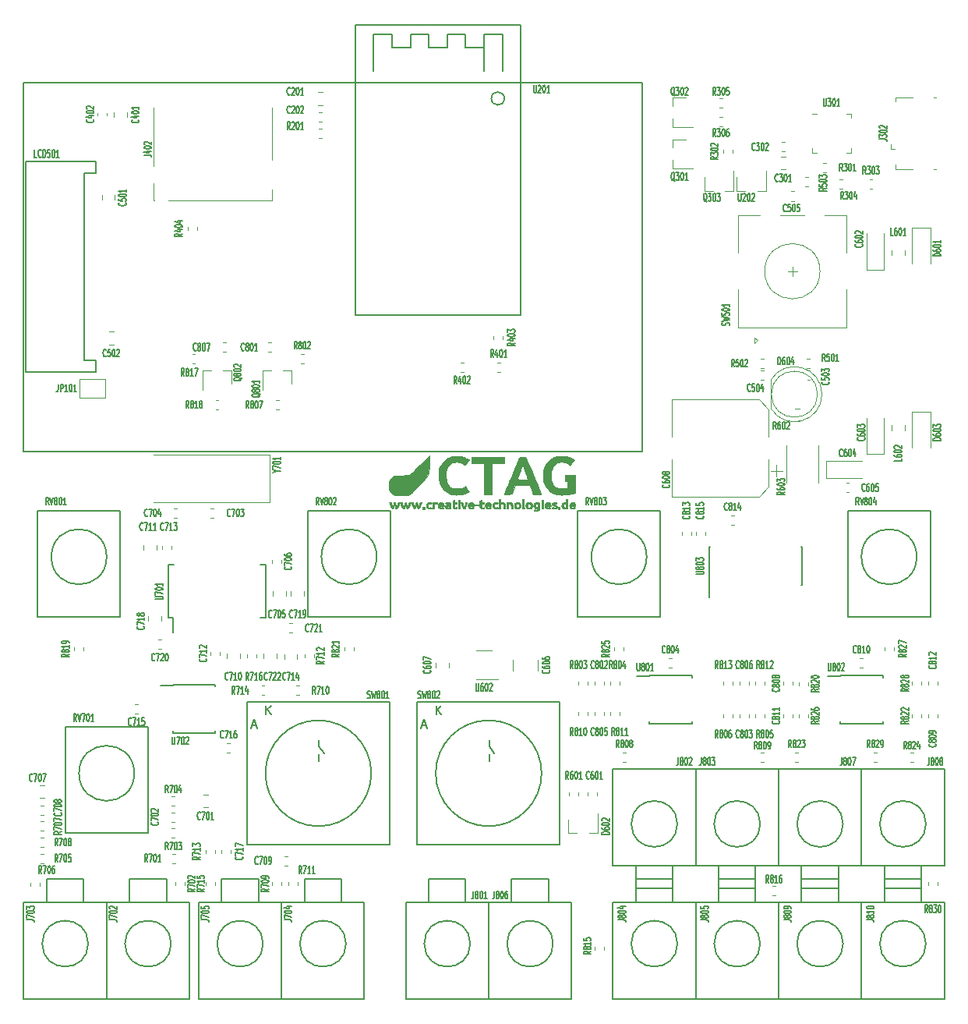
<source format=gto>
G04 #@! TF.GenerationSoftware,KiCad,Pcbnew,(5.1.2)-1*
G04 #@! TF.CreationDate,2019-05-17T09:26:27+02:00*
G04 #@! TF.ProjectId,ESP32-Eurorack-Audio,45535033-322d-4457-9572-6f7261636b2d,D*
G04 #@! TF.SameCoordinates,Original*
G04 #@! TF.FileFunction,Legend,Top*
G04 #@! TF.FilePolarity,Positive*
%FSLAX46Y46*%
G04 Gerber Fmt 4.6, Leading zero omitted, Abs format (unit mm)*
G04 Created by KiCad (PCBNEW (5.1.2)-1) date 2019-05-17 09:26:27*
%MOMM*%
%LPD*%
G04 APERTURE LIST*
%ADD10C,0.010000*%
%ADD11C,0.150000*%
%ADD12C,0.120000*%
%ADD13C,0.127000*%
G04 APERTURE END LIST*
D10*
G36*
X142658510Y-81732191D02*
G01*
X142714907Y-81741201D01*
X142762266Y-81758620D01*
X142806410Y-81786412D01*
X142840854Y-81815193D01*
X142885492Y-81855521D01*
X142880882Y-82152406D01*
X142879046Y-82243580D01*
X142876592Y-82323569D01*
X142873629Y-82390199D01*
X142870265Y-82441298D01*
X142866607Y-82474694D01*
X142864341Y-82485257D01*
X142832019Y-82550223D01*
X142782578Y-82603395D01*
X142717117Y-82643747D01*
X142677208Y-82659293D01*
X142628700Y-82670521D01*
X142566590Y-82678328D01*
X142498234Y-82682255D01*
X142430988Y-82681841D01*
X142380875Y-82677819D01*
X142339550Y-82670243D01*
X142301247Y-82659381D01*
X142282644Y-82651689D01*
X142247914Y-82633610D01*
X142275075Y-82589076D01*
X142292925Y-82559758D01*
X142307075Y-82536428D01*
X142311118Y-82529720D01*
X142320468Y-82521369D01*
X142337841Y-82520657D01*
X142368352Y-82527074D01*
X142418216Y-82535680D01*
X142474633Y-82539272D01*
X142530910Y-82538022D01*
X142580356Y-82532100D01*
X142616277Y-82521675D01*
X142618247Y-82520713D01*
X142662814Y-82486829D01*
X142691502Y-82440042D01*
X142697802Y-82419130D01*
X142704600Y-82388968D01*
X142648571Y-82397963D01*
X142550955Y-82405765D01*
X142464043Y-82395903D01*
X142389256Y-82369526D01*
X142321665Y-82327264D01*
X142271504Y-82274780D01*
X142238121Y-82210846D01*
X142220867Y-82134236D01*
X142219738Y-82085798D01*
X142396750Y-82085798D01*
X142405009Y-82131066D01*
X142426670Y-82178696D01*
X142457050Y-82220044D01*
X142480335Y-82240185D01*
X142522200Y-82257563D01*
X142574360Y-82264281D01*
X142628612Y-82259962D01*
X142666964Y-82248748D01*
X142703666Y-82233413D01*
X142703666Y-82071377D01*
X142703508Y-82006015D01*
X142702137Y-81958629D01*
X142698212Y-81926027D01*
X142690389Y-81905021D01*
X142677326Y-81892419D01*
X142657679Y-81885031D01*
X142630105Y-81879666D01*
X142622430Y-81878371D01*
X142560263Y-81877471D01*
X142504587Y-81895040D01*
X142457929Y-81928757D01*
X142422817Y-81976300D01*
X142401776Y-82035346D01*
X142396750Y-82085798D01*
X142219738Y-82085798D01*
X142218856Y-82047961D01*
X142231660Y-81963255D01*
X142260984Y-81891319D01*
X142307605Y-81831019D01*
X142372298Y-81781219D01*
X142417433Y-81757153D01*
X142447351Y-81744318D01*
X142475127Y-81736181D01*
X142507107Y-81731712D01*
X142549632Y-81729884D01*
X142587250Y-81729625D01*
X142658510Y-81732191D01*
X142658510Y-81732191D01*
G37*
X142658510Y-81732191D02*
X142714907Y-81741201D01*
X142762266Y-81758620D01*
X142806410Y-81786412D01*
X142840854Y-81815193D01*
X142885492Y-81855521D01*
X142880882Y-82152406D01*
X142879046Y-82243580D01*
X142876592Y-82323569D01*
X142873629Y-82390199D01*
X142870265Y-82441298D01*
X142866607Y-82474694D01*
X142864341Y-82485257D01*
X142832019Y-82550223D01*
X142782578Y-82603395D01*
X142717117Y-82643747D01*
X142677208Y-82659293D01*
X142628700Y-82670521D01*
X142566590Y-82678328D01*
X142498234Y-82682255D01*
X142430988Y-82681841D01*
X142380875Y-82677819D01*
X142339550Y-82670243D01*
X142301247Y-82659381D01*
X142282644Y-82651689D01*
X142247914Y-82633610D01*
X142275075Y-82589076D01*
X142292925Y-82559758D01*
X142307075Y-82536428D01*
X142311118Y-82529720D01*
X142320468Y-82521369D01*
X142337841Y-82520657D01*
X142368352Y-82527074D01*
X142418216Y-82535680D01*
X142474633Y-82539272D01*
X142530910Y-82538022D01*
X142580356Y-82532100D01*
X142616277Y-82521675D01*
X142618247Y-82520713D01*
X142662814Y-82486829D01*
X142691502Y-82440042D01*
X142697802Y-82419130D01*
X142704600Y-82388968D01*
X142648571Y-82397963D01*
X142550955Y-82405765D01*
X142464043Y-82395903D01*
X142389256Y-82369526D01*
X142321665Y-82327264D01*
X142271504Y-82274780D01*
X142238121Y-82210846D01*
X142220867Y-82134236D01*
X142219738Y-82085798D01*
X142396750Y-82085798D01*
X142405009Y-82131066D01*
X142426670Y-82178696D01*
X142457050Y-82220044D01*
X142480335Y-82240185D01*
X142522200Y-82257563D01*
X142574360Y-82264281D01*
X142628612Y-82259962D01*
X142666964Y-82248748D01*
X142703666Y-82233413D01*
X142703666Y-82071377D01*
X142703508Y-82006015D01*
X142702137Y-81958629D01*
X142698212Y-81926027D01*
X142690389Y-81905021D01*
X142677326Y-81892419D01*
X142657679Y-81885031D01*
X142630105Y-81879666D01*
X142622430Y-81878371D01*
X142560263Y-81877471D01*
X142504587Y-81895040D01*
X142457929Y-81928757D01*
X142422817Y-81976300D01*
X142401776Y-82035346D01*
X142396750Y-82085798D01*
X142219738Y-82085798D01*
X142218856Y-82047961D01*
X142231660Y-81963255D01*
X142260984Y-81891319D01*
X142307605Y-81831019D01*
X142372298Y-81781219D01*
X142417433Y-81757153D01*
X142447351Y-81744318D01*
X142475127Y-81736181D01*
X142507107Y-81731712D01*
X142549632Y-81729884D01*
X142587250Y-81729625D01*
X142658510Y-81732191D01*
G36*
X130374083Y-82454583D02*
G01*
X130173000Y-82454583D01*
X130173000Y-82264083D01*
X130374083Y-82264083D01*
X130374083Y-82454583D01*
X130374083Y-82454583D01*
G37*
X130374083Y-82454583D02*
X130173000Y-82454583D01*
X130173000Y-82264083D01*
X130374083Y-82264083D01*
X130374083Y-82454583D01*
G36*
X145095500Y-82454583D02*
G01*
X144894416Y-82454583D01*
X144894416Y-82264083D01*
X145095500Y-82264083D01*
X145095500Y-82454583D01*
X145095500Y-82454583D01*
G37*
X145095500Y-82454583D02*
X144894416Y-82454583D01*
X144894416Y-82264083D01*
X145095500Y-82264083D01*
X145095500Y-82454583D01*
G36*
X130964193Y-81721428D02*
G01*
X131002315Y-81726285D01*
X131037042Y-81736417D01*
X131069783Y-81750121D01*
X131115055Y-81771765D01*
X131141840Y-81788930D01*
X131151452Y-81804615D01*
X131145205Y-81821820D01*
X131124415Y-81843545D01*
X131114544Y-81852254D01*
X131079170Y-81881072D01*
X131053185Y-81896050D01*
X131031299Y-81898595D01*
X131008217Y-81890113D01*
X130996792Y-81883538D01*
X130945402Y-81863818D01*
X130890228Y-81862236D01*
X130836262Y-81877666D01*
X130788492Y-81908985D01*
X130764094Y-81936000D01*
X130744960Y-81976082D01*
X130733545Y-82029175D01*
X130729930Y-82088549D01*
X130734196Y-82147476D01*
X130746424Y-82199226D01*
X130760566Y-82228820D01*
X130794173Y-82263118D01*
X130841805Y-82289092D01*
X130890125Y-82302091D01*
X130922904Y-82304185D01*
X130952863Y-82297819D01*
X130989293Y-82281253D01*
X131042686Y-82253552D01*
X131105260Y-82302712D01*
X131135193Y-82326514D01*
X131157325Y-82344655D01*
X131167567Y-82353773D01*
X131167833Y-82354196D01*
X131159104Y-82363141D01*
X131136643Y-82377665D01*
X131106037Y-82394702D01*
X131072876Y-82411186D01*
X131042748Y-82424051D01*
X131036302Y-82426358D01*
X130985446Y-82437556D01*
X130923532Y-82442399D01*
X130859768Y-82440644D01*
X130805189Y-82432485D01*
X130730912Y-82404652D01*
X130664290Y-82357607D01*
X130642463Y-82336394D01*
X130605213Y-82293068D01*
X130580254Y-82251227D01*
X130563444Y-82202543D01*
X130554098Y-82158792D01*
X130547502Y-82068790D01*
X130560191Y-81983794D01*
X130590987Y-81906147D01*
X130638709Y-81838191D01*
X130702178Y-81782269D01*
X130760375Y-81749188D01*
X130797651Y-81733792D01*
X130831544Y-81724912D01*
X130870673Y-81720918D01*
X130913833Y-81720146D01*
X130964193Y-81721428D01*
X130964193Y-81721428D01*
G37*
X130964193Y-81721428D02*
X131002315Y-81726285D01*
X131037042Y-81736417D01*
X131069783Y-81750121D01*
X131115055Y-81771765D01*
X131141840Y-81788930D01*
X131151452Y-81804615D01*
X131145205Y-81821820D01*
X131124415Y-81843545D01*
X131114544Y-81852254D01*
X131079170Y-81881072D01*
X131053185Y-81896050D01*
X131031299Y-81898595D01*
X131008217Y-81890113D01*
X130996792Y-81883538D01*
X130945402Y-81863818D01*
X130890228Y-81862236D01*
X130836262Y-81877666D01*
X130788492Y-81908985D01*
X130764094Y-81936000D01*
X130744960Y-81976082D01*
X130733545Y-82029175D01*
X130729930Y-82088549D01*
X130734196Y-82147476D01*
X130746424Y-82199226D01*
X130760566Y-82228820D01*
X130794173Y-82263118D01*
X130841805Y-82289092D01*
X130890125Y-82302091D01*
X130922904Y-82304185D01*
X130952863Y-82297819D01*
X130989293Y-82281253D01*
X131042686Y-82253552D01*
X131105260Y-82302712D01*
X131135193Y-82326514D01*
X131157325Y-82344655D01*
X131167567Y-82353773D01*
X131167833Y-82354196D01*
X131159104Y-82363141D01*
X131136643Y-82377665D01*
X131106037Y-82394702D01*
X131072876Y-82411186D01*
X131042748Y-82424051D01*
X131036302Y-82426358D01*
X130985446Y-82437556D01*
X130923532Y-82442399D01*
X130859768Y-82440644D01*
X130805189Y-82432485D01*
X130730912Y-82404652D01*
X130664290Y-82357607D01*
X130642463Y-82336394D01*
X130605213Y-82293068D01*
X130580254Y-82251227D01*
X130563444Y-82202543D01*
X130554098Y-82158792D01*
X130547502Y-82068790D01*
X130560191Y-81983794D01*
X130590987Y-81906147D01*
X130638709Y-81838191D01*
X130702178Y-81782269D01*
X130760375Y-81749188D01*
X130797651Y-81733792D01*
X130831544Y-81724912D01*
X130870673Y-81720918D01*
X130913833Y-81720146D01*
X130964193Y-81721428D01*
G36*
X132274445Y-81736343D02*
G01*
X132286577Y-81740487D01*
X132352067Y-81776471D01*
X132406604Y-81829008D01*
X132448641Y-81895685D01*
X132476627Y-81974090D01*
X132488665Y-82055062D01*
X132493469Y-82137083D01*
X132253984Y-82137083D01*
X132176917Y-82137145D01*
X132118449Y-82137483D01*
X132076015Y-82138331D01*
X132047047Y-82139918D01*
X132028978Y-82142477D01*
X132019242Y-82146239D01*
X132015271Y-82151435D01*
X132014500Y-82158297D01*
X132014500Y-82158671D01*
X132019194Y-82181221D01*
X132030963Y-82211873D01*
X132036290Y-82222972D01*
X132061376Y-82258008D01*
X132096389Y-82280793D01*
X132144744Y-82292859D01*
X132198556Y-82295833D01*
X132239107Y-82294478D01*
X132266392Y-82288993D01*
X132288216Y-82277249D01*
X132299634Y-82268269D01*
X132332393Y-82240704D01*
X132366592Y-82267585D01*
X132398060Y-82292633D01*
X132428993Y-82317711D01*
X132431545Y-82319810D01*
X132462300Y-82345155D01*
X132425684Y-82373084D01*
X132380666Y-82402771D01*
X132334015Y-82422496D01*
X132279516Y-82434140D01*
X132210954Y-82439579D01*
X132205000Y-82439792D01*
X132157056Y-82440399D01*
X132113715Y-82439193D01*
X132081710Y-82436430D01*
X132072708Y-82434724D01*
X132003219Y-82406351D01*
X131940545Y-82361830D01*
X131889130Y-82305254D01*
X131853420Y-82240716D01*
X131849095Y-82228846D01*
X131834997Y-82163777D01*
X131831121Y-82089406D01*
X131836802Y-82020667D01*
X132013073Y-82020667D01*
X132321819Y-82020667D01*
X132315138Y-81991562D01*
X132294305Y-81938275D01*
X132261739Y-81898742D01*
X132221101Y-81873822D01*
X132176055Y-81864373D01*
X132130261Y-81871252D01*
X132087383Y-81895319D01*
X132055433Y-81930708D01*
X132036650Y-81961251D01*
X132022913Y-81988638D01*
X132019910Y-81996854D01*
X132013073Y-82020667D01*
X131836802Y-82020667D01*
X131837282Y-82014862D01*
X131853295Y-81949273D01*
X131854866Y-81945026D01*
X131889968Y-81877875D01*
X131939444Y-81817794D01*
X131998010Y-81770788D01*
X132018486Y-81759141D01*
X132077449Y-81737561D01*
X132145163Y-81726192D01*
X132213528Y-81725598D01*
X132274445Y-81736343D01*
X132274445Y-81736343D01*
G37*
X132274445Y-81736343D02*
X132286577Y-81740487D01*
X132352067Y-81776471D01*
X132406604Y-81829008D01*
X132448641Y-81895685D01*
X132476627Y-81974090D01*
X132488665Y-82055062D01*
X132493469Y-82137083D01*
X132253984Y-82137083D01*
X132176917Y-82137145D01*
X132118449Y-82137483D01*
X132076015Y-82138331D01*
X132047047Y-82139918D01*
X132028978Y-82142477D01*
X132019242Y-82146239D01*
X132015271Y-82151435D01*
X132014500Y-82158297D01*
X132014500Y-82158671D01*
X132019194Y-82181221D01*
X132030963Y-82211873D01*
X132036290Y-82222972D01*
X132061376Y-82258008D01*
X132096389Y-82280793D01*
X132144744Y-82292859D01*
X132198556Y-82295833D01*
X132239107Y-82294478D01*
X132266392Y-82288993D01*
X132288216Y-82277249D01*
X132299634Y-82268269D01*
X132332393Y-82240704D01*
X132366592Y-82267585D01*
X132398060Y-82292633D01*
X132428993Y-82317711D01*
X132431545Y-82319810D01*
X132462300Y-82345155D01*
X132425684Y-82373084D01*
X132380666Y-82402771D01*
X132334015Y-82422496D01*
X132279516Y-82434140D01*
X132210954Y-82439579D01*
X132205000Y-82439792D01*
X132157056Y-82440399D01*
X132113715Y-82439193D01*
X132081710Y-82436430D01*
X132072708Y-82434724D01*
X132003219Y-82406351D01*
X131940545Y-82361830D01*
X131889130Y-82305254D01*
X131853420Y-82240716D01*
X131849095Y-82228846D01*
X131834997Y-82163777D01*
X131831121Y-82089406D01*
X131836802Y-82020667D01*
X132013073Y-82020667D01*
X132321819Y-82020667D01*
X132315138Y-81991562D01*
X132294305Y-81938275D01*
X132261739Y-81898742D01*
X132221101Y-81873822D01*
X132176055Y-81864373D01*
X132130261Y-81871252D01*
X132087383Y-81895319D01*
X132055433Y-81930708D01*
X132036650Y-81961251D01*
X132022913Y-81988638D01*
X132019910Y-81996854D01*
X132013073Y-82020667D01*
X131836802Y-82020667D01*
X131837282Y-82014862D01*
X131853295Y-81949273D01*
X131854866Y-81945026D01*
X131889968Y-81877875D01*
X131939444Y-81817794D01*
X131998010Y-81770788D01*
X132018486Y-81759141D01*
X132077449Y-81737561D01*
X132145163Y-81726192D01*
X132213528Y-81725598D01*
X132274445Y-81736343D01*
G36*
X133002028Y-81727628D02*
G01*
X133073419Y-81744153D01*
X133130108Y-81772891D01*
X133173947Y-81814721D01*
X133201395Y-81858983D01*
X133209735Y-81877101D01*
X133216054Y-81895218D01*
X133220694Y-81916643D01*
X133223997Y-81944686D01*
X133226306Y-81982654D01*
X133227964Y-82033857D01*
X133229313Y-82101605D01*
X133229838Y-82133802D01*
X133233385Y-82358063D01*
X133181458Y-82384377D01*
X133087191Y-82420850D01*
X132984358Y-82440051D01*
X132917847Y-82442772D01*
X132875269Y-82441593D01*
X132838885Y-82439602D01*
X132815618Y-82437196D01*
X132813541Y-82436791D01*
X132754181Y-82419431D01*
X132708600Y-82395981D01*
X132685093Y-82377808D01*
X132646172Y-82336047D01*
X132623593Y-82290739D01*
X132614477Y-82235285D01*
X132613980Y-82216458D01*
X132797666Y-82216458D01*
X132806129Y-82255212D01*
X132831364Y-82281079D01*
X132859260Y-82291451D01*
X132884210Y-82297550D01*
X132898208Y-82301808D01*
X132915407Y-82303355D01*
X132945573Y-82302180D01*
X132980788Y-82299001D01*
X133013131Y-82294535D01*
X133034686Y-82289500D01*
X133034891Y-82289423D01*
X133044905Y-82275566D01*
X133050989Y-82247743D01*
X133053139Y-82212786D01*
X133051354Y-82177524D01*
X133045634Y-82148790D01*
X133035976Y-82133414D01*
X133034926Y-82132924D01*
X133008269Y-82128038D01*
X132968953Y-82126743D01*
X132925139Y-82128810D01*
X132884987Y-82134011D01*
X132869461Y-82137541D01*
X132828455Y-82154372D01*
X132805442Y-82178577D01*
X132797706Y-82213140D01*
X132797666Y-82216458D01*
X132613980Y-82216458D01*
X132613933Y-82214686D01*
X132615863Y-82172125D01*
X132623656Y-82140525D01*
X132639958Y-82109926D01*
X132642995Y-82105268D01*
X132681332Y-82064948D01*
X132736030Y-82032071D01*
X132803193Y-82007941D01*
X132878927Y-81993860D01*
X132959335Y-81991134D01*
X132980229Y-81992421D01*
X133018007Y-81995155D01*
X133039376Y-81994724D01*
X133049006Y-81989852D01*
X133051572Y-81979266D01*
X133051666Y-81972924D01*
X133042925Y-81929697D01*
X133019287Y-81894784D01*
X133001213Y-81881600D01*
X132962348Y-81869751D01*
X132913081Y-81866793D01*
X132861997Y-81872261D01*
X132817679Y-81885690D01*
X132805294Y-81892223D01*
X132765347Y-81916911D01*
X132731236Y-81890098D01*
X132699618Y-81864928D01*
X132668407Y-81839624D01*
X132665990Y-81837636D01*
X132634855Y-81811988D01*
X132676573Y-81784447D01*
X132729528Y-81754446D01*
X132783771Y-81735255D01*
X132845870Y-81725161D01*
X132914083Y-81722436D01*
X133002028Y-81727628D01*
X133002028Y-81727628D01*
G37*
X133002028Y-81727628D02*
X133073419Y-81744153D01*
X133130108Y-81772891D01*
X133173947Y-81814721D01*
X133201395Y-81858983D01*
X133209735Y-81877101D01*
X133216054Y-81895218D01*
X133220694Y-81916643D01*
X133223997Y-81944686D01*
X133226306Y-81982654D01*
X133227964Y-82033857D01*
X133229313Y-82101605D01*
X133229838Y-82133802D01*
X133233385Y-82358063D01*
X133181458Y-82384377D01*
X133087191Y-82420850D01*
X132984358Y-82440051D01*
X132917847Y-82442772D01*
X132875269Y-82441593D01*
X132838885Y-82439602D01*
X132815618Y-82437196D01*
X132813541Y-82436791D01*
X132754181Y-82419431D01*
X132708600Y-82395981D01*
X132685093Y-82377808D01*
X132646172Y-82336047D01*
X132623593Y-82290739D01*
X132614477Y-82235285D01*
X132613980Y-82216458D01*
X132797666Y-82216458D01*
X132806129Y-82255212D01*
X132831364Y-82281079D01*
X132859260Y-82291451D01*
X132884210Y-82297550D01*
X132898208Y-82301808D01*
X132915407Y-82303355D01*
X132945573Y-82302180D01*
X132980788Y-82299001D01*
X133013131Y-82294535D01*
X133034686Y-82289500D01*
X133034891Y-82289423D01*
X133044905Y-82275566D01*
X133050989Y-82247743D01*
X133053139Y-82212786D01*
X133051354Y-82177524D01*
X133045634Y-82148790D01*
X133035976Y-82133414D01*
X133034926Y-82132924D01*
X133008269Y-82128038D01*
X132968953Y-82126743D01*
X132925139Y-82128810D01*
X132884987Y-82134011D01*
X132869461Y-82137541D01*
X132828455Y-82154372D01*
X132805442Y-82178577D01*
X132797706Y-82213140D01*
X132797666Y-82216458D01*
X132613980Y-82216458D01*
X132613933Y-82214686D01*
X132615863Y-82172125D01*
X132623656Y-82140525D01*
X132639958Y-82109926D01*
X132642995Y-82105268D01*
X132681332Y-82064948D01*
X132736030Y-82032071D01*
X132803193Y-82007941D01*
X132878927Y-81993860D01*
X132959335Y-81991134D01*
X132980229Y-81992421D01*
X133018007Y-81995155D01*
X133039376Y-81994724D01*
X133049006Y-81989852D01*
X133051572Y-81979266D01*
X133051666Y-81972924D01*
X133042925Y-81929697D01*
X133019287Y-81894784D01*
X133001213Y-81881600D01*
X132962348Y-81869751D01*
X132913081Y-81866793D01*
X132861997Y-81872261D01*
X132817679Y-81885690D01*
X132805294Y-81892223D01*
X132765347Y-81916911D01*
X132731236Y-81890098D01*
X132699618Y-81864928D01*
X132668407Y-81839624D01*
X132665990Y-81837636D01*
X132634855Y-81811988D01*
X132676573Y-81784447D01*
X132729528Y-81754446D01*
X132783771Y-81735255D01*
X132845870Y-81725161D01*
X132914083Y-81722436D01*
X133002028Y-81727628D01*
G36*
X133597103Y-81522300D02*
G01*
X133600200Y-81539086D01*
X133601630Y-81569729D01*
X133601998Y-81617722D01*
X133602000Y-81623078D01*
X133602000Y-81734917D01*
X133898333Y-81734917D01*
X133898333Y-81872500D01*
X133602000Y-81872500D01*
X133602000Y-82044770D01*
X133602417Y-82115626D01*
X133604261Y-82168604D01*
X133608419Y-82206986D01*
X133615778Y-82234054D01*
X133627227Y-82253088D01*
X133643652Y-82267372D01*
X133665616Y-82280019D01*
X133700894Y-82292367D01*
X133742678Y-82294598D01*
X133795839Y-82286691D01*
X133826538Y-82279365D01*
X133860154Y-82271254D01*
X133884359Y-82266543D01*
X133893239Y-82266136D01*
X133897349Y-82277276D01*
X133904885Y-82303015D01*
X133912825Y-82332504D01*
X133921109Y-82366166D01*
X133922709Y-82388287D01*
X133914516Y-82402568D01*
X133893419Y-82412712D01*
X133856306Y-82422420D01*
X133832744Y-82427818D01*
X133734056Y-82441386D01*
X133638108Y-82437389D01*
X133632298Y-82436535D01*
X133589333Y-82422299D01*
X133542405Y-82394774D01*
X133498356Y-82358868D01*
X133464030Y-82319491D01*
X133459505Y-82312563D01*
X133427375Y-82260502D01*
X133421045Y-81546326D01*
X133450668Y-81540442D01*
X133481359Y-81534817D01*
X133517722Y-81528749D01*
X133522625Y-81527979D01*
X133554651Y-81522470D01*
X133579979Y-81517216D01*
X133583479Y-81516321D01*
X133591731Y-81515876D01*
X133597103Y-81522300D01*
X133597103Y-81522300D01*
G37*
X133597103Y-81522300D02*
X133600200Y-81539086D01*
X133601630Y-81569729D01*
X133601998Y-81617722D01*
X133602000Y-81623078D01*
X133602000Y-81734917D01*
X133898333Y-81734917D01*
X133898333Y-81872500D01*
X133602000Y-81872500D01*
X133602000Y-82044770D01*
X133602417Y-82115626D01*
X133604261Y-82168604D01*
X133608419Y-82206986D01*
X133615778Y-82234054D01*
X133627227Y-82253088D01*
X133643652Y-82267372D01*
X133665616Y-82280019D01*
X133700894Y-82292367D01*
X133742678Y-82294598D01*
X133795839Y-82286691D01*
X133826538Y-82279365D01*
X133860154Y-82271254D01*
X133884359Y-82266543D01*
X133893239Y-82266136D01*
X133897349Y-82277276D01*
X133904885Y-82303015D01*
X133912825Y-82332504D01*
X133921109Y-82366166D01*
X133922709Y-82388287D01*
X133914516Y-82402568D01*
X133893419Y-82412712D01*
X133856306Y-82422420D01*
X133832744Y-82427818D01*
X133734056Y-82441386D01*
X133638108Y-82437389D01*
X133632298Y-82436535D01*
X133589333Y-82422299D01*
X133542405Y-82394774D01*
X133498356Y-82358868D01*
X133464030Y-82319491D01*
X133459505Y-82312563D01*
X133427375Y-82260502D01*
X133421045Y-81546326D01*
X133450668Y-81540442D01*
X133481359Y-81534817D01*
X133517722Y-81528749D01*
X133522625Y-81527979D01*
X133554651Y-81522470D01*
X133579979Y-81517216D01*
X133583479Y-81516321D01*
X133591731Y-81515876D01*
X133597103Y-81522300D01*
G36*
X135522527Y-81733281D02*
G01*
X135590855Y-81758137D01*
X135647666Y-81800208D01*
X135694393Y-81860337D01*
X135705752Y-81880311D01*
X135729655Y-81937366D01*
X135748274Y-82005217D01*
X135759141Y-82073683D01*
X135760920Y-82107979D01*
X135761000Y-82137083D01*
X135273763Y-82137083D01*
X135280548Y-82166187D01*
X135300823Y-82222725D01*
X135332298Y-82262221D01*
X135376762Y-82286035D01*
X135436009Y-82295530D01*
X135451052Y-82295833D01*
X135504922Y-82292734D01*
X135543495Y-82282308D01*
X135571878Y-82262861D01*
X135581083Y-82252719D01*
X135589907Y-82243993D01*
X135599677Y-82242793D01*
X135614337Y-82251019D01*
X135637834Y-82270571D01*
X135660458Y-82290927D01*
X135691538Y-82319576D01*
X135708947Y-82337853D01*
X135714797Y-82349493D01*
X135711202Y-82358228D01*
X135702791Y-82365758D01*
X135681606Y-82379658D01*
X135649305Y-82397409D01*
X135624025Y-82409872D01*
X135567882Y-82428554D01*
X135500116Y-82439680D01*
X135428621Y-82442851D01*
X135361292Y-82437670D01*
X135311126Y-82425660D01*
X135237006Y-82388833D01*
X135177743Y-82337412D01*
X135133988Y-82272495D01*
X135106393Y-82195182D01*
X135095609Y-82106569D01*
X135096391Y-82063690D01*
X135105101Y-82009743D01*
X135284750Y-82009743D01*
X135295117Y-82014496D01*
X135325424Y-82017957D01*
X135374478Y-82020041D01*
X135434239Y-82020667D01*
X135583729Y-82020667D01*
X135576992Y-81986271D01*
X135558634Y-81939176D01*
X135526405Y-81900885D01*
X135485001Y-81874909D01*
X135439115Y-81864760D01*
X135416892Y-81866538D01*
X135376917Y-81882299D01*
X135338832Y-81911224D01*
X135307668Y-81947863D01*
X135288454Y-81986763D01*
X135284750Y-82009743D01*
X135105101Y-82009743D01*
X135110680Y-81975189D01*
X135141618Y-81897430D01*
X135187524Y-81832068D01*
X135246713Y-81780756D01*
X135317503Y-81745149D01*
X135398210Y-81726900D01*
X135441251Y-81724798D01*
X135522527Y-81733281D01*
X135522527Y-81733281D01*
G37*
X135522527Y-81733281D02*
X135590855Y-81758137D01*
X135647666Y-81800208D01*
X135694393Y-81860337D01*
X135705752Y-81880311D01*
X135729655Y-81937366D01*
X135748274Y-82005217D01*
X135759141Y-82073683D01*
X135760920Y-82107979D01*
X135761000Y-82137083D01*
X135273763Y-82137083D01*
X135280548Y-82166187D01*
X135300823Y-82222725D01*
X135332298Y-82262221D01*
X135376762Y-82286035D01*
X135436009Y-82295530D01*
X135451052Y-82295833D01*
X135504922Y-82292734D01*
X135543495Y-82282308D01*
X135571878Y-82262861D01*
X135581083Y-82252719D01*
X135589907Y-82243993D01*
X135599677Y-82242793D01*
X135614337Y-82251019D01*
X135637834Y-82270571D01*
X135660458Y-82290927D01*
X135691538Y-82319576D01*
X135708947Y-82337853D01*
X135714797Y-82349493D01*
X135711202Y-82358228D01*
X135702791Y-82365758D01*
X135681606Y-82379658D01*
X135649305Y-82397409D01*
X135624025Y-82409872D01*
X135567882Y-82428554D01*
X135500116Y-82439680D01*
X135428621Y-82442851D01*
X135361292Y-82437670D01*
X135311126Y-82425660D01*
X135237006Y-82388833D01*
X135177743Y-82337412D01*
X135133988Y-82272495D01*
X135106393Y-82195182D01*
X135095609Y-82106569D01*
X135096391Y-82063690D01*
X135105101Y-82009743D01*
X135284750Y-82009743D01*
X135295117Y-82014496D01*
X135325424Y-82017957D01*
X135374478Y-82020041D01*
X135434239Y-82020667D01*
X135583729Y-82020667D01*
X135576992Y-81986271D01*
X135558634Y-81939176D01*
X135526405Y-81900885D01*
X135485001Y-81874909D01*
X135439115Y-81864760D01*
X135416892Y-81866538D01*
X135376917Y-81882299D01*
X135338832Y-81911224D01*
X135307668Y-81947863D01*
X135288454Y-81986763D01*
X135284750Y-82009743D01*
X135105101Y-82009743D01*
X135110680Y-81975189D01*
X135141618Y-81897430D01*
X135187524Y-81832068D01*
X135246713Y-81780756D01*
X135317503Y-81745149D01*
X135398210Y-81726900D01*
X135441251Y-81724798D01*
X135522527Y-81733281D01*
G36*
X136554750Y-81734917D02*
G01*
X136851083Y-81734917D01*
X136851083Y-81872500D01*
X136554750Y-81872500D01*
X136554750Y-82223378D01*
X136585143Y-82253772D01*
X136612773Y-82275737D01*
X136641431Y-82290462D01*
X136645725Y-82291743D01*
X136673055Y-82293651D01*
X136713753Y-82290776D01*
X136760792Y-82284002D01*
X136807146Y-82274213D01*
X136825800Y-82269093D01*
X136839792Y-82267587D01*
X136849138Y-82276505D01*
X136857305Y-82300262D01*
X136860674Y-82313504D01*
X136869097Y-82347142D01*
X136876151Y-82374090D01*
X136878378Y-82382029D01*
X136876063Y-82394907D01*
X136858548Y-82406865D01*
X136832921Y-82416917D01*
X136792662Y-82426983D01*
X136741252Y-82434552D01*
X136685945Y-82439109D01*
X136633995Y-82440139D01*
X136592653Y-82437125D01*
X136581208Y-82434806D01*
X136513725Y-82407556D01*
X136456775Y-82365943D01*
X136413858Y-82313147D01*
X136391142Y-82262244D01*
X136386338Y-82242234D01*
X136382529Y-82216536D01*
X136379615Y-82182733D01*
X136377493Y-82138410D01*
X136376062Y-82081150D01*
X136375219Y-82008539D01*
X136374862Y-81918159D01*
X136374833Y-81875871D01*
X136374914Y-81794524D01*
X136375144Y-81720402D01*
X136375502Y-81656039D01*
X136375969Y-81603969D01*
X136376524Y-81566726D01*
X136377147Y-81546844D01*
X136377479Y-81544205D01*
X136388389Y-81542531D01*
X136415155Y-81538254D01*
X136452744Y-81532182D01*
X136467437Y-81529796D01*
X136554750Y-81515599D01*
X136554750Y-81734917D01*
X136554750Y-81734917D01*
G37*
X136554750Y-81734917D02*
X136851083Y-81734917D01*
X136851083Y-81872500D01*
X136554750Y-81872500D01*
X136554750Y-82223378D01*
X136585143Y-82253772D01*
X136612773Y-82275737D01*
X136641431Y-82290462D01*
X136645725Y-82291743D01*
X136673055Y-82293651D01*
X136713753Y-82290776D01*
X136760792Y-82284002D01*
X136807146Y-82274213D01*
X136825800Y-82269093D01*
X136839792Y-82267587D01*
X136849138Y-82276505D01*
X136857305Y-82300262D01*
X136860674Y-82313504D01*
X136869097Y-82347142D01*
X136876151Y-82374090D01*
X136878378Y-82382029D01*
X136876063Y-82394907D01*
X136858548Y-82406865D01*
X136832921Y-82416917D01*
X136792662Y-82426983D01*
X136741252Y-82434552D01*
X136685945Y-82439109D01*
X136633995Y-82440139D01*
X136592653Y-82437125D01*
X136581208Y-82434806D01*
X136513725Y-82407556D01*
X136456775Y-82365943D01*
X136413858Y-82313147D01*
X136391142Y-82262244D01*
X136386338Y-82242234D01*
X136382529Y-82216536D01*
X136379615Y-82182733D01*
X136377493Y-82138410D01*
X136376062Y-82081150D01*
X136375219Y-82008539D01*
X136374862Y-81918159D01*
X136374833Y-81875871D01*
X136374914Y-81794524D01*
X136375144Y-81720402D01*
X136375502Y-81656039D01*
X136375969Y-81603969D01*
X136376524Y-81566726D01*
X136377147Y-81546844D01*
X136377479Y-81544205D01*
X136388389Y-81542531D01*
X136415155Y-81538254D01*
X136452744Y-81532182D01*
X136467437Y-81529796D01*
X136554750Y-81515599D01*
X136554750Y-81734917D01*
G36*
X137371378Y-81726509D02*
G01*
X137398647Y-81732974D01*
X137428321Y-81745432D01*
X137437577Y-81749897D01*
X137504505Y-81793932D01*
X137557070Y-81853010D01*
X137594615Y-81926044D01*
X137616480Y-82011945D01*
X137620927Y-82052994D01*
X137626691Y-82137083D01*
X137387053Y-82137083D01*
X137309956Y-82137146D01*
X137251459Y-82137487D01*
X137208998Y-82138337D01*
X137180005Y-82139925D01*
X137161917Y-82142484D01*
X137152167Y-82146241D01*
X137148188Y-82151429D01*
X137147417Y-82158277D01*
X137147416Y-82158590D01*
X137156182Y-82200734D01*
X137178935Y-82242120D01*
X137210360Y-82273304D01*
X137212925Y-82274973D01*
X137235621Y-82286645D01*
X137260982Y-82292793D01*
X137295817Y-82294514D01*
X137329170Y-82293684D01*
X137373484Y-82290894D01*
X137402754Y-82285743D01*
X137423089Y-82276633D01*
X137436891Y-82265555D01*
X137450779Y-82253354D01*
X137462750Y-82248126D01*
X137476759Y-82251376D01*
X137496763Y-82264611D01*
X137526715Y-82289335D01*
X137548438Y-82308009D01*
X137593265Y-82346644D01*
X137555873Y-82375164D01*
X137503938Y-82404534D01*
X137438138Y-82426504D01*
X137364804Y-82440009D01*
X137290268Y-82443984D01*
X137220860Y-82437364D01*
X137205625Y-82434069D01*
X137137074Y-82407158D01*
X137074573Y-82363499D01*
X137022812Y-82307342D01*
X136986478Y-82242938D01*
X136982181Y-82231500D01*
X136965593Y-82159543D01*
X136961615Y-82080963D01*
X136968744Y-82015035D01*
X137147416Y-82015035D01*
X137157377Y-82017033D01*
X137184769Y-82018719D01*
X137225858Y-82019955D01*
X137276909Y-82020603D01*
X137299749Y-82020667D01*
X137452082Y-82020667D01*
X137441176Y-81977699D01*
X137419711Y-81929322D01*
X137385682Y-81893534D01*
X137343317Y-81871580D01*
X137296850Y-81864708D01*
X137250511Y-81874164D01*
X137208531Y-81901195D01*
X137202394Y-81907347D01*
X137186873Y-81928553D01*
X137169889Y-81958259D01*
X137155513Y-81988486D01*
X137147820Y-82011258D01*
X137147416Y-82015035D01*
X136968744Y-82015035D01*
X136969979Y-82003624D01*
X136990414Y-81935394D01*
X136992496Y-81930708D01*
X137036859Y-81854724D01*
X137092554Y-81796570D01*
X137160068Y-81755915D01*
X137239889Y-81732428D01*
X137292780Y-81726499D01*
X137338695Y-81724771D01*
X137371378Y-81726509D01*
X137371378Y-81726509D01*
G37*
X137371378Y-81726509D02*
X137398647Y-81732974D01*
X137428321Y-81745432D01*
X137437577Y-81749897D01*
X137504505Y-81793932D01*
X137557070Y-81853010D01*
X137594615Y-81926044D01*
X137616480Y-82011945D01*
X137620927Y-82052994D01*
X137626691Y-82137083D01*
X137387053Y-82137083D01*
X137309956Y-82137146D01*
X137251459Y-82137487D01*
X137208998Y-82138337D01*
X137180005Y-82139925D01*
X137161917Y-82142484D01*
X137152167Y-82146241D01*
X137148188Y-82151429D01*
X137147417Y-82158277D01*
X137147416Y-82158590D01*
X137156182Y-82200734D01*
X137178935Y-82242120D01*
X137210360Y-82273304D01*
X137212925Y-82274973D01*
X137235621Y-82286645D01*
X137260982Y-82292793D01*
X137295817Y-82294514D01*
X137329170Y-82293684D01*
X137373484Y-82290894D01*
X137402754Y-82285743D01*
X137423089Y-82276633D01*
X137436891Y-82265555D01*
X137450779Y-82253354D01*
X137462750Y-82248126D01*
X137476759Y-82251376D01*
X137496763Y-82264611D01*
X137526715Y-82289335D01*
X137548438Y-82308009D01*
X137593265Y-82346644D01*
X137555873Y-82375164D01*
X137503938Y-82404534D01*
X137438138Y-82426504D01*
X137364804Y-82440009D01*
X137290268Y-82443984D01*
X137220860Y-82437364D01*
X137205625Y-82434069D01*
X137137074Y-82407158D01*
X137074573Y-82363499D01*
X137022812Y-82307342D01*
X136986478Y-82242938D01*
X136982181Y-82231500D01*
X136965593Y-82159543D01*
X136961615Y-82080963D01*
X136968744Y-82015035D01*
X137147416Y-82015035D01*
X137157377Y-82017033D01*
X137184769Y-82018719D01*
X137225858Y-82019955D01*
X137276909Y-82020603D01*
X137299749Y-82020667D01*
X137452082Y-82020667D01*
X137441176Y-81977699D01*
X137419711Y-81929322D01*
X137385682Y-81893534D01*
X137343317Y-81871580D01*
X137296850Y-81864708D01*
X137250511Y-81874164D01*
X137208531Y-81901195D01*
X137202394Y-81907347D01*
X137186873Y-81928553D01*
X137169889Y-81958259D01*
X137155513Y-81988486D01*
X137147820Y-82011258D01*
X137147416Y-82015035D01*
X136968744Y-82015035D01*
X136969979Y-82003624D01*
X136990414Y-81935394D01*
X136992496Y-81930708D01*
X137036859Y-81854724D01*
X137092554Y-81796570D01*
X137160068Y-81755915D01*
X137239889Y-81732428D01*
X137292780Y-81726499D01*
X137338695Y-81724771D01*
X137371378Y-81726509D01*
G36*
X138195166Y-81723929D02*
G01*
X138231296Y-81733384D01*
X138271309Y-81747835D01*
X138310157Y-81764905D01*
X138342795Y-81782218D01*
X138364175Y-81797399D01*
X138369791Y-81806148D01*
X138362129Y-81817680D01*
X138341974Y-81837925D01*
X138313573Y-81862642D01*
X138311528Y-81864314D01*
X138253265Y-81911775D01*
X138212047Y-81885688D01*
X138161356Y-81865290D01*
X138106307Y-81862338D01*
X138052211Y-81875448D01*
X138004381Y-81903239D01*
X137968128Y-81944326D01*
X137964819Y-81950063D01*
X137955068Y-81974775D01*
X137949255Y-82008503D01*
X137946713Y-82056132D01*
X137946458Y-82084167D01*
X137947214Y-82134529D01*
X137950124Y-82169509D01*
X137956154Y-82194859D01*
X137966269Y-82216330D01*
X137969539Y-82221750D01*
X138008527Y-82266048D01*
X138057614Y-82293357D01*
X138113080Y-82302720D01*
X138171205Y-82293181D01*
X138200099Y-82281027D01*
X138227447Y-82267668D01*
X138247973Y-82261858D01*
X138266802Y-82265033D01*
X138289055Y-82278626D01*
X138319855Y-82304072D01*
X138337589Y-82319527D01*
X138379469Y-82356130D01*
X138335970Y-82384917D01*
X138266756Y-82419063D01*
X138187253Y-82438809D01*
X138103329Y-82443429D01*
X138020851Y-82432198D01*
X137999930Y-82426458D01*
X137923272Y-82392576D01*
X137858957Y-82342790D01*
X137809207Y-82279324D01*
X137776249Y-82204403D01*
X137775608Y-82202225D01*
X137764134Y-82138535D01*
X137762591Y-82067270D01*
X137770455Y-81996672D01*
X137787203Y-81934983D01*
X137793557Y-81920125D01*
X137837379Y-81851510D01*
X137896055Y-81795290D01*
X137966198Y-81753118D01*
X138044422Y-81726649D01*
X138127341Y-81717537D01*
X138195166Y-81723929D01*
X138195166Y-81723929D01*
G37*
X138195166Y-81723929D02*
X138231296Y-81733384D01*
X138271309Y-81747835D01*
X138310157Y-81764905D01*
X138342795Y-81782218D01*
X138364175Y-81797399D01*
X138369791Y-81806148D01*
X138362129Y-81817680D01*
X138341974Y-81837925D01*
X138313573Y-81862642D01*
X138311528Y-81864314D01*
X138253265Y-81911775D01*
X138212047Y-81885688D01*
X138161356Y-81865290D01*
X138106307Y-81862338D01*
X138052211Y-81875448D01*
X138004381Y-81903239D01*
X137968128Y-81944326D01*
X137964819Y-81950063D01*
X137955068Y-81974775D01*
X137949255Y-82008503D01*
X137946713Y-82056132D01*
X137946458Y-82084167D01*
X137947214Y-82134529D01*
X137950124Y-82169509D01*
X137956154Y-82194859D01*
X137966269Y-82216330D01*
X137969539Y-82221750D01*
X138008527Y-82266048D01*
X138057614Y-82293357D01*
X138113080Y-82302720D01*
X138171205Y-82293181D01*
X138200099Y-82281027D01*
X138227447Y-82267668D01*
X138247973Y-82261858D01*
X138266802Y-82265033D01*
X138289055Y-82278626D01*
X138319855Y-82304072D01*
X138337589Y-82319527D01*
X138379469Y-82356130D01*
X138335970Y-82384917D01*
X138266756Y-82419063D01*
X138187253Y-82438809D01*
X138103329Y-82443429D01*
X138020851Y-82432198D01*
X137999930Y-82426458D01*
X137923272Y-82392576D01*
X137858957Y-82342790D01*
X137809207Y-82279324D01*
X137776249Y-82204403D01*
X137775608Y-82202225D01*
X137764134Y-82138535D01*
X137762591Y-82067270D01*
X137770455Y-81996672D01*
X137787203Y-81934983D01*
X137793557Y-81920125D01*
X137837379Y-81851510D01*
X137896055Y-81795290D01*
X137966198Y-81753118D01*
X138044422Y-81726649D01*
X138127341Y-81717537D01*
X138195166Y-81723929D01*
G36*
X140479971Y-81726399D02*
G01*
X140554948Y-81733117D01*
X140614866Y-81747378D01*
X140665128Y-81771311D01*
X140711137Y-81807044D01*
X140728907Y-81824444D01*
X140775383Y-81883387D01*
X140805474Y-81949274D01*
X140820529Y-82025832D01*
X140822881Y-82084167D01*
X140816729Y-82174194D01*
X140799067Y-82248192D01*
X140768626Y-82308657D01*
X140724137Y-82358086D01*
X140664329Y-82398973D01*
X140662169Y-82400157D01*
X140629004Y-82417346D01*
X140601245Y-82428430D01*
X140572113Y-82434977D01*
X140534827Y-82438559D01*
X140487544Y-82440582D01*
X140429619Y-82441370D01*
X140385302Y-82438760D01*
X140347200Y-82431989D01*
X140315568Y-82422852D01*
X140247125Y-82391746D01*
X140189987Y-82348267D01*
X140147519Y-82295544D01*
X140125535Y-82246027D01*
X140115206Y-82191791D01*
X140110879Y-82126082D01*
X140111687Y-82084167D01*
X140290666Y-82084167D01*
X140293969Y-82131240D01*
X140302719Y-82179696D01*
X140315183Y-82222275D01*
X140329626Y-82251719D01*
X140331205Y-82253776D01*
X140362853Y-82278050D01*
X140407791Y-82294435D01*
X140459387Y-82302194D01*
X140511009Y-82300588D01*
X140556026Y-82288879D01*
X140571724Y-82280539D01*
X140602977Y-82249297D01*
X140624142Y-82202358D01*
X140635851Y-82138141D01*
X140637576Y-82115917D01*
X140635944Y-82034593D01*
X140620922Y-81968467D01*
X140592985Y-81918109D01*
X140552609Y-81884092D01*
X140500267Y-81866986D01*
X140436434Y-81867364D01*
X140431761Y-81868028D01*
X140377456Y-81885516D01*
X140336138Y-81919593D01*
X140307971Y-81970008D01*
X140293118Y-82036508D01*
X140290666Y-82084167D01*
X140111687Y-82084167D01*
X140112236Y-82055734D01*
X140118958Y-81987583D01*
X140130725Y-81928461D01*
X140141879Y-81895914D01*
X140179871Y-81831566D01*
X140230491Y-81782796D01*
X140294543Y-81749201D01*
X140372832Y-81730377D01*
X140466162Y-81725921D01*
X140479971Y-81726399D01*
X140479971Y-81726399D01*
G37*
X140479971Y-81726399D02*
X140554948Y-81733117D01*
X140614866Y-81747378D01*
X140665128Y-81771311D01*
X140711137Y-81807044D01*
X140728907Y-81824444D01*
X140775383Y-81883387D01*
X140805474Y-81949274D01*
X140820529Y-82025832D01*
X140822881Y-82084167D01*
X140816729Y-82174194D01*
X140799067Y-82248192D01*
X140768626Y-82308657D01*
X140724137Y-82358086D01*
X140664329Y-82398973D01*
X140662169Y-82400157D01*
X140629004Y-82417346D01*
X140601245Y-82428430D01*
X140572113Y-82434977D01*
X140534827Y-82438559D01*
X140487544Y-82440582D01*
X140429619Y-82441370D01*
X140385302Y-82438760D01*
X140347200Y-82431989D01*
X140315568Y-82422852D01*
X140247125Y-82391746D01*
X140189987Y-82348267D01*
X140147519Y-82295544D01*
X140125535Y-82246027D01*
X140115206Y-82191791D01*
X140110879Y-82126082D01*
X140111687Y-82084167D01*
X140290666Y-82084167D01*
X140293969Y-82131240D01*
X140302719Y-82179696D01*
X140315183Y-82222275D01*
X140329626Y-82251719D01*
X140331205Y-82253776D01*
X140362853Y-82278050D01*
X140407791Y-82294435D01*
X140459387Y-82302194D01*
X140511009Y-82300588D01*
X140556026Y-82288879D01*
X140571724Y-82280539D01*
X140602977Y-82249297D01*
X140624142Y-82202358D01*
X140635851Y-82138141D01*
X140637576Y-82115917D01*
X140635944Y-82034593D01*
X140620922Y-81968467D01*
X140592985Y-81918109D01*
X140552609Y-81884092D01*
X140500267Y-81866986D01*
X140436434Y-81867364D01*
X140431761Y-81868028D01*
X140377456Y-81885516D01*
X140336138Y-81919593D01*
X140307971Y-81970008D01*
X140293118Y-82036508D01*
X140290666Y-82084167D01*
X140111687Y-82084167D01*
X140112236Y-82055734D01*
X140118958Y-81987583D01*
X140130725Y-81928461D01*
X140141879Y-81895914D01*
X140179871Y-81831566D01*
X140230491Y-81782796D01*
X140294543Y-81749201D01*
X140372832Y-81730377D01*
X140466162Y-81725921D01*
X140479971Y-81726399D01*
G36*
X141147820Y-81393117D02*
G01*
X141150843Y-81402385D01*
X141153275Y-81419123D01*
X141155206Y-81445183D01*
X141156726Y-81482417D01*
X141157925Y-81532679D01*
X141158893Y-81597820D01*
X141159720Y-81679693D01*
X141160496Y-81780151D01*
X141160807Y-81825212D01*
X141163791Y-82265968D01*
X141188776Y-82286192D01*
X141217616Y-82300806D01*
X141248505Y-82306417D01*
X141283250Y-82306417D01*
X141273706Y-82351396D01*
X141264371Y-82395355D01*
X141257264Y-82422636D01*
X141249617Y-82437130D01*
X141238660Y-82442727D01*
X141221625Y-82443318D01*
X141208569Y-82442917D01*
X141171046Y-82440273D01*
X141136295Y-82435160D01*
X141131307Y-82434061D01*
X141074104Y-82411188D01*
X141030286Y-82374196D01*
X141010108Y-82342994D01*
X141004951Y-82331398D01*
X141000717Y-82318551D01*
X140997313Y-82302365D01*
X140994651Y-82280752D01*
X140992639Y-82251625D01*
X140991188Y-82212894D01*
X140990207Y-82162472D01*
X140989604Y-82098271D01*
X140989291Y-82018203D01*
X140989177Y-81920179D01*
X140989166Y-81859288D01*
X140989043Y-81750170D01*
X140988908Y-81660314D01*
X140989112Y-81587818D01*
X140990008Y-81530780D01*
X140991948Y-81487298D01*
X140995282Y-81455471D01*
X141000363Y-81433397D01*
X141007543Y-81419174D01*
X141017173Y-81410900D01*
X141029605Y-81406673D01*
X141045191Y-81404592D01*
X141064283Y-81402755D01*
X141073833Y-81401542D01*
X141107114Y-81396224D01*
X141133645Y-81391063D01*
X141139640Y-81389579D01*
X141144116Y-81389466D01*
X141147820Y-81393117D01*
X141147820Y-81393117D01*
G37*
X141147820Y-81393117D02*
X141150843Y-81402385D01*
X141153275Y-81419123D01*
X141155206Y-81445183D01*
X141156726Y-81482417D01*
X141157925Y-81532679D01*
X141158893Y-81597820D01*
X141159720Y-81679693D01*
X141160496Y-81780151D01*
X141160807Y-81825212D01*
X141163791Y-82265968D01*
X141188776Y-82286192D01*
X141217616Y-82300806D01*
X141248505Y-82306417D01*
X141283250Y-82306417D01*
X141273706Y-82351396D01*
X141264371Y-82395355D01*
X141257264Y-82422636D01*
X141249617Y-82437130D01*
X141238660Y-82442727D01*
X141221625Y-82443318D01*
X141208569Y-82442917D01*
X141171046Y-82440273D01*
X141136295Y-82435160D01*
X141131307Y-82434061D01*
X141074104Y-82411188D01*
X141030286Y-82374196D01*
X141010108Y-82342994D01*
X141004951Y-82331398D01*
X141000717Y-82318551D01*
X140997313Y-82302365D01*
X140994651Y-82280752D01*
X140992639Y-82251625D01*
X140991188Y-82212894D01*
X140990207Y-82162472D01*
X140989604Y-82098271D01*
X140989291Y-82018203D01*
X140989177Y-81920179D01*
X140989166Y-81859288D01*
X140989043Y-81750170D01*
X140988908Y-81660314D01*
X140989112Y-81587818D01*
X140990008Y-81530780D01*
X140991948Y-81487298D01*
X140995282Y-81455471D01*
X141000363Y-81433397D01*
X141007543Y-81419174D01*
X141017173Y-81410900D01*
X141029605Y-81406673D01*
X141045191Y-81404592D01*
X141064283Y-81402755D01*
X141073833Y-81401542D01*
X141107114Y-81396224D01*
X141133645Y-81391063D01*
X141139640Y-81389579D01*
X141144116Y-81389466D01*
X141147820Y-81393117D01*
G36*
X141769513Y-81729993D02*
G01*
X141809215Y-81731673D01*
X141838707Y-81735529D01*
X141863465Y-81742425D01*
X141888965Y-81753225D01*
X141901255Y-81759153D01*
X141964220Y-81799228D01*
X142014776Y-81852738D01*
X142056116Y-81923083D01*
X142056987Y-81924934D01*
X142070462Y-81956627D01*
X142078625Y-81985894D01*
X142082666Y-82019811D01*
X142083769Y-82065455D01*
X142083692Y-82084167D01*
X142077033Y-82177032D01*
X142058044Y-82253825D01*
X142025791Y-82316306D01*
X141979343Y-82366238D01*
X141917767Y-82405384D01*
X141912282Y-82408045D01*
X141878857Y-82422331D01*
X141846631Y-82431506D01*
X141808603Y-82436928D01*
X141757776Y-82439958D01*
X141745875Y-82440383D01*
X141675775Y-82440453D01*
X141622462Y-82435602D01*
X141597708Y-82429820D01*
X141515767Y-82394697D01*
X141452541Y-82350121D01*
X141408173Y-82296210D01*
X141389807Y-82257053D01*
X141382472Y-82222830D01*
X141377669Y-82170134D01*
X141375607Y-82101530D01*
X141375544Y-82084263D01*
X141558371Y-82084263D01*
X141561037Y-82153379D01*
X141569237Y-82205045D01*
X141584675Y-82242628D01*
X141609051Y-82269495D01*
X141644068Y-82289013D01*
X141665881Y-82296998D01*
X141702180Y-82302705D01*
X141746844Y-82301458D01*
X141791167Y-82294288D01*
X141826440Y-82282229D01*
X141835210Y-82276916D01*
X141859999Y-82254526D01*
X141876991Y-82227618D01*
X141887467Y-82191984D01*
X141892714Y-82143418D01*
X141894024Y-82084167D01*
X141892027Y-82017616D01*
X141885167Y-81968236D01*
X141872104Y-81932323D01*
X141851499Y-81906176D01*
X141822425Y-81886314D01*
X141783176Y-81873076D01*
X141735271Y-81867781D01*
X141686599Y-81870271D01*
X141645053Y-81880386D01*
X141626552Y-81890255D01*
X141596572Y-81916987D01*
X141576418Y-81947442D01*
X141564466Y-81986243D01*
X141559092Y-82038015D01*
X141558371Y-82084263D01*
X141375544Y-82084263D01*
X141375543Y-82084167D01*
X141376050Y-82026028D01*
X141377934Y-81983880D01*
X141381877Y-81952559D01*
X141388557Y-81926901D01*
X141398655Y-81901742D01*
X141399923Y-81898958D01*
X141434562Y-81839094D01*
X141479115Y-81793149D01*
X141534208Y-81757742D01*
X141558582Y-81745656D01*
X141581046Y-81737624D01*
X141606834Y-81732828D01*
X141641181Y-81730450D01*
X141689320Y-81729671D01*
X141714125Y-81729625D01*
X141769513Y-81729993D01*
X141769513Y-81729993D01*
G37*
X141769513Y-81729993D02*
X141809215Y-81731673D01*
X141838707Y-81735529D01*
X141863465Y-81742425D01*
X141888965Y-81753225D01*
X141901255Y-81759153D01*
X141964220Y-81799228D01*
X142014776Y-81852738D01*
X142056116Y-81923083D01*
X142056987Y-81924934D01*
X142070462Y-81956627D01*
X142078625Y-81985894D01*
X142082666Y-82019811D01*
X142083769Y-82065455D01*
X142083692Y-82084167D01*
X142077033Y-82177032D01*
X142058044Y-82253825D01*
X142025791Y-82316306D01*
X141979343Y-82366238D01*
X141917767Y-82405384D01*
X141912282Y-82408045D01*
X141878857Y-82422331D01*
X141846631Y-82431506D01*
X141808603Y-82436928D01*
X141757776Y-82439958D01*
X141745875Y-82440383D01*
X141675775Y-82440453D01*
X141622462Y-82435602D01*
X141597708Y-82429820D01*
X141515767Y-82394697D01*
X141452541Y-82350121D01*
X141408173Y-82296210D01*
X141389807Y-82257053D01*
X141382472Y-82222830D01*
X141377669Y-82170134D01*
X141375607Y-82101530D01*
X141375544Y-82084263D01*
X141558371Y-82084263D01*
X141561037Y-82153379D01*
X141569237Y-82205045D01*
X141584675Y-82242628D01*
X141609051Y-82269495D01*
X141644068Y-82289013D01*
X141665881Y-82296998D01*
X141702180Y-82302705D01*
X141746844Y-82301458D01*
X141791167Y-82294288D01*
X141826440Y-82282229D01*
X141835210Y-82276916D01*
X141859999Y-82254526D01*
X141876991Y-82227618D01*
X141887467Y-82191984D01*
X141892714Y-82143418D01*
X141894024Y-82084167D01*
X141892027Y-82017616D01*
X141885167Y-81968236D01*
X141872104Y-81932323D01*
X141851499Y-81906176D01*
X141822425Y-81886314D01*
X141783176Y-81873076D01*
X141735271Y-81867781D01*
X141686599Y-81870271D01*
X141645053Y-81880386D01*
X141626552Y-81890255D01*
X141596572Y-81916987D01*
X141576418Y-81947442D01*
X141564466Y-81986243D01*
X141559092Y-82038015D01*
X141558371Y-82084263D01*
X141375544Y-82084263D01*
X141375543Y-82084167D01*
X141376050Y-82026028D01*
X141377934Y-81983880D01*
X141381877Y-81952559D01*
X141388557Y-81926901D01*
X141398655Y-81901742D01*
X141399923Y-81898958D01*
X141434562Y-81839094D01*
X141479115Y-81793149D01*
X141534208Y-81757742D01*
X141558582Y-81745656D01*
X141581046Y-81737624D01*
X141606834Y-81732828D01*
X141641181Y-81730450D01*
X141689320Y-81729671D01*
X141714125Y-81729625D01*
X141769513Y-81729993D01*
G36*
X143879857Y-81737978D02*
G01*
X143931600Y-81762640D01*
X143973693Y-81795158D01*
X144026909Y-81853881D01*
X144062824Y-81920171D01*
X144082997Y-81997485D01*
X144088094Y-82048625D01*
X144092737Y-82137083D01*
X143853285Y-82137083D01*
X143772967Y-82137053D01*
X143711667Y-82137486D01*
X143667239Y-82139166D01*
X143637539Y-82142877D01*
X143620419Y-82149404D01*
X143613735Y-82159530D01*
X143615340Y-82174040D01*
X143623088Y-82193718D01*
X143633889Y-82217261D01*
X143658959Y-82255013D01*
X143695403Y-82279777D01*
X143745964Y-82292872D01*
X143797183Y-82295833D01*
X143837946Y-82294504D01*
X143865317Y-82289141D01*
X143886981Y-82277681D01*
X143898554Y-82268616D01*
X143916219Y-82254703D01*
X143930629Y-82248917D01*
X143946441Y-82252571D01*
X143968309Y-82266982D01*
X144000889Y-82293463D01*
X144008223Y-82299591D01*
X144058655Y-82341751D01*
X144036286Y-82365562D01*
X144013680Y-82383419D01*
X143980453Y-82402925D01*
X143959396Y-82412992D01*
X143912179Y-82427418D01*
X143852503Y-82437075D01*
X143787870Y-82441553D01*
X143725785Y-82440440D01*
X143673753Y-82433323D01*
X143659597Y-82429434D01*
X143583241Y-82394879D01*
X143522387Y-82346050D01*
X143476295Y-82282247D01*
X143455176Y-82235846D01*
X143440464Y-82178012D01*
X143434200Y-82110384D01*
X143436187Y-82040404D01*
X143439240Y-82020667D01*
X143613549Y-82020667D01*
X143767149Y-82020667D01*
X143830739Y-82020195D01*
X143875504Y-82018649D01*
X143903767Y-82015826D01*
X143917851Y-82011527D01*
X143920517Y-82007437D01*
X143914039Y-81981027D01*
X143898450Y-81947221D01*
X143878473Y-81914643D01*
X143858831Y-81891919D01*
X143856114Y-81889829D01*
X143808759Y-81869095D01*
X143755442Y-81867419D01*
X143725969Y-81874507D01*
X143688335Y-81893776D01*
X143658489Y-81925599D01*
X143632756Y-81974046D01*
X143629849Y-81980979D01*
X143613549Y-82020667D01*
X143439240Y-82020667D01*
X143446227Y-81975514D01*
X143463407Y-81924617D01*
X143510187Y-81849277D01*
X143568559Y-81791375D01*
X143637870Y-81751367D01*
X143717464Y-81729708D01*
X143748012Y-81726522D01*
X143820524Y-81726505D01*
X143879857Y-81737978D01*
X143879857Y-81737978D01*
G37*
X143879857Y-81737978D02*
X143931600Y-81762640D01*
X143973693Y-81795158D01*
X144026909Y-81853881D01*
X144062824Y-81920171D01*
X144082997Y-81997485D01*
X144088094Y-82048625D01*
X144092737Y-82137083D01*
X143853285Y-82137083D01*
X143772967Y-82137053D01*
X143711667Y-82137486D01*
X143667239Y-82139166D01*
X143637539Y-82142877D01*
X143620419Y-82149404D01*
X143613735Y-82159530D01*
X143615340Y-82174040D01*
X143623088Y-82193718D01*
X143633889Y-82217261D01*
X143658959Y-82255013D01*
X143695403Y-82279777D01*
X143745964Y-82292872D01*
X143797183Y-82295833D01*
X143837946Y-82294504D01*
X143865317Y-82289141D01*
X143886981Y-82277681D01*
X143898554Y-82268616D01*
X143916219Y-82254703D01*
X143930629Y-82248917D01*
X143946441Y-82252571D01*
X143968309Y-82266982D01*
X144000889Y-82293463D01*
X144008223Y-82299591D01*
X144058655Y-82341751D01*
X144036286Y-82365562D01*
X144013680Y-82383419D01*
X143980453Y-82402925D01*
X143959396Y-82412992D01*
X143912179Y-82427418D01*
X143852503Y-82437075D01*
X143787870Y-82441553D01*
X143725785Y-82440440D01*
X143673753Y-82433323D01*
X143659597Y-82429434D01*
X143583241Y-82394879D01*
X143522387Y-82346050D01*
X143476295Y-82282247D01*
X143455176Y-82235846D01*
X143440464Y-82178012D01*
X143434200Y-82110384D01*
X143436187Y-82040404D01*
X143439240Y-82020667D01*
X143613549Y-82020667D01*
X143767149Y-82020667D01*
X143830739Y-82020195D01*
X143875504Y-82018649D01*
X143903767Y-82015826D01*
X143917851Y-82011527D01*
X143920517Y-82007437D01*
X143914039Y-81981027D01*
X143898450Y-81947221D01*
X143878473Y-81914643D01*
X143858831Y-81891919D01*
X143856114Y-81889829D01*
X143808759Y-81869095D01*
X143755442Y-81867419D01*
X143725969Y-81874507D01*
X143688335Y-81893776D01*
X143658489Y-81925599D01*
X143632756Y-81974046D01*
X143629849Y-81980979D01*
X143613549Y-82020667D01*
X143439240Y-82020667D01*
X143446227Y-81975514D01*
X143463407Y-81924617D01*
X143510187Y-81849277D01*
X143568559Y-81791375D01*
X143637870Y-81751367D01*
X143717464Y-81729708D01*
X143748012Y-81726522D01*
X143820524Y-81726505D01*
X143879857Y-81737978D01*
G36*
X144583966Y-81725337D02*
G01*
X144620480Y-81731912D01*
X144661805Y-81741438D01*
X144701820Y-81752240D01*
X144734405Y-81762643D01*
X144753438Y-81770973D01*
X144754956Y-81772125D01*
X144751365Y-81781824D01*
X144738701Y-81804375D01*
X144719643Y-81835029D01*
X144718299Y-81837109D01*
X144698222Y-81868175D01*
X144683375Y-81891296D01*
X144676828Y-81901690D01*
X144676772Y-81901792D01*
X144667266Y-81899503D01*
X144644666Y-81890510D01*
X144628763Y-81883504D01*
X144579830Y-81867625D01*
X144529573Y-81861964D01*
X144482114Y-81865653D01*
X144441573Y-81877821D01*
X144412073Y-81897601D01*
X144397736Y-81924123D01*
X144397000Y-81932365D01*
X144402146Y-81960654D01*
X144419452Y-81982361D01*
X144451712Y-81999486D01*
X144501726Y-82014032D01*
X144515424Y-82017092D01*
X144574445Y-82033137D01*
X144633991Y-82055147D01*
X144689118Y-82080747D01*
X144734882Y-82107565D01*
X144766337Y-82133228D01*
X144772252Y-82140356D01*
X144786516Y-82168715D01*
X144792429Y-82206025D01*
X144792800Y-82230315D01*
X144783663Y-82296811D01*
X144757825Y-82350513D01*
X144714537Y-82392538D01*
X144666730Y-82418548D01*
X144626740Y-82429704D01*
X144572356Y-82437042D01*
X144510041Y-82440352D01*
X144446258Y-82439423D01*
X144387471Y-82434044D01*
X144357484Y-82428638D01*
X144301352Y-82412490D01*
X144257555Y-82392992D01*
X144229562Y-82371894D01*
X144222248Y-82360478D01*
X144226300Y-82343565D01*
X144245919Y-82316486D01*
X144268274Y-82292519D01*
X144320383Y-82240410D01*
X144350754Y-82262707D01*
X144388392Y-82281594D01*
X144438555Y-82295185D01*
X144492922Y-82301876D01*
X144543175Y-82300063D01*
X144543934Y-82299951D01*
X144586638Y-82287422D01*
X144615560Y-82266585D01*
X144628787Y-82240575D01*
X144624403Y-82212528D01*
X144609296Y-82192858D01*
X144591486Y-82182326D01*
X144558121Y-82167749D01*
X144513955Y-82151043D01*
X144463741Y-82134125D01*
X144463140Y-82133934D01*
X144385004Y-82107190D01*
X144325528Y-82081470D01*
X144282432Y-82054712D01*
X144253436Y-82024850D01*
X144236260Y-81989819D01*
X144228625Y-81947554D01*
X144227666Y-81920681D01*
X144229325Y-81883842D01*
X144236769Y-81858112D01*
X144253701Y-81833540D01*
X144264796Y-81820879D01*
X144317252Y-81777517D01*
X144383683Y-81745571D01*
X144459419Y-81726440D01*
X144539790Y-81721522D01*
X144583966Y-81725337D01*
X144583966Y-81725337D01*
G37*
X144583966Y-81725337D02*
X144620480Y-81731912D01*
X144661805Y-81741438D01*
X144701820Y-81752240D01*
X144734405Y-81762643D01*
X144753438Y-81770973D01*
X144754956Y-81772125D01*
X144751365Y-81781824D01*
X144738701Y-81804375D01*
X144719643Y-81835029D01*
X144718299Y-81837109D01*
X144698222Y-81868175D01*
X144683375Y-81891296D01*
X144676828Y-81901690D01*
X144676772Y-81901792D01*
X144667266Y-81899503D01*
X144644666Y-81890510D01*
X144628763Y-81883504D01*
X144579830Y-81867625D01*
X144529573Y-81861964D01*
X144482114Y-81865653D01*
X144441573Y-81877821D01*
X144412073Y-81897601D01*
X144397736Y-81924123D01*
X144397000Y-81932365D01*
X144402146Y-81960654D01*
X144419452Y-81982361D01*
X144451712Y-81999486D01*
X144501726Y-82014032D01*
X144515424Y-82017092D01*
X144574445Y-82033137D01*
X144633991Y-82055147D01*
X144689118Y-82080747D01*
X144734882Y-82107565D01*
X144766337Y-82133228D01*
X144772252Y-82140356D01*
X144786516Y-82168715D01*
X144792429Y-82206025D01*
X144792800Y-82230315D01*
X144783663Y-82296811D01*
X144757825Y-82350513D01*
X144714537Y-82392538D01*
X144666730Y-82418548D01*
X144626740Y-82429704D01*
X144572356Y-82437042D01*
X144510041Y-82440352D01*
X144446258Y-82439423D01*
X144387471Y-82434044D01*
X144357484Y-82428638D01*
X144301352Y-82412490D01*
X144257555Y-82392992D01*
X144229562Y-82371894D01*
X144222248Y-82360478D01*
X144226300Y-82343565D01*
X144245919Y-82316486D01*
X144268274Y-82292519D01*
X144320383Y-82240410D01*
X144350754Y-82262707D01*
X144388392Y-82281594D01*
X144438555Y-82295185D01*
X144492922Y-82301876D01*
X144543175Y-82300063D01*
X144543934Y-82299951D01*
X144586638Y-82287422D01*
X144615560Y-82266585D01*
X144628787Y-82240575D01*
X144624403Y-82212528D01*
X144609296Y-82192858D01*
X144591486Y-82182326D01*
X144558121Y-82167749D01*
X144513955Y-82151043D01*
X144463741Y-82134125D01*
X144463140Y-82133934D01*
X144385004Y-82107190D01*
X144325528Y-82081470D01*
X144282432Y-82054712D01*
X144253436Y-82024850D01*
X144236260Y-81989819D01*
X144228625Y-81947554D01*
X144227666Y-81920681D01*
X144229325Y-81883842D01*
X144236769Y-81858112D01*
X144253701Y-81833540D01*
X144264796Y-81820879D01*
X144317252Y-81777517D01*
X144383683Y-81745571D01*
X144459419Y-81726440D01*
X144539790Y-81721522D01*
X144583966Y-81725337D01*
G36*
X145942166Y-82348617D02*
G01*
X145898101Y-82380538D01*
X145859637Y-82403557D01*
X145815674Y-82423246D01*
X145800930Y-82428229D01*
X145748082Y-82438591D01*
X145683835Y-82443313D01*
X145616116Y-82442498D01*
X145552847Y-82436250D01*
X145501955Y-82424674D01*
X145500839Y-82424293D01*
X145420351Y-82387072D01*
X145356577Y-82336894D01*
X145309625Y-82273928D01*
X145279604Y-82198342D01*
X145266620Y-82110305D01*
X145266653Y-82059344D01*
X145266689Y-82059092D01*
X145446576Y-82059092D01*
X145449730Y-82132681D01*
X145468685Y-82194861D01*
X145502637Y-82244000D01*
X145550780Y-82278465D01*
X145555875Y-82280833D01*
X145594535Y-82291138D01*
X145643586Y-82294973D01*
X145693207Y-82292146D01*
X145728920Y-82284215D01*
X145762250Y-82272596D01*
X145762250Y-81908170D01*
X145724849Y-81890335D01*
X145679549Y-81876874D01*
X145625829Y-81872710D01*
X145572867Y-81877765D01*
X145529840Y-81891961D01*
X145529785Y-81891990D01*
X145491414Y-81924313D01*
X145464036Y-81973167D01*
X145448733Y-82036382D01*
X145446576Y-82059092D01*
X145266689Y-82059092D01*
X145279583Y-81969218D01*
X145308878Y-81891353D01*
X145353320Y-81826947D01*
X145411689Y-81777201D01*
X145482768Y-81743313D01*
X145565338Y-81726483D01*
X145606542Y-81724798D01*
X145651398Y-81727059D01*
X145693744Y-81732510D01*
X145722562Y-81739426D01*
X145762250Y-81753589D01*
X145762250Y-81585503D01*
X145762407Y-81528532D01*
X145762841Y-81479800D01*
X145763497Y-81442870D01*
X145764318Y-81421302D01*
X145764895Y-81417205D01*
X145775805Y-81415531D01*
X145802572Y-81411254D01*
X145840161Y-81405182D01*
X145854854Y-81402796D01*
X145942166Y-81388599D01*
X145942166Y-82348617D01*
X145942166Y-82348617D01*
G37*
X145942166Y-82348617D02*
X145898101Y-82380538D01*
X145859637Y-82403557D01*
X145815674Y-82423246D01*
X145800930Y-82428229D01*
X145748082Y-82438591D01*
X145683835Y-82443313D01*
X145616116Y-82442498D01*
X145552847Y-82436250D01*
X145501955Y-82424674D01*
X145500839Y-82424293D01*
X145420351Y-82387072D01*
X145356577Y-82336894D01*
X145309625Y-82273928D01*
X145279604Y-82198342D01*
X145266620Y-82110305D01*
X145266653Y-82059344D01*
X145266689Y-82059092D01*
X145446576Y-82059092D01*
X145449730Y-82132681D01*
X145468685Y-82194861D01*
X145502637Y-82244000D01*
X145550780Y-82278465D01*
X145555875Y-82280833D01*
X145594535Y-82291138D01*
X145643586Y-82294973D01*
X145693207Y-82292146D01*
X145728920Y-82284215D01*
X145762250Y-82272596D01*
X145762250Y-81908170D01*
X145724849Y-81890335D01*
X145679549Y-81876874D01*
X145625829Y-81872710D01*
X145572867Y-81877765D01*
X145529840Y-81891961D01*
X145529785Y-81891990D01*
X145491414Y-81924313D01*
X145464036Y-81973167D01*
X145448733Y-82036382D01*
X145446576Y-82059092D01*
X145266689Y-82059092D01*
X145279583Y-81969218D01*
X145308878Y-81891353D01*
X145353320Y-81826947D01*
X145411689Y-81777201D01*
X145482768Y-81743313D01*
X145565338Y-81726483D01*
X145606542Y-81724798D01*
X145651398Y-81727059D01*
X145693744Y-81732510D01*
X145722562Y-81739426D01*
X145762250Y-81753589D01*
X145762250Y-81585503D01*
X145762407Y-81528532D01*
X145762841Y-81479800D01*
X145763497Y-81442870D01*
X145764318Y-81421302D01*
X145764895Y-81417205D01*
X145775805Y-81415531D01*
X145802572Y-81411254D01*
X145840161Y-81405182D01*
X145854854Y-81402796D01*
X145942166Y-81388599D01*
X145942166Y-82348617D01*
G36*
X146510408Y-81727221D02*
G01*
X146563042Y-81737338D01*
X146568316Y-81739112D01*
X146630252Y-81772176D01*
X146683098Y-81822708D01*
X146725405Y-81888438D01*
X146755728Y-81967095D01*
X146772620Y-82056409D01*
X146773014Y-82060354D01*
X146780398Y-82137083D01*
X146289122Y-82137083D01*
X146295645Y-82163075D01*
X146310425Y-82209478D01*
X146329773Y-82242979D01*
X146349171Y-82263911D01*
X146368263Y-82278442D01*
X146391144Y-82287215D01*
X146424367Y-82292107D01*
X146454568Y-82294094D01*
X146505084Y-82293349D01*
X146548395Y-82286567D01*
X146580386Y-82274917D01*
X146596943Y-82259570D01*
X146598333Y-82253228D01*
X146604872Y-82243342D01*
X146624351Y-82249940D01*
X146656562Y-82272919D01*
X146683000Y-82295493D01*
X146712521Y-82322282D01*
X146728257Y-82339095D01*
X146732339Y-82349907D01*
X146726900Y-82358694D01*
X146720041Y-82364576D01*
X146698912Y-82378553D01*
X146666695Y-82396521D01*
X146641275Y-82409295D01*
X146583979Y-82428702D01*
X146514954Y-82440026D01*
X146442192Y-82442864D01*
X146373686Y-82436817D01*
X146326685Y-82425087D01*
X146251694Y-82388358D01*
X146192562Y-82337755D01*
X146149535Y-82273694D01*
X146122856Y-82196593D01*
X146112770Y-82106868D01*
X146113701Y-82062663D01*
X146123450Y-82002146D01*
X146302039Y-82002146D01*
X146303791Y-82009482D01*
X146311210Y-82014592D01*
X146327484Y-82017870D01*
X146355801Y-82019711D01*
X146399349Y-82020511D01*
X146451489Y-82020667D01*
X146600979Y-82020667D01*
X146594242Y-81986271D01*
X146575827Y-81938712D01*
X146543921Y-81901524D01*
X146502897Y-81876524D01*
X146457128Y-81865527D01*
X146410986Y-81870350D01*
X146368976Y-81892701D01*
X146345357Y-81917579D01*
X146323207Y-81949627D01*
X146307238Y-81981143D01*
X146302039Y-82002146D01*
X146123450Y-82002146D01*
X146128019Y-81973786D01*
X146159369Y-81895498D01*
X146206604Y-81829459D01*
X146268579Y-81777330D01*
X146333276Y-81744706D01*
X146386436Y-81731121D01*
X146448510Y-81725221D01*
X146510408Y-81727221D01*
X146510408Y-81727221D01*
G37*
X146510408Y-81727221D02*
X146563042Y-81737338D01*
X146568316Y-81739112D01*
X146630252Y-81772176D01*
X146683098Y-81822708D01*
X146725405Y-81888438D01*
X146755728Y-81967095D01*
X146772620Y-82056409D01*
X146773014Y-82060354D01*
X146780398Y-82137083D01*
X146289122Y-82137083D01*
X146295645Y-82163075D01*
X146310425Y-82209478D01*
X146329773Y-82242979D01*
X146349171Y-82263911D01*
X146368263Y-82278442D01*
X146391144Y-82287215D01*
X146424367Y-82292107D01*
X146454568Y-82294094D01*
X146505084Y-82293349D01*
X146548395Y-82286567D01*
X146580386Y-82274917D01*
X146596943Y-82259570D01*
X146598333Y-82253228D01*
X146604872Y-82243342D01*
X146624351Y-82249940D01*
X146656562Y-82272919D01*
X146683000Y-82295493D01*
X146712521Y-82322282D01*
X146728257Y-82339095D01*
X146732339Y-82349907D01*
X146726900Y-82358694D01*
X146720041Y-82364576D01*
X146698912Y-82378553D01*
X146666695Y-82396521D01*
X146641275Y-82409295D01*
X146583979Y-82428702D01*
X146514954Y-82440026D01*
X146442192Y-82442864D01*
X146373686Y-82436817D01*
X146326685Y-82425087D01*
X146251694Y-82388358D01*
X146192562Y-82337755D01*
X146149535Y-82273694D01*
X146122856Y-82196593D01*
X146112770Y-82106868D01*
X146113701Y-82062663D01*
X146123450Y-82002146D01*
X146302039Y-82002146D01*
X146303791Y-82009482D01*
X146311210Y-82014592D01*
X146327484Y-82017870D01*
X146355801Y-82019711D01*
X146399349Y-82020511D01*
X146451489Y-82020667D01*
X146600979Y-82020667D01*
X146594242Y-81986271D01*
X146575827Y-81938712D01*
X146543921Y-81901524D01*
X146502897Y-81876524D01*
X146457128Y-81865527D01*
X146410986Y-81870350D01*
X146368976Y-81892701D01*
X146345357Y-81917579D01*
X146323207Y-81949627D01*
X146307238Y-81981143D01*
X146302039Y-82002146D01*
X146123450Y-82002146D01*
X146128019Y-81973786D01*
X146159369Y-81895498D01*
X146206604Y-81829459D01*
X146268579Y-81777330D01*
X146333276Y-81744706D01*
X146386436Y-81731121D01*
X146448510Y-81725221D01*
X146510408Y-81727221D01*
G36*
X127229680Y-81913870D02*
G01*
X127255088Y-82015920D01*
X127276909Y-82098723D01*
X127295044Y-82161947D01*
X127309396Y-82205262D01*
X127319865Y-82228337D01*
X127324371Y-82232333D01*
X127331683Y-82222884D01*
X127345180Y-82196417D01*
X127363667Y-82155756D01*
X127385951Y-82103724D01*
X127410841Y-82043142D01*
X127437142Y-81976833D01*
X127463661Y-81907621D01*
X127478692Y-81867208D01*
X127525362Y-81740208D01*
X127616222Y-81737150D01*
X127657080Y-81736427D01*
X127688412Y-81737115D01*
X127705391Y-81739052D01*
X127707083Y-81740160D01*
X127702773Y-81757458D01*
X127690694Y-81790935D01*
X127672117Y-81837633D01*
X127648315Y-81894594D01*
X127620562Y-81958859D01*
X127590129Y-82027469D01*
X127558290Y-82097466D01*
X127526318Y-82165893D01*
X127503304Y-82213812D01*
X127396392Y-82433417D01*
X127254298Y-82433417D01*
X127238476Y-82393729D01*
X127227396Y-82362826D01*
X127212766Y-82317738D01*
X127196176Y-82263866D01*
X127179215Y-82206614D01*
X127163475Y-82151384D01*
X127150544Y-82103578D01*
X127142014Y-82068598D01*
X127140356Y-82060354D01*
X127134093Y-82034920D01*
X127127450Y-82021358D01*
X127125979Y-82020667D01*
X127120096Y-82030118D01*
X127107975Y-82056597D01*
X127090752Y-82097288D01*
X127069562Y-82149377D01*
X127045538Y-82210049D01*
X127019816Y-82276490D01*
X126993530Y-82345885D01*
X126977713Y-82388437D01*
X126961125Y-82433417D01*
X126818349Y-82433417D01*
X126781941Y-82361120D01*
X126723379Y-82234471D01*
X126665367Y-82088446D01*
X126608614Y-81924837D01*
X126606568Y-81918534D01*
X126588692Y-81862745D01*
X126573385Y-81813868D01*
X126561747Y-81775509D01*
X126554882Y-81751276D01*
X126553499Y-81744774D01*
X126563282Y-81740385D01*
X126589436Y-81737020D01*
X126627176Y-81735184D01*
X126646104Y-81734991D01*
X126738708Y-81735066D01*
X126774674Y-81869929D01*
X126795031Y-81944119D01*
X126815663Y-82015465D01*
X126835658Y-82081166D01*
X126854106Y-82138420D01*
X126870096Y-82184428D01*
X126882718Y-82216389D01*
X126891059Y-82231502D01*
X126892535Y-82232333D01*
X126900218Y-82222785D01*
X126913161Y-82196255D01*
X126930151Y-82155914D01*
X126949975Y-82104932D01*
X126971419Y-82046481D01*
X126993271Y-81983730D01*
X127014319Y-81919850D01*
X127024515Y-81887330D01*
X127039688Y-81837983D01*
X127052767Y-81795458D01*
X127062399Y-81764149D01*
X127067234Y-81748451D01*
X127067329Y-81748146D01*
X127080648Y-81739508D01*
X127112482Y-81735271D01*
X127128759Y-81734917D01*
X127186100Y-81734917D01*
X127229680Y-81913870D01*
X127229680Y-81913870D01*
G37*
X127229680Y-81913870D02*
X127255088Y-82015920D01*
X127276909Y-82098723D01*
X127295044Y-82161947D01*
X127309396Y-82205262D01*
X127319865Y-82228337D01*
X127324371Y-82232333D01*
X127331683Y-82222884D01*
X127345180Y-82196417D01*
X127363667Y-82155756D01*
X127385951Y-82103724D01*
X127410841Y-82043142D01*
X127437142Y-81976833D01*
X127463661Y-81907621D01*
X127478692Y-81867208D01*
X127525362Y-81740208D01*
X127616222Y-81737150D01*
X127657080Y-81736427D01*
X127688412Y-81737115D01*
X127705391Y-81739052D01*
X127707083Y-81740160D01*
X127702773Y-81757458D01*
X127690694Y-81790935D01*
X127672117Y-81837633D01*
X127648315Y-81894594D01*
X127620562Y-81958859D01*
X127590129Y-82027469D01*
X127558290Y-82097466D01*
X127526318Y-82165893D01*
X127503304Y-82213812D01*
X127396392Y-82433417D01*
X127254298Y-82433417D01*
X127238476Y-82393729D01*
X127227396Y-82362826D01*
X127212766Y-82317738D01*
X127196176Y-82263866D01*
X127179215Y-82206614D01*
X127163475Y-82151384D01*
X127150544Y-82103578D01*
X127142014Y-82068598D01*
X127140356Y-82060354D01*
X127134093Y-82034920D01*
X127127450Y-82021358D01*
X127125979Y-82020667D01*
X127120096Y-82030118D01*
X127107975Y-82056597D01*
X127090752Y-82097288D01*
X127069562Y-82149377D01*
X127045538Y-82210049D01*
X127019816Y-82276490D01*
X126993530Y-82345885D01*
X126977713Y-82388437D01*
X126961125Y-82433417D01*
X126818349Y-82433417D01*
X126781941Y-82361120D01*
X126723379Y-82234471D01*
X126665367Y-82088446D01*
X126608614Y-81924837D01*
X126606568Y-81918534D01*
X126588692Y-81862745D01*
X126573385Y-81813868D01*
X126561747Y-81775509D01*
X126554882Y-81751276D01*
X126553499Y-81744774D01*
X126563282Y-81740385D01*
X126589436Y-81737020D01*
X126627176Y-81735184D01*
X126646104Y-81734991D01*
X126738708Y-81735066D01*
X126774674Y-81869929D01*
X126795031Y-81944119D01*
X126815663Y-82015465D01*
X126835658Y-82081166D01*
X126854106Y-82138420D01*
X126870096Y-82184428D01*
X126882718Y-82216389D01*
X126891059Y-82231502D01*
X126892535Y-82232333D01*
X126900218Y-82222785D01*
X126913161Y-82196255D01*
X126930151Y-82155914D01*
X126949975Y-82104932D01*
X126971419Y-82046481D01*
X126993271Y-81983730D01*
X127014319Y-81919850D01*
X127024515Y-81887330D01*
X127039688Y-81837983D01*
X127052767Y-81795458D01*
X127062399Y-81764149D01*
X127067234Y-81748451D01*
X127067329Y-81748146D01*
X127080648Y-81739508D01*
X127112482Y-81735271D01*
X127128759Y-81734917D01*
X127186100Y-81734917D01*
X127229680Y-81913870D01*
G36*
X128319439Y-81737096D02*
G01*
X128377317Y-81740208D01*
X128421907Y-81920125D01*
X128444886Y-82012040D01*
X128463653Y-82085100D01*
X128478736Y-82141079D01*
X128490668Y-82181751D01*
X128499977Y-82208890D01*
X128507195Y-82224269D01*
X128512852Y-82229662D01*
X128514442Y-82229561D01*
X128522821Y-82218506D01*
X128537202Y-82190716D01*
X128556263Y-82149313D01*
X128578681Y-82097422D01*
X128603131Y-82038164D01*
X128628293Y-81974663D01*
X128652842Y-81910043D01*
X128671283Y-81859271D01*
X128715382Y-81734917D01*
X128803899Y-81734917D01*
X128846547Y-81736086D01*
X128877187Y-81739275D01*
X128891759Y-81744003D01*
X128892416Y-81745377D01*
X128888094Y-81764305D01*
X128875983Y-81799335D01*
X128857366Y-81847446D01*
X128833527Y-81905615D01*
X128805749Y-81970822D01*
X128775315Y-82040043D01*
X128743508Y-82110259D01*
X128711611Y-82178445D01*
X128686438Y-82230425D01*
X128586299Y-82433417D01*
X128441012Y-82433417D01*
X128391733Y-82277312D01*
X128373665Y-82219122D01*
X128357186Y-82164300D01*
X128343732Y-82117747D01*
X128334738Y-82084364D01*
X128332625Y-82075405D01*
X128323834Y-82040313D01*
X128316118Y-82024989D01*
X128308237Y-82028159D01*
X128301036Y-82043011D01*
X128293966Y-82061186D01*
X128280787Y-82095159D01*
X128263026Y-82140990D01*
X128242211Y-82194736D01*
X128227656Y-82232333D01*
X128205912Y-82288477D01*
X128186448Y-82338659D01*
X128170722Y-82379132D01*
X128160188Y-82406146D01*
X128156742Y-82414896D01*
X128148681Y-82425134D01*
X128131609Y-82430848D01*
X128100713Y-82433172D01*
X128078023Y-82433417D01*
X128006727Y-82433417D01*
X127952260Y-82318716D01*
X127880172Y-82153447D01*
X127814035Y-81974778D01*
X127776758Y-81858857D01*
X127740804Y-81740208D01*
X127831109Y-81737131D01*
X127872445Y-81736169D01*
X127904842Y-81736257D01*
X127923167Y-81737347D01*
X127925373Y-81738012D01*
X127929421Y-81749075D01*
X127937933Y-81776906D01*
X127949832Y-81817842D01*
X127964043Y-81868222D01*
X127971333Y-81894548D01*
X127996917Y-81985136D01*
X128020383Y-82063581D01*
X128041177Y-82128252D01*
X128058744Y-82177518D01*
X128072533Y-82209751D01*
X128081987Y-82223319D01*
X128083126Y-82223652D01*
X128091678Y-82214257D01*
X128105388Y-82187732D01*
X128123064Y-82147143D01*
X128143518Y-82095553D01*
X128165558Y-82036026D01*
X128187996Y-81971626D01*
X128209640Y-81905417D01*
X128220917Y-81868871D01*
X128261562Y-81733984D01*
X128319439Y-81737096D01*
X128319439Y-81737096D01*
G37*
X128319439Y-81737096D02*
X128377317Y-81740208D01*
X128421907Y-81920125D01*
X128444886Y-82012040D01*
X128463653Y-82085100D01*
X128478736Y-82141079D01*
X128490668Y-82181751D01*
X128499977Y-82208890D01*
X128507195Y-82224269D01*
X128512852Y-82229662D01*
X128514442Y-82229561D01*
X128522821Y-82218506D01*
X128537202Y-82190716D01*
X128556263Y-82149313D01*
X128578681Y-82097422D01*
X128603131Y-82038164D01*
X128628293Y-81974663D01*
X128652842Y-81910043D01*
X128671283Y-81859271D01*
X128715382Y-81734917D01*
X128803899Y-81734917D01*
X128846547Y-81736086D01*
X128877187Y-81739275D01*
X128891759Y-81744003D01*
X128892416Y-81745377D01*
X128888094Y-81764305D01*
X128875983Y-81799335D01*
X128857366Y-81847446D01*
X128833527Y-81905615D01*
X128805749Y-81970822D01*
X128775315Y-82040043D01*
X128743508Y-82110259D01*
X128711611Y-82178445D01*
X128686438Y-82230425D01*
X128586299Y-82433417D01*
X128441012Y-82433417D01*
X128391733Y-82277312D01*
X128373665Y-82219122D01*
X128357186Y-82164300D01*
X128343732Y-82117747D01*
X128334738Y-82084364D01*
X128332625Y-82075405D01*
X128323834Y-82040313D01*
X128316118Y-82024989D01*
X128308237Y-82028159D01*
X128301036Y-82043011D01*
X128293966Y-82061186D01*
X128280787Y-82095159D01*
X128263026Y-82140990D01*
X128242211Y-82194736D01*
X128227656Y-82232333D01*
X128205912Y-82288477D01*
X128186448Y-82338659D01*
X128170722Y-82379132D01*
X128160188Y-82406146D01*
X128156742Y-82414896D01*
X128148681Y-82425134D01*
X128131609Y-82430848D01*
X128100713Y-82433172D01*
X128078023Y-82433417D01*
X128006727Y-82433417D01*
X127952260Y-82318716D01*
X127880172Y-82153447D01*
X127814035Y-81974778D01*
X127776758Y-81858857D01*
X127740804Y-81740208D01*
X127831109Y-81737131D01*
X127872445Y-81736169D01*
X127904842Y-81736257D01*
X127923167Y-81737347D01*
X127925373Y-81738012D01*
X127929421Y-81749075D01*
X127937933Y-81776906D01*
X127949832Y-81817842D01*
X127964043Y-81868222D01*
X127971333Y-81894548D01*
X127996917Y-81985136D01*
X128020383Y-82063581D01*
X128041177Y-82128252D01*
X128058744Y-82177518D01*
X128072533Y-82209751D01*
X128081987Y-82223319D01*
X128083126Y-82223652D01*
X128091678Y-82214257D01*
X128105388Y-82187732D01*
X128123064Y-82147143D01*
X128143518Y-82095553D01*
X128165558Y-82036026D01*
X128187996Y-81971626D01*
X128209640Y-81905417D01*
X128220917Y-81868871D01*
X128261562Y-81733984D01*
X128319439Y-81737096D01*
G36*
X129618952Y-81948775D02*
G01*
X129636121Y-82015659D01*
X129652627Y-82077737D01*
X129667431Y-82131265D01*
X129679493Y-82172500D01*
X129687772Y-82197700D01*
X129688924Y-82200583D01*
X129704754Y-82237625D01*
X129737539Y-82168833D01*
X129752310Y-82135742D01*
X129772424Y-82087728D01*
X129795881Y-82029722D01*
X129820677Y-81966652D01*
X129838521Y-81920125D01*
X129906718Y-81740208D01*
X129997525Y-81737150D01*
X130038374Y-81736199D01*
X130069693Y-81736277D01*
X130086652Y-81737338D01*
X130088333Y-81738036D01*
X130084098Y-81754359D01*
X130072269Y-81786817D01*
X130054162Y-81832346D01*
X130031093Y-81887881D01*
X130004377Y-81950358D01*
X129975329Y-82016711D01*
X129945265Y-82083876D01*
X129915501Y-82148788D01*
X129887351Y-82208383D01*
X129879393Y-82224818D01*
X129777284Y-82434260D01*
X129702969Y-82431193D01*
X129628655Y-82428125D01*
X129584261Y-82290542D01*
X129566258Y-82232881D01*
X129549475Y-82175773D01*
X129535717Y-82125578D01*
X129526790Y-82088656D01*
X129526409Y-82086812D01*
X129518500Y-82052775D01*
X129511075Y-82028901D01*
X129506100Y-82020667D01*
X129500418Y-82030079D01*
X129488477Y-82056370D01*
X129471502Y-82096618D01*
X129450716Y-82147899D01*
X129427344Y-82207294D01*
X129420729Y-82224396D01*
X129342208Y-82428125D01*
X129267417Y-82431195D01*
X129192626Y-82434266D01*
X129141357Y-82320070D01*
X129115207Y-82259666D01*
X129087268Y-82191387D01*
X129058671Y-82118389D01*
X129030549Y-82043829D01*
X129004031Y-81970862D01*
X128980250Y-81902645D01*
X128960338Y-81842335D01*
X128945425Y-81793086D01*
X128936643Y-81758056D01*
X128934750Y-81743723D01*
X128944514Y-81739730D01*
X128970599Y-81737287D01*
X129008194Y-81736738D01*
X129026089Y-81737150D01*
X129117428Y-81740208D01*
X129167125Y-81914833D01*
X129196149Y-82015380D01*
X129220345Y-82096014D01*
X129239926Y-82157379D01*
X129255108Y-82200119D01*
X129266104Y-82224878D01*
X129272808Y-82232333D01*
X129280263Y-82222814D01*
X129293025Y-82196438D01*
X129309850Y-82156476D01*
X129329497Y-82106199D01*
X129350723Y-82048878D01*
X129372286Y-81987784D01*
X129392943Y-81926188D01*
X129411451Y-81867361D01*
X129411498Y-81867208D01*
X129449846Y-81740208D01*
X129507328Y-81737108D01*
X129564811Y-81734008D01*
X129618952Y-81948775D01*
X129618952Y-81948775D01*
G37*
X129618952Y-81948775D02*
X129636121Y-82015659D01*
X129652627Y-82077737D01*
X129667431Y-82131265D01*
X129679493Y-82172500D01*
X129687772Y-82197700D01*
X129688924Y-82200583D01*
X129704754Y-82237625D01*
X129737539Y-82168833D01*
X129752310Y-82135742D01*
X129772424Y-82087728D01*
X129795881Y-82029722D01*
X129820677Y-81966652D01*
X129838521Y-81920125D01*
X129906718Y-81740208D01*
X129997525Y-81737150D01*
X130038374Y-81736199D01*
X130069693Y-81736277D01*
X130086652Y-81737338D01*
X130088333Y-81738036D01*
X130084098Y-81754359D01*
X130072269Y-81786817D01*
X130054162Y-81832346D01*
X130031093Y-81887881D01*
X130004377Y-81950358D01*
X129975329Y-82016711D01*
X129945265Y-82083876D01*
X129915501Y-82148788D01*
X129887351Y-82208383D01*
X129879393Y-82224818D01*
X129777284Y-82434260D01*
X129702969Y-82431193D01*
X129628655Y-82428125D01*
X129584261Y-82290542D01*
X129566258Y-82232881D01*
X129549475Y-82175773D01*
X129535717Y-82125578D01*
X129526790Y-82088656D01*
X129526409Y-82086812D01*
X129518500Y-82052775D01*
X129511075Y-82028901D01*
X129506100Y-82020667D01*
X129500418Y-82030079D01*
X129488477Y-82056370D01*
X129471502Y-82096618D01*
X129450716Y-82147899D01*
X129427344Y-82207294D01*
X129420729Y-82224396D01*
X129342208Y-82428125D01*
X129267417Y-82431195D01*
X129192626Y-82434266D01*
X129141357Y-82320070D01*
X129115207Y-82259666D01*
X129087268Y-82191387D01*
X129058671Y-82118389D01*
X129030549Y-82043829D01*
X129004031Y-81970862D01*
X128980250Y-81902645D01*
X128960338Y-81842335D01*
X128945425Y-81793086D01*
X128936643Y-81758056D01*
X128934750Y-81743723D01*
X128944514Y-81739730D01*
X128970599Y-81737287D01*
X129008194Y-81736738D01*
X129026089Y-81737150D01*
X129117428Y-81740208D01*
X129167125Y-81914833D01*
X129196149Y-82015380D01*
X129220345Y-82096014D01*
X129239926Y-82157379D01*
X129255108Y-82200119D01*
X129266104Y-82224878D01*
X129272808Y-82232333D01*
X129280263Y-82222814D01*
X129293025Y-82196438D01*
X129309850Y-82156476D01*
X129329497Y-82106199D01*
X129350723Y-82048878D01*
X129372286Y-81987784D01*
X129392943Y-81926188D01*
X129411451Y-81867361D01*
X129411498Y-81867208D01*
X129449846Y-81740208D01*
X129507328Y-81737108D01*
X129564811Y-81734008D01*
X129618952Y-81948775D01*
G36*
X131632957Y-81726307D02*
G01*
X131684863Y-81730766D01*
X131725967Y-81737382D01*
X131751928Y-81745572D01*
X131756965Y-81749021D01*
X131757587Y-81761317D01*
X131753949Y-81788187D01*
X131747357Y-81821384D01*
X131738668Y-81857388D01*
X131731157Y-81876878D01*
X131722012Y-81884131D01*
X131708418Y-81883419D01*
X131706751Y-81883083D01*
X131685609Y-81880858D01*
X131649124Y-81879094D01*
X131603118Y-81878017D01*
X131570000Y-81877792D01*
X131458875Y-81877792D01*
X131456053Y-82155604D01*
X131453231Y-82433417D01*
X131273666Y-82433417D01*
X131273666Y-81767482D01*
X131313354Y-81757163D01*
X131444811Y-81732020D01*
X131574589Y-81724586D01*
X131632957Y-81726307D01*
X131632957Y-81726307D01*
G37*
X131632957Y-81726307D02*
X131684863Y-81730766D01*
X131725967Y-81737382D01*
X131751928Y-81745572D01*
X131756965Y-81749021D01*
X131757587Y-81761317D01*
X131753949Y-81788187D01*
X131747357Y-81821384D01*
X131738668Y-81857388D01*
X131731157Y-81876878D01*
X131722012Y-81884131D01*
X131708418Y-81883419D01*
X131706751Y-81883083D01*
X131685609Y-81880858D01*
X131649124Y-81879094D01*
X131603118Y-81878017D01*
X131570000Y-81877792D01*
X131458875Y-81877792D01*
X131456053Y-82155604D01*
X131453231Y-82433417D01*
X131273666Y-82433417D01*
X131273666Y-81767482D01*
X131313354Y-81757163D01*
X131444811Y-81732020D01*
X131574589Y-81724586D01*
X131632957Y-81726307D01*
G36*
X134215833Y-82433417D02*
G01*
X134035916Y-82433417D01*
X134035916Y-81734917D01*
X134215833Y-81734917D01*
X134215833Y-82433417D01*
X134215833Y-82433417D01*
G37*
X134215833Y-82433417D02*
X134035916Y-82433417D01*
X134035916Y-81734917D01*
X134215833Y-81734917D01*
X134215833Y-82433417D01*
G36*
X134993258Y-81816937D02*
G01*
X134982105Y-81851183D01*
X134965006Y-81901067D01*
X134943439Y-81962407D01*
X134918880Y-82031018D01*
X134892807Y-82102717D01*
X134882112Y-82131792D01*
X134857024Y-82199889D01*
X134833815Y-82263147D01*
X134813691Y-82318256D01*
X134797860Y-82361906D01*
X134787528Y-82390787D01*
X134784679Y-82399021D01*
X134773198Y-82433417D01*
X134599561Y-82433417D01*
X134535297Y-82293187D01*
X134508708Y-82234294D01*
X134482078Y-82173795D01*
X134458277Y-82118305D01*
X134440178Y-82074441D01*
X134438259Y-82069596D01*
X134424899Y-82034608D01*
X134408375Y-81989841D01*
X134390104Y-81939320D01*
X134371505Y-81887067D01*
X134353993Y-81837104D01*
X134338986Y-81793455D01*
X134327901Y-81760143D01*
X134322155Y-81741190D01*
X134321666Y-81738620D01*
X134331437Y-81736916D01*
X134357540Y-81736230D01*
X134395164Y-81736638D01*
X134413117Y-81737150D01*
X134504568Y-81740208D01*
X134539173Y-81861917D01*
X134558688Y-81926839D01*
X134580346Y-81992656D01*
X134602998Y-82056511D01*
X134625496Y-82115545D01*
X134646690Y-82166900D01*
X134665431Y-82207719D01*
X134680573Y-82235143D01*
X134690964Y-82246315D01*
X134693429Y-82245704D01*
X134698897Y-82233174D01*
X134709005Y-82203466D01*
X134722792Y-82159810D01*
X134739296Y-82105441D01*
X134757553Y-82043590D01*
X134776604Y-81977491D01*
X134795485Y-81910375D01*
X134813236Y-81845476D01*
X134819441Y-81822229D01*
X134842568Y-81734917D01*
X135018452Y-81734917D01*
X134993258Y-81816937D01*
X134993258Y-81816937D01*
G37*
X134993258Y-81816937D02*
X134982105Y-81851183D01*
X134965006Y-81901067D01*
X134943439Y-81962407D01*
X134918880Y-82031018D01*
X134892807Y-82102717D01*
X134882112Y-82131792D01*
X134857024Y-82199889D01*
X134833815Y-82263147D01*
X134813691Y-82318256D01*
X134797860Y-82361906D01*
X134787528Y-82390787D01*
X134784679Y-82399021D01*
X134773198Y-82433417D01*
X134599561Y-82433417D01*
X134535297Y-82293187D01*
X134508708Y-82234294D01*
X134482078Y-82173795D01*
X134458277Y-82118305D01*
X134440178Y-82074441D01*
X134438259Y-82069596D01*
X134424899Y-82034608D01*
X134408375Y-81989841D01*
X134390104Y-81939320D01*
X134371505Y-81887067D01*
X134353993Y-81837104D01*
X134338986Y-81793455D01*
X134327901Y-81760143D01*
X134322155Y-81741190D01*
X134321666Y-81738620D01*
X134331437Y-81736916D01*
X134357540Y-81736230D01*
X134395164Y-81736638D01*
X134413117Y-81737150D01*
X134504568Y-81740208D01*
X134539173Y-81861917D01*
X134558688Y-81926839D01*
X134580346Y-81992656D01*
X134602998Y-82056511D01*
X134625496Y-82115545D01*
X134646690Y-82166900D01*
X134665431Y-82207719D01*
X134680573Y-82235143D01*
X134690964Y-82246315D01*
X134693429Y-82245704D01*
X134698897Y-82233174D01*
X134709005Y-82203466D01*
X134722792Y-82159810D01*
X134739296Y-82105441D01*
X134757553Y-82043590D01*
X134776604Y-81977491D01*
X134795485Y-81910375D01*
X134813236Y-81845476D01*
X134819441Y-81822229D01*
X134842568Y-81734917D01*
X135018452Y-81734917D01*
X134993258Y-81816937D01*
G36*
X138660833Y-81731696D02*
G01*
X138764707Y-81726694D01*
X138859057Y-81728045D01*
X138937276Y-81742324D01*
X139000360Y-81770023D01*
X139049307Y-81811636D01*
X139085115Y-81867654D01*
X139094297Y-81889594D01*
X139101347Y-81910229D01*
X139106689Y-81931623D01*
X139110555Y-81957007D01*
X139113177Y-81989612D01*
X139114787Y-82032667D01*
X139115619Y-82089405D01*
X139115903Y-82163055D01*
X139115916Y-82190397D01*
X139115916Y-82433417D01*
X138946583Y-82433417D01*
X138946522Y-82245562D01*
X138945842Y-82153674D01*
X138943611Y-82080367D01*
X138939435Y-82023086D01*
X138932923Y-81979277D01*
X138923685Y-81946386D01*
X138911327Y-81921858D01*
X138895458Y-81903140D01*
X138893790Y-81901604D01*
X138874474Y-81886170D01*
X138854859Y-81877412D01*
X138828104Y-81873510D01*
X138787371Y-81872641D01*
X138785020Y-81872644D01*
X138743398Y-81873583D01*
X138707445Y-81875907D01*
X138684849Y-81879117D01*
X138684645Y-81879170D01*
X138660833Y-81885552D01*
X138660833Y-82433417D01*
X138491500Y-82433417D01*
X138491500Y-81406833D01*
X138660833Y-81406833D01*
X138660833Y-81731696D01*
X138660833Y-81731696D01*
G37*
X138660833Y-81731696D02*
X138764707Y-81726694D01*
X138859057Y-81728045D01*
X138937276Y-81742324D01*
X139000360Y-81770023D01*
X139049307Y-81811636D01*
X139085115Y-81867654D01*
X139094297Y-81889594D01*
X139101347Y-81910229D01*
X139106689Y-81931623D01*
X139110555Y-81957007D01*
X139113177Y-81989612D01*
X139114787Y-82032667D01*
X139115619Y-82089405D01*
X139115903Y-82163055D01*
X139115916Y-82190397D01*
X139115916Y-82433417D01*
X138946583Y-82433417D01*
X138946522Y-82245562D01*
X138945842Y-82153674D01*
X138943611Y-82080367D01*
X138939435Y-82023086D01*
X138932923Y-81979277D01*
X138923685Y-81946386D01*
X138911327Y-81921858D01*
X138895458Y-81903140D01*
X138893790Y-81901604D01*
X138874474Y-81886170D01*
X138854859Y-81877412D01*
X138828104Y-81873510D01*
X138787371Y-81872641D01*
X138785020Y-81872644D01*
X138743398Y-81873583D01*
X138707445Y-81875907D01*
X138684849Y-81879117D01*
X138684645Y-81879170D01*
X138660833Y-81885552D01*
X138660833Y-82433417D01*
X138491500Y-82433417D01*
X138491500Y-81406833D01*
X138660833Y-81406833D01*
X138660833Y-81731696D01*
G36*
X139658923Y-81729890D02*
G01*
X139703510Y-81730705D01*
X139735505Y-81732854D01*
X139759197Y-81736938D01*
X139778872Y-81743561D01*
X139798818Y-81753324D01*
X139810521Y-81759731D01*
X139845196Y-81782176D01*
X139875246Y-81807099D01*
X139887859Y-81820980D01*
X139904969Y-81845876D01*
X139918374Y-81870831D01*
X139928586Y-81898881D01*
X139936116Y-81933059D01*
X139941474Y-81976399D01*
X139945172Y-82031937D01*
X139947721Y-82102708D01*
X139949553Y-82187354D01*
X139953980Y-82433417D01*
X139772083Y-82433417D01*
X139772083Y-82211381D01*
X139771479Y-82117682D01*
X139768891Y-82042992D01*
X139763150Y-81985170D01*
X139753090Y-81942074D01*
X139737544Y-81911562D01*
X139715344Y-81891493D01*
X139685323Y-81879725D01*
X139646315Y-81874116D01*
X139597151Y-81872525D01*
X139587400Y-81872500D01*
X139496916Y-81872500D01*
X139496916Y-82433417D01*
X139317000Y-82433417D01*
X139317000Y-81757584D01*
X139377854Y-81743786D01*
X139413571Y-81738316D01*
X139465101Y-81733938D01*
X139527104Y-81730990D01*
X139594240Y-81729813D01*
X139597458Y-81729807D01*
X139658923Y-81729890D01*
X139658923Y-81729890D01*
G37*
X139658923Y-81729890D02*
X139703510Y-81730705D01*
X139735505Y-81732854D01*
X139759197Y-81736938D01*
X139778872Y-81743561D01*
X139798818Y-81753324D01*
X139810521Y-81759731D01*
X139845196Y-81782176D01*
X139875246Y-81807099D01*
X139887859Y-81820980D01*
X139904969Y-81845876D01*
X139918374Y-81870831D01*
X139928586Y-81898881D01*
X139936116Y-81933059D01*
X139941474Y-81976399D01*
X139945172Y-82031937D01*
X139947721Y-82102708D01*
X139949553Y-82187354D01*
X139953980Y-82433417D01*
X139772083Y-82433417D01*
X139772083Y-82211381D01*
X139771479Y-82117682D01*
X139768891Y-82042992D01*
X139763150Y-81985170D01*
X139753090Y-81942074D01*
X139737544Y-81911562D01*
X139715344Y-81891493D01*
X139685323Y-81879725D01*
X139646315Y-81874116D01*
X139597151Y-81872525D01*
X139587400Y-81872500D01*
X139496916Y-81872500D01*
X139496916Y-82433417D01*
X139317000Y-82433417D01*
X139317000Y-81757584D01*
X139377854Y-81743786D01*
X139413571Y-81738316D01*
X139465101Y-81733938D01*
X139527104Y-81730990D01*
X139594240Y-81729813D01*
X139597458Y-81729807D01*
X139658923Y-81729890D01*
G36*
X143254000Y-82433417D02*
G01*
X143074083Y-82433417D01*
X143074083Y-81734917D01*
X143254000Y-81734917D01*
X143254000Y-82433417D01*
X143254000Y-82433417D01*
G37*
X143254000Y-82433417D02*
X143074083Y-82433417D01*
X143074083Y-81734917D01*
X143254000Y-81734917D01*
X143254000Y-82433417D01*
G36*
X136054687Y-81948995D02*
G01*
X136253125Y-81951875D01*
X136259343Y-82105333D01*
X135856250Y-82105333D01*
X135856250Y-81946116D01*
X136054687Y-81948995D01*
X136054687Y-81948995D01*
G37*
X136054687Y-81948995D02*
X136253125Y-81951875D01*
X136259343Y-82105333D01*
X135856250Y-82105333D01*
X135856250Y-81946116D01*
X136054687Y-81948995D01*
G36*
X134215833Y-81629083D02*
G01*
X134035916Y-81629083D01*
X134035916Y-81459750D01*
X134215833Y-81459750D01*
X134215833Y-81629083D01*
X134215833Y-81629083D01*
G37*
X134215833Y-81629083D02*
X134035916Y-81629083D01*
X134035916Y-81459750D01*
X134215833Y-81459750D01*
X134215833Y-81629083D01*
G36*
X143254000Y-81629083D02*
G01*
X143074083Y-81629083D01*
X143074083Y-81459750D01*
X143254000Y-81459750D01*
X143254000Y-81629083D01*
X143254000Y-81629083D01*
G37*
X143254000Y-81629083D02*
X143074083Y-81629083D01*
X143074083Y-81459750D01*
X143254000Y-81459750D01*
X143254000Y-81629083D01*
G36*
X130892666Y-77307392D02*
G01*
X130892495Y-77433621D01*
X130891998Y-77555003D01*
X130891206Y-77669486D01*
X130890145Y-77775020D01*
X130888844Y-77869554D01*
X130887330Y-77951035D01*
X130885632Y-78017414D01*
X130883778Y-78066639D01*
X130881885Y-78095774D01*
X130850871Y-78313161D01*
X130801360Y-78520638D01*
X130732929Y-78719314D01*
X130645151Y-78910300D01*
X130537603Y-79094705D01*
X130452638Y-79217343D01*
X130434728Y-79240390D01*
X130411130Y-79268551D01*
X130381011Y-79302691D01*
X130343535Y-79343678D01*
X130297869Y-79392377D01*
X130243177Y-79449656D01*
X130178625Y-79516380D01*
X130103379Y-79593416D01*
X130016604Y-79681632D01*
X129917465Y-79781892D01*
X129805128Y-79895065D01*
X129678758Y-80022015D01*
X129645190Y-80055692D01*
X129540878Y-80160129D01*
X129439729Y-80261040D01*
X129342876Y-80357314D01*
X129251452Y-80447839D01*
X129166592Y-80531505D01*
X129089429Y-80607202D01*
X129021095Y-80673818D01*
X128962725Y-80730243D01*
X128915452Y-80775366D01*
X128880409Y-80808077D01*
X128858729Y-80827264D01*
X128854435Y-80830632D01*
X128781786Y-80876756D01*
X128698017Y-80919937D01*
X128613089Y-80955315D01*
X128569625Y-80969646D01*
X128554401Y-80973615D01*
X128536830Y-80976997D01*
X128515148Y-80979847D01*
X128487589Y-80982217D01*
X128452391Y-80984161D01*
X128407788Y-80985733D01*
X128352015Y-80986986D01*
X128283309Y-80987974D01*
X128199905Y-80988749D01*
X128100038Y-80989367D01*
X127981945Y-80989880D01*
X127892291Y-80990189D01*
X127778763Y-80990393D01*
X127670432Y-80990275D01*
X127569351Y-80989858D01*
X127477576Y-80989165D01*
X127397160Y-80988220D01*
X127330158Y-80987045D01*
X127278625Y-80985664D01*
X127244614Y-80984099D01*
X127231629Y-80982778D01*
X127104691Y-80946828D01*
X126985252Y-80892293D01*
X126875341Y-80820943D01*
X126776988Y-80734547D01*
X126692223Y-80634876D01*
X126623074Y-80523698D01*
X126573733Y-80409135D01*
X126557572Y-80356836D01*
X126544827Y-80302201D01*
X126535248Y-80242318D01*
X126528584Y-80174277D01*
X126524583Y-80095167D01*
X126522995Y-80002075D01*
X126523569Y-79892091D01*
X126524446Y-79837361D01*
X126526273Y-79749539D01*
X126528276Y-79679641D01*
X126530704Y-79624422D01*
X126533807Y-79580640D01*
X126537835Y-79545051D01*
X126543037Y-79514412D01*
X126549663Y-79485478D01*
X126552306Y-79475375D01*
X126597879Y-79344161D01*
X126660788Y-79224426D01*
X126740165Y-79117258D01*
X126835141Y-79023745D01*
X126944848Y-78944975D01*
X127000395Y-78913798D01*
X127035874Y-78895544D01*
X127067643Y-78879855D01*
X127097574Y-78866518D01*
X127127543Y-78855320D01*
X127159422Y-78846048D01*
X127195086Y-78838489D01*
X127236409Y-78832432D01*
X127285265Y-78827662D01*
X127343527Y-78823968D01*
X127413070Y-78821136D01*
X127495768Y-78818955D01*
X127593494Y-78817210D01*
X127708122Y-78815689D01*
X127841527Y-78814180D01*
X127881708Y-78813739D01*
X128014566Y-78812226D01*
X128127996Y-78810787D01*
X128223734Y-78809359D01*
X128303518Y-78807876D01*
X128369086Y-78806274D01*
X128422174Y-78804489D01*
X128464521Y-78802457D01*
X128497863Y-78800113D01*
X128523939Y-78797394D01*
X128544485Y-78794233D01*
X128561238Y-78790569D01*
X128569625Y-78788268D01*
X128636853Y-78764980D01*
X128709852Y-78733838D01*
X128779707Y-78698954D01*
X128836056Y-78665410D01*
X128849674Y-78653852D01*
X128877319Y-78628217D01*
X128918066Y-78589413D01*
X128970992Y-78538347D01*
X129035173Y-78475928D01*
X129109686Y-78403062D01*
X129193606Y-78320658D01*
X129286011Y-78229623D01*
X129385976Y-78130864D01*
X129492578Y-78025290D01*
X129604894Y-77913807D01*
X129721999Y-77797324D01*
X129842969Y-77676747D01*
X129889895Y-77629908D01*
X130892666Y-76628610D01*
X130892666Y-77307392D01*
X130892666Y-77307392D01*
G37*
X130892666Y-77307392D02*
X130892495Y-77433621D01*
X130891998Y-77555003D01*
X130891206Y-77669486D01*
X130890145Y-77775020D01*
X130888844Y-77869554D01*
X130887330Y-77951035D01*
X130885632Y-78017414D01*
X130883778Y-78066639D01*
X130881885Y-78095774D01*
X130850871Y-78313161D01*
X130801360Y-78520638D01*
X130732929Y-78719314D01*
X130645151Y-78910300D01*
X130537603Y-79094705D01*
X130452638Y-79217343D01*
X130434728Y-79240390D01*
X130411130Y-79268551D01*
X130381011Y-79302691D01*
X130343535Y-79343678D01*
X130297869Y-79392377D01*
X130243177Y-79449656D01*
X130178625Y-79516380D01*
X130103379Y-79593416D01*
X130016604Y-79681632D01*
X129917465Y-79781892D01*
X129805128Y-79895065D01*
X129678758Y-80022015D01*
X129645190Y-80055692D01*
X129540878Y-80160129D01*
X129439729Y-80261040D01*
X129342876Y-80357314D01*
X129251452Y-80447839D01*
X129166592Y-80531505D01*
X129089429Y-80607202D01*
X129021095Y-80673818D01*
X128962725Y-80730243D01*
X128915452Y-80775366D01*
X128880409Y-80808077D01*
X128858729Y-80827264D01*
X128854435Y-80830632D01*
X128781786Y-80876756D01*
X128698017Y-80919937D01*
X128613089Y-80955315D01*
X128569625Y-80969646D01*
X128554401Y-80973615D01*
X128536830Y-80976997D01*
X128515148Y-80979847D01*
X128487589Y-80982217D01*
X128452391Y-80984161D01*
X128407788Y-80985733D01*
X128352015Y-80986986D01*
X128283309Y-80987974D01*
X128199905Y-80988749D01*
X128100038Y-80989367D01*
X127981945Y-80989880D01*
X127892291Y-80990189D01*
X127778763Y-80990393D01*
X127670432Y-80990275D01*
X127569351Y-80989858D01*
X127477576Y-80989165D01*
X127397160Y-80988220D01*
X127330158Y-80987045D01*
X127278625Y-80985664D01*
X127244614Y-80984099D01*
X127231629Y-80982778D01*
X127104691Y-80946828D01*
X126985252Y-80892293D01*
X126875341Y-80820943D01*
X126776988Y-80734547D01*
X126692223Y-80634876D01*
X126623074Y-80523698D01*
X126573733Y-80409135D01*
X126557572Y-80356836D01*
X126544827Y-80302201D01*
X126535248Y-80242318D01*
X126528584Y-80174277D01*
X126524583Y-80095167D01*
X126522995Y-80002075D01*
X126523569Y-79892091D01*
X126524446Y-79837361D01*
X126526273Y-79749539D01*
X126528276Y-79679641D01*
X126530704Y-79624422D01*
X126533807Y-79580640D01*
X126537835Y-79545051D01*
X126543037Y-79514412D01*
X126549663Y-79485478D01*
X126552306Y-79475375D01*
X126597879Y-79344161D01*
X126660788Y-79224426D01*
X126740165Y-79117258D01*
X126835141Y-79023745D01*
X126944848Y-78944975D01*
X127000395Y-78913798D01*
X127035874Y-78895544D01*
X127067643Y-78879855D01*
X127097574Y-78866518D01*
X127127543Y-78855320D01*
X127159422Y-78846048D01*
X127195086Y-78838489D01*
X127236409Y-78832432D01*
X127285265Y-78827662D01*
X127343527Y-78823968D01*
X127413070Y-78821136D01*
X127495768Y-78818955D01*
X127593494Y-78817210D01*
X127708122Y-78815689D01*
X127841527Y-78814180D01*
X127881708Y-78813739D01*
X128014566Y-78812226D01*
X128127996Y-78810787D01*
X128223734Y-78809359D01*
X128303518Y-78807876D01*
X128369086Y-78806274D01*
X128422174Y-78804489D01*
X128464521Y-78802457D01*
X128497863Y-78800113D01*
X128523939Y-78797394D01*
X128544485Y-78794233D01*
X128561238Y-78790569D01*
X128569625Y-78788268D01*
X128636853Y-78764980D01*
X128709852Y-78733838D01*
X128779707Y-78698954D01*
X128836056Y-78665410D01*
X128849674Y-78653852D01*
X128877319Y-78628217D01*
X128918066Y-78589413D01*
X128970992Y-78538347D01*
X129035173Y-78475928D01*
X129109686Y-78403062D01*
X129193606Y-78320658D01*
X129286011Y-78229623D01*
X129385976Y-78130864D01*
X129492578Y-78025290D01*
X129604894Y-77913807D01*
X129721999Y-77797324D01*
X129842969Y-77676747D01*
X129889895Y-77629908D01*
X130892666Y-76628610D01*
X130892666Y-77307392D01*
G36*
X133914326Y-76700216D02*
G01*
X133923303Y-76700401D01*
X134024789Y-76703112D01*
X134109452Y-76706886D01*
X134181630Y-76712289D01*
X134245660Y-76719883D01*
X134305881Y-76730233D01*
X134366629Y-76743902D01*
X134432242Y-76761455D01*
X134464406Y-76770740D01*
X134573571Y-76806073D01*
X134688218Y-76849116D01*
X134804189Y-76897907D01*
X134917326Y-76950488D01*
X135023472Y-77004899D01*
X135118468Y-77059181D01*
X135198158Y-77111375D01*
X135217627Y-77125702D01*
X135261630Y-77159102D01*
X135024320Y-77420301D01*
X134967502Y-77482591D01*
X134915102Y-77539563D01*
X134868833Y-77589392D01*
X134830406Y-77630253D01*
X134801535Y-77660320D01*
X134783932Y-77677769D01*
X134779234Y-77681498D01*
X134767494Y-77676119D01*
X134742367Y-77661674D01*
X134708166Y-77640700D01*
X134686791Y-77627134D01*
X134563667Y-77553250D01*
X134441031Y-77489567D01*
X134322391Y-77437653D01*
X134211256Y-77399078D01*
X134132870Y-77379426D01*
X134078815Y-77371737D01*
X134009972Y-77366722D01*
X133930949Y-77364268D01*
X133846352Y-77364264D01*
X133760787Y-77366595D01*
X133678860Y-77371152D01*
X133605178Y-77377820D01*
X133544347Y-77386487D01*
X133508457Y-77394659D01*
X133392186Y-77439326D01*
X133278515Y-77503403D01*
X133169639Y-77585139D01*
X133067752Y-77682782D01*
X132975046Y-77794581D01*
X132934073Y-77853336D01*
X132893833Y-77915901D01*
X132862690Y-77968425D01*
X132837101Y-78017848D01*
X132813526Y-78071107D01*
X132788424Y-78135142D01*
X132783348Y-78148677D01*
X132763308Y-78205469D01*
X132747353Y-78259068D01*
X132735048Y-78312945D01*
X132725955Y-78370573D01*
X132719640Y-78435424D01*
X132715666Y-78510970D01*
X132713598Y-78600683D01*
X132713000Y-78708035D01*
X132713000Y-78709054D01*
X132713592Y-78825119D01*
X132715621Y-78923886D01*
X132719462Y-79009199D01*
X132725491Y-79084899D01*
X132734083Y-79154829D01*
X132745616Y-79222832D01*
X132760464Y-79292751D01*
X132776582Y-79358958D01*
X132825337Y-79522925D01*
X132884015Y-79669095D01*
X132953522Y-79798821D01*
X133034766Y-79913457D01*
X133128654Y-80014358D01*
X133236093Y-80102876D01*
X133306902Y-80150274D01*
X133347382Y-80175041D01*
X133382866Y-80195223D01*
X133416089Y-80211289D01*
X133449785Y-80223706D01*
X133486686Y-80232940D01*
X133529526Y-80239458D01*
X133581038Y-80243727D01*
X133643956Y-80246215D01*
X133721014Y-80247388D01*
X133814945Y-80247714D01*
X133877166Y-80247699D01*
X133974199Y-80247556D01*
X134052728Y-80247189D01*
X134115415Y-80246453D01*
X134164923Y-80245204D01*
X134203915Y-80243299D01*
X134235052Y-80240591D01*
X134260998Y-80236939D01*
X134284414Y-80232196D01*
X134307963Y-80226220D01*
X134316375Y-80223909D01*
X134375549Y-80204028D01*
X134448947Y-80173728D01*
X134533312Y-80134522D01*
X134625384Y-80087922D01*
X134719690Y-80036685D01*
X134805506Y-79988501D01*
X135008086Y-80268426D01*
X135056914Y-80336153D01*
X135101504Y-80398494D01*
X135140393Y-80453366D01*
X135172119Y-80498685D01*
X135195219Y-80532366D01*
X135208229Y-80552326D01*
X135210587Y-80556905D01*
X135201630Y-80564667D01*
X135176938Y-80580230D01*
X135139689Y-80601888D01*
X135093060Y-80627936D01*
X135040228Y-80656670D01*
X134984370Y-80686383D01*
X134928663Y-80715370D01*
X134876286Y-80741925D01*
X134830414Y-80764345D01*
X134794225Y-80780922D01*
X134789362Y-80782996D01*
X134715729Y-80810735D01*
X134628260Y-80838594D01*
X134534184Y-80864587D01*
X134440726Y-80886730D01*
X134355113Y-80903040D01*
X134348125Y-80904141D01*
X134299019Y-80909877D01*
X134232756Y-80914928D01*
X134153334Y-80919215D01*
X134064755Y-80922656D01*
X133971017Y-80925171D01*
X133876121Y-80926680D01*
X133784067Y-80927101D01*
X133698855Y-80926355D01*
X133624485Y-80924360D01*
X133564957Y-80921036D01*
X133554375Y-80920130D01*
X133409578Y-80900770D01*
X133276756Y-80869747D01*
X133149032Y-80825032D01*
X133019533Y-80764597D01*
X133009333Y-80759255D01*
X132850544Y-80668041D01*
X132708249Y-80569735D01*
X132578323Y-80460862D01*
X132456639Y-80337947D01*
X132339071Y-80197516D01*
X132333183Y-80189916D01*
X132255922Y-80083422D01*
X132189050Y-79976458D01*
X132130106Y-79864209D01*
X132076629Y-79741861D01*
X132026159Y-79604599D01*
X132011318Y-79560042D01*
X131980363Y-79459337D01*
X131955085Y-79362916D01*
X131935078Y-79267346D01*
X131919937Y-79169195D01*
X131909255Y-79065031D01*
X131902626Y-78951422D01*
X131899645Y-78824937D01*
X131899905Y-78682143D01*
X131900730Y-78625179D01*
X131902950Y-78521995D01*
X131906044Y-78436262D01*
X131910524Y-78364266D01*
X131916902Y-78302293D01*
X131925690Y-78246630D01*
X131937402Y-78193563D01*
X131952550Y-78139380D01*
X131971645Y-78080367D01*
X131978786Y-78059530D01*
X132046244Y-77895259D01*
X132133455Y-77733563D01*
X132239030Y-77576008D01*
X132361579Y-77424164D01*
X132499714Y-77279596D01*
X132652045Y-77143874D01*
X132817183Y-77018563D01*
X132993738Y-76905232D01*
X133010676Y-76895363D01*
X133103462Y-76844190D01*
X133190411Y-76802042D01*
X133274841Y-76768213D01*
X133360070Y-76741992D01*
X133449416Y-76722672D01*
X133546197Y-76709543D01*
X133653730Y-76701896D01*
X133775334Y-76699024D01*
X133914326Y-76700216D01*
X133914326Y-76700216D01*
G37*
X133914326Y-76700216D02*
X133923303Y-76700401D01*
X134024789Y-76703112D01*
X134109452Y-76706886D01*
X134181630Y-76712289D01*
X134245660Y-76719883D01*
X134305881Y-76730233D01*
X134366629Y-76743902D01*
X134432242Y-76761455D01*
X134464406Y-76770740D01*
X134573571Y-76806073D01*
X134688218Y-76849116D01*
X134804189Y-76897907D01*
X134917326Y-76950488D01*
X135023472Y-77004899D01*
X135118468Y-77059181D01*
X135198158Y-77111375D01*
X135217627Y-77125702D01*
X135261630Y-77159102D01*
X135024320Y-77420301D01*
X134967502Y-77482591D01*
X134915102Y-77539563D01*
X134868833Y-77589392D01*
X134830406Y-77630253D01*
X134801535Y-77660320D01*
X134783932Y-77677769D01*
X134779234Y-77681498D01*
X134767494Y-77676119D01*
X134742367Y-77661674D01*
X134708166Y-77640700D01*
X134686791Y-77627134D01*
X134563667Y-77553250D01*
X134441031Y-77489567D01*
X134322391Y-77437653D01*
X134211256Y-77399078D01*
X134132870Y-77379426D01*
X134078815Y-77371737D01*
X134009972Y-77366722D01*
X133930949Y-77364268D01*
X133846352Y-77364264D01*
X133760787Y-77366595D01*
X133678860Y-77371152D01*
X133605178Y-77377820D01*
X133544347Y-77386487D01*
X133508457Y-77394659D01*
X133392186Y-77439326D01*
X133278515Y-77503403D01*
X133169639Y-77585139D01*
X133067752Y-77682782D01*
X132975046Y-77794581D01*
X132934073Y-77853336D01*
X132893833Y-77915901D01*
X132862690Y-77968425D01*
X132837101Y-78017848D01*
X132813526Y-78071107D01*
X132788424Y-78135142D01*
X132783348Y-78148677D01*
X132763308Y-78205469D01*
X132747353Y-78259068D01*
X132735048Y-78312945D01*
X132725955Y-78370573D01*
X132719640Y-78435424D01*
X132715666Y-78510970D01*
X132713598Y-78600683D01*
X132713000Y-78708035D01*
X132713000Y-78709054D01*
X132713592Y-78825119D01*
X132715621Y-78923886D01*
X132719462Y-79009199D01*
X132725491Y-79084899D01*
X132734083Y-79154829D01*
X132745616Y-79222832D01*
X132760464Y-79292751D01*
X132776582Y-79358958D01*
X132825337Y-79522925D01*
X132884015Y-79669095D01*
X132953522Y-79798821D01*
X133034766Y-79913457D01*
X133128654Y-80014358D01*
X133236093Y-80102876D01*
X133306902Y-80150274D01*
X133347382Y-80175041D01*
X133382866Y-80195223D01*
X133416089Y-80211289D01*
X133449785Y-80223706D01*
X133486686Y-80232940D01*
X133529526Y-80239458D01*
X133581038Y-80243727D01*
X133643956Y-80246215D01*
X133721014Y-80247388D01*
X133814945Y-80247714D01*
X133877166Y-80247699D01*
X133974199Y-80247556D01*
X134052728Y-80247189D01*
X134115415Y-80246453D01*
X134164923Y-80245204D01*
X134203915Y-80243299D01*
X134235052Y-80240591D01*
X134260998Y-80236939D01*
X134284414Y-80232196D01*
X134307963Y-80226220D01*
X134316375Y-80223909D01*
X134375549Y-80204028D01*
X134448947Y-80173728D01*
X134533312Y-80134522D01*
X134625384Y-80087922D01*
X134719690Y-80036685D01*
X134805506Y-79988501D01*
X135008086Y-80268426D01*
X135056914Y-80336153D01*
X135101504Y-80398494D01*
X135140393Y-80453366D01*
X135172119Y-80498685D01*
X135195219Y-80532366D01*
X135208229Y-80552326D01*
X135210587Y-80556905D01*
X135201630Y-80564667D01*
X135176938Y-80580230D01*
X135139689Y-80601888D01*
X135093060Y-80627936D01*
X135040228Y-80656670D01*
X134984370Y-80686383D01*
X134928663Y-80715370D01*
X134876286Y-80741925D01*
X134830414Y-80764345D01*
X134794225Y-80780922D01*
X134789362Y-80782996D01*
X134715729Y-80810735D01*
X134628260Y-80838594D01*
X134534184Y-80864587D01*
X134440726Y-80886730D01*
X134355113Y-80903040D01*
X134348125Y-80904141D01*
X134299019Y-80909877D01*
X134232756Y-80914928D01*
X134153334Y-80919215D01*
X134064755Y-80922656D01*
X133971017Y-80925171D01*
X133876121Y-80926680D01*
X133784067Y-80927101D01*
X133698855Y-80926355D01*
X133624485Y-80924360D01*
X133564957Y-80921036D01*
X133554375Y-80920130D01*
X133409578Y-80900770D01*
X133276756Y-80869747D01*
X133149032Y-80825032D01*
X133019533Y-80764597D01*
X133009333Y-80759255D01*
X132850544Y-80668041D01*
X132708249Y-80569735D01*
X132578323Y-80460862D01*
X132456639Y-80337947D01*
X132339071Y-80197516D01*
X132333183Y-80189916D01*
X132255922Y-80083422D01*
X132189050Y-79976458D01*
X132130106Y-79864209D01*
X132076629Y-79741861D01*
X132026159Y-79604599D01*
X132011318Y-79560042D01*
X131980363Y-79459337D01*
X131955085Y-79362916D01*
X131935078Y-79267346D01*
X131919937Y-79169195D01*
X131909255Y-79065031D01*
X131902626Y-78951422D01*
X131899645Y-78824937D01*
X131899905Y-78682143D01*
X131900730Y-78625179D01*
X131902950Y-78521995D01*
X131906044Y-78436262D01*
X131910524Y-78364266D01*
X131916902Y-78302293D01*
X131925690Y-78246630D01*
X131937402Y-78193563D01*
X131952550Y-78139380D01*
X131971645Y-78080367D01*
X131978786Y-78059530D01*
X132046244Y-77895259D01*
X132133455Y-77733563D01*
X132239030Y-77576008D01*
X132361579Y-77424164D01*
X132499714Y-77279596D01*
X132652045Y-77143874D01*
X132817183Y-77018563D01*
X132993738Y-76905232D01*
X133010676Y-76895363D01*
X133103462Y-76844190D01*
X133190411Y-76802042D01*
X133274841Y-76768213D01*
X133360070Y-76741992D01*
X133449416Y-76722672D01*
X133546197Y-76709543D01*
X133653730Y-76701896D01*
X133775334Y-76699024D01*
X133914326Y-76700216D01*
G36*
X145396634Y-76703181D02*
G01*
X145494936Y-76705046D01*
X145579141Y-76708664D01*
X145652772Y-76714473D01*
X145719355Y-76722908D01*
X145782416Y-76734406D01*
X145845479Y-76749404D01*
X145912069Y-76768338D01*
X145977363Y-76788921D01*
X146053967Y-76816380D01*
X146137530Y-76850730D01*
X146224789Y-76890241D01*
X146312479Y-76933183D01*
X146397339Y-76977826D01*
X146476104Y-77022439D01*
X146545512Y-77065293D01*
X146602300Y-77104658D01*
X146643204Y-77138803D01*
X146649695Y-77145387D01*
X146674192Y-77171463D01*
X146423381Y-77442283D01*
X146172569Y-77713103D01*
X146134097Y-77683190D01*
X146106021Y-77662145D01*
X146068251Y-77634841D01*
X146028595Y-77606917D01*
X146025655Y-77604881D01*
X145926563Y-77538434D01*
X145838865Y-77485056D01*
X145758446Y-77443405D01*
X145681193Y-77412142D01*
X145602993Y-77389926D01*
X145519733Y-77375416D01*
X145427300Y-77367273D01*
X145321581Y-77364155D01*
X145286455Y-77364000D01*
X145153910Y-77367113D01*
X145038422Y-77377266D01*
X144936697Y-77395678D01*
X144845442Y-77423569D01*
X144761362Y-77462158D01*
X144681164Y-77512666D01*
X144601554Y-77576312D01*
X144529065Y-77644458D01*
X144426234Y-77759560D01*
X144336975Y-77886883D01*
X144260600Y-78027791D01*
X144196418Y-78183651D01*
X144143741Y-78355828D01*
X144120174Y-78454523D01*
X144112494Y-78491710D01*
X144106627Y-78526225D01*
X144102338Y-78561754D01*
X144099392Y-78601984D01*
X144097555Y-78650602D01*
X144096591Y-78711293D01*
X144096266Y-78787745D01*
X144096266Y-78829792D01*
X144096938Y-78933348D01*
X144099069Y-79020151D01*
X144103113Y-79094590D01*
X144109524Y-79161054D01*
X144118755Y-79223931D01*
X144131262Y-79287611D01*
X144147499Y-79356484D01*
X144153001Y-79378176D01*
X144200128Y-79527444D01*
X144261635Y-79666124D01*
X144336331Y-79792490D01*
X144423021Y-79904818D01*
X144520512Y-80001384D01*
X144627611Y-80080462D01*
X144646987Y-80092218D01*
X144709524Y-80124578D01*
X144785192Y-80156920D01*
X144866161Y-80186279D01*
X144944600Y-80209692D01*
X144979083Y-80217954D01*
X145029473Y-80225925D01*
X145095324Y-80231940D01*
X145173321Y-80236070D01*
X145260149Y-80238382D01*
X145352495Y-80238946D01*
X145447042Y-80237831D01*
X145540477Y-80235105D01*
X145629484Y-80230837D01*
X145710749Y-80225097D01*
X145780958Y-80217953D01*
X145836796Y-80209473D01*
X145874947Y-80199728D01*
X145876056Y-80199314D01*
X145900111Y-80190168D01*
X145894541Y-79464792D01*
X145759604Y-79461829D01*
X145624666Y-79458867D01*
X145624666Y-78750417D01*
X146725333Y-78750417D01*
X146725333Y-80728604D01*
X146653895Y-80749846D01*
X146475490Y-80796801D01*
X146279272Y-80837099D01*
X146067638Y-80870386D01*
X145842981Y-80896305D01*
X145607696Y-80914503D01*
X145507832Y-80919689D01*
X145418612Y-80923523D01*
X145346723Y-80926195D01*
X145288362Y-80927747D01*
X145239729Y-80928215D01*
X145197020Y-80927640D01*
X145156435Y-80926059D01*
X145116666Y-80923681D01*
X144904280Y-80900210D01*
X144701473Y-80859224D01*
X144509022Y-80801077D01*
X144327703Y-80726126D01*
X144158293Y-80634728D01*
X144001568Y-80527238D01*
X143858305Y-80404012D01*
X143760303Y-80301643D01*
X143639931Y-80149824D01*
X143533135Y-79984104D01*
X143442198Y-79808482D01*
X143369404Y-79626962D01*
X143361142Y-79602375D01*
X143323480Y-79476445D01*
X143294215Y-79351888D01*
X143272501Y-79223497D01*
X143257494Y-79086060D01*
X143248349Y-78934371D01*
X143247040Y-78898583D01*
X143244936Y-78741843D01*
X143249871Y-78596141D01*
X143262533Y-78454974D01*
X143283610Y-78311843D01*
X143313789Y-78160246D01*
X143334642Y-78070384D01*
X143358599Y-77981619D01*
X143386462Y-77900036D01*
X143419998Y-77822630D01*
X143460971Y-77746396D01*
X143511147Y-77668330D01*
X143572291Y-77585427D01*
X143646168Y-77494682D01*
X143728840Y-77399504D01*
X143829337Y-77295538D01*
X143943508Y-77193336D01*
X144067633Y-77095411D01*
X144197991Y-77004278D01*
X144330859Y-76922450D01*
X144462517Y-76852443D01*
X144589244Y-76796769D01*
X144656291Y-76772912D01*
X144718093Y-76753845D01*
X144775097Y-76738484D01*
X144830696Y-76726449D01*
X144888285Y-76717358D01*
X144951256Y-76710829D01*
X145023003Y-76706479D01*
X145106918Y-76703927D01*
X145206394Y-76702792D01*
X145280708Y-76702632D01*
X145396634Y-76703181D01*
X145396634Y-76703181D01*
G37*
X145396634Y-76703181D02*
X145494936Y-76705046D01*
X145579141Y-76708664D01*
X145652772Y-76714473D01*
X145719355Y-76722908D01*
X145782416Y-76734406D01*
X145845479Y-76749404D01*
X145912069Y-76768338D01*
X145977363Y-76788921D01*
X146053967Y-76816380D01*
X146137530Y-76850730D01*
X146224789Y-76890241D01*
X146312479Y-76933183D01*
X146397339Y-76977826D01*
X146476104Y-77022439D01*
X146545512Y-77065293D01*
X146602300Y-77104658D01*
X146643204Y-77138803D01*
X146649695Y-77145387D01*
X146674192Y-77171463D01*
X146423381Y-77442283D01*
X146172569Y-77713103D01*
X146134097Y-77683190D01*
X146106021Y-77662145D01*
X146068251Y-77634841D01*
X146028595Y-77606917D01*
X146025655Y-77604881D01*
X145926563Y-77538434D01*
X145838865Y-77485056D01*
X145758446Y-77443405D01*
X145681193Y-77412142D01*
X145602993Y-77389926D01*
X145519733Y-77375416D01*
X145427300Y-77367273D01*
X145321581Y-77364155D01*
X145286455Y-77364000D01*
X145153910Y-77367113D01*
X145038422Y-77377266D01*
X144936697Y-77395678D01*
X144845442Y-77423569D01*
X144761362Y-77462158D01*
X144681164Y-77512666D01*
X144601554Y-77576312D01*
X144529065Y-77644458D01*
X144426234Y-77759560D01*
X144336975Y-77886883D01*
X144260600Y-78027791D01*
X144196418Y-78183651D01*
X144143741Y-78355828D01*
X144120174Y-78454523D01*
X144112494Y-78491710D01*
X144106627Y-78526225D01*
X144102338Y-78561754D01*
X144099392Y-78601984D01*
X144097555Y-78650602D01*
X144096591Y-78711293D01*
X144096266Y-78787745D01*
X144096266Y-78829792D01*
X144096938Y-78933348D01*
X144099069Y-79020151D01*
X144103113Y-79094590D01*
X144109524Y-79161054D01*
X144118755Y-79223931D01*
X144131262Y-79287611D01*
X144147499Y-79356484D01*
X144153001Y-79378176D01*
X144200128Y-79527444D01*
X144261635Y-79666124D01*
X144336331Y-79792490D01*
X144423021Y-79904818D01*
X144520512Y-80001384D01*
X144627611Y-80080462D01*
X144646987Y-80092218D01*
X144709524Y-80124578D01*
X144785192Y-80156920D01*
X144866161Y-80186279D01*
X144944600Y-80209692D01*
X144979083Y-80217954D01*
X145029473Y-80225925D01*
X145095324Y-80231940D01*
X145173321Y-80236070D01*
X145260149Y-80238382D01*
X145352495Y-80238946D01*
X145447042Y-80237831D01*
X145540477Y-80235105D01*
X145629484Y-80230837D01*
X145710749Y-80225097D01*
X145780958Y-80217953D01*
X145836796Y-80209473D01*
X145874947Y-80199728D01*
X145876056Y-80199314D01*
X145900111Y-80190168D01*
X145894541Y-79464792D01*
X145759604Y-79461829D01*
X145624666Y-79458867D01*
X145624666Y-78750417D01*
X146725333Y-78750417D01*
X146725333Y-80728604D01*
X146653895Y-80749846D01*
X146475490Y-80796801D01*
X146279272Y-80837099D01*
X146067638Y-80870386D01*
X145842981Y-80896305D01*
X145607696Y-80914503D01*
X145507832Y-80919689D01*
X145418612Y-80923523D01*
X145346723Y-80926195D01*
X145288362Y-80927747D01*
X145239729Y-80928215D01*
X145197020Y-80927640D01*
X145156435Y-80926059D01*
X145116666Y-80923681D01*
X144904280Y-80900210D01*
X144701473Y-80859224D01*
X144509022Y-80801077D01*
X144327703Y-80726126D01*
X144158293Y-80634728D01*
X144001568Y-80527238D01*
X143858305Y-80404012D01*
X143760303Y-80301643D01*
X143639931Y-80149824D01*
X143533135Y-79984104D01*
X143442198Y-79808482D01*
X143369404Y-79626962D01*
X143361142Y-79602375D01*
X143323480Y-79476445D01*
X143294215Y-79351888D01*
X143272501Y-79223497D01*
X143257494Y-79086060D01*
X143248349Y-78934371D01*
X143247040Y-78898583D01*
X143244936Y-78741843D01*
X143249871Y-78596141D01*
X143262533Y-78454974D01*
X143283610Y-78311843D01*
X143313789Y-78160246D01*
X143334642Y-78070384D01*
X143358599Y-77981619D01*
X143386462Y-77900036D01*
X143419998Y-77822630D01*
X143460971Y-77746396D01*
X143511147Y-77668330D01*
X143572291Y-77585427D01*
X143646168Y-77494682D01*
X143728840Y-77399504D01*
X143829337Y-77295538D01*
X143943508Y-77193336D01*
X144067633Y-77095411D01*
X144197991Y-77004278D01*
X144330859Y-76922450D01*
X144462517Y-76852443D01*
X144589244Y-76796769D01*
X144656291Y-76772912D01*
X144718093Y-76753845D01*
X144775097Y-76738484D01*
X144830696Y-76726449D01*
X144888285Y-76717358D01*
X144951256Y-76710829D01*
X145023003Y-76706479D01*
X145106918Y-76703927D01*
X145206394Y-76702792D01*
X145280708Y-76702632D01*
X145396634Y-76703181D01*
G36*
X139020666Y-77459250D02*
G01*
X137676583Y-77459250D01*
X137676583Y-80845917D01*
X136861666Y-80845917D01*
X136861666Y-77459250D01*
X135517583Y-77459250D01*
X135517583Y-76781917D01*
X139020666Y-76781917D01*
X139020666Y-77459250D01*
X139020666Y-77459250D01*
G37*
X139020666Y-77459250D02*
X137676583Y-77459250D01*
X137676583Y-80845917D01*
X136861666Y-80845917D01*
X136861666Y-77459250D01*
X135517583Y-77459250D01*
X135517583Y-76781917D01*
X139020666Y-76781917D01*
X139020666Y-77459250D01*
G36*
X141352970Y-76787208D02*
G01*
X141415164Y-76924792D01*
X141539735Y-77202593D01*
X141667178Y-77491263D01*
X141797940Y-77791864D01*
X141932472Y-78105458D01*
X142071219Y-78433107D01*
X142214631Y-78775873D01*
X142363155Y-79134820D01*
X142517239Y-79511009D01*
X142677333Y-79905503D01*
X142785483Y-80173875D01*
X142828689Y-80281200D01*
X142870036Y-80383579D01*
X142908767Y-80479166D01*
X142944129Y-80566111D01*
X142975366Y-80642566D01*
X143001724Y-80706683D01*
X143022446Y-80756615D01*
X143036779Y-80790512D01*
X143043814Y-80806229D01*
X143063930Y-80845917D01*
X142179642Y-80845917D01*
X142114594Y-80679094D01*
X142093496Y-80624074D01*
X142067038Y-80553648D01*
X142036901Y-80472371D01*
X142004764Y-80384799D01*
X141972307Y-80295487D01*
X141941211Y-80208990D01*
X141940906Y-80208136D01*
X141832266Y-79904000D01*
X141037654Y-79904027D01*
X140243041Y-79904055D01*
X139903367Y-80840625D01*
X139474315Y-80843388D01*
X139045264Y-80846151D01*
X139322538Y-80155471D01*
X139443900Y-79853789D01*
X139558531Y-79570178D01*
X139667165Y-79302900D01*
X139698013Y-79227492D01*
X140460000Y-79227492D01*
X140470359Y-79229561D01*
X140500547Y-79231433D01*
X140549222Y-79233085D01*
X140615048Y-79234493D01*
X140696686Y-79235637D01*
X140792796Y-79236492D01*
X140902040Y-79237037D01*
X141023080Y-79237248D01*
X141036221Y-79237250D01*
X141612443Y-79237250D01*
X141592965Y-79181687D01*
X141536881Y-79022200D01*
X141481542Y-78865793D01*
X141427693Y-78714525D01*
X141376076Y-78570453D01*
X141327435Y-78435636D01*
X141282513Y-78312132D01*
X141242052Y-78201999D01*
X141206796Y-78107295D01*
X141177489Y-78030078D01*
X141171616Y-78014875D01*
X141144199Y-77943989D01*
X141118240Y-77876506D01*
X141095088Y-77815953D01*
X141076089Y-77765861D01*
X141062588Y-77729758D01*
X141057544Y-77715877D01*
X141045788Y-77687121D01*
X141035709Y-77670223D01*
X141030758Y-77668252D01*
X141022457Y-77683388D01*
X141007828Y-77716574D01*
X140987573Y-77765894D01*
X140962394Y-77829434D01*
X140932991Y-77905277D01*
X140900065Y-77991508D01*
X140864318Y-78086211D01*
X140826451Y-78187471D01*
X140787165Y-78293372D01*
X140747162Y-78401998D01*
X140707141Y-78511435D01*
X140667806Y-78619766D01*
X140629856Y-78725076D01*
X140593993Y-78825449D01*
X140560919Y-78918970D01*
X140531334Y-79003723D01*
X140505939Y-79077793D01*
X140485437Y-79139263D01*
X140470527Y-79186219D01*
X140461912Y-79216745D01*
X140460000Y-79227492D01*
X139698013Y-79227492D01*
X139770534Y-79050218D01*
X139869371Y-78810397D01*
X139964409Y-78581697D01*
X140056379Y-78362383D01*
X140146015Y-78150718D01*
X140234049Y-77944965D01*
X140321214Y-77743386D01*
X140408243Y-77544244D01*
X140495868Y-77345804D01*
X140584821Y-77146326D01*
X140675835Y-76944076D01*
X140693005Y-76906111D01*
X140749360Y-76781598D01*
X141352970Y-76787208D01*
X141352970Y-76787208D01*
G37*
X141352970Y-76787208D02*
X141415164Y-76924792D01*
X141539735Y-77202593D01*
X141667178Y-77491263D01*
X141797940Y-77791864D01*
X141932472Y-78105458D01*
X142071219Y-78433107D01*
X142214631Y-78775873D01*
X142363155Y-79134820D01*
X142517239Y-79511009D01*
X142677333Y-79905503D01*
X142785483Y-80173875D01*
X142828689Y-80281200D01*
X142870036Y-80383579D01*
X142908767Y-80479166D01*
X142944129Y-80566111D01*
X142975366Y-80642566D01*
X143001724Y-80706683D01*
X143022446Y-80756615D01*
X143036779Y-80790512D01*
X143043814Y-80806229D01*
X143063930Y-80845917D01*
X142179642Y-80845917D01*
X142114594Y-80679094D01*
X142093496Y-80624074D01*
X142067038Y-80553648D01*
X142036901Y-80472371D01*
X142004764Y-80384799D01*
X141972307Y-80295487D01*
X141941211Y-80208990D01*
X141940906Y-80208136D01*
X141832266Y-79904000D01*
X141037654Y-79904027D01*
X140243041Y-79904055D01*
X139903367Y-80840625D01*
X139474315Y-80843388D01*
X139045264Y-80846151D01*
X139322538Y-80155471D01*
X139443900Y-79853789D01*
X139558531Y-79570178D01*
X139667165Y-79302900D01*
X139698013Y-79227492D01*
X140460000Y-79227492D01*
X140470359Y-79229561D01*
X140500547Y-79231433D01*
X140549222Y-79233085D01*
X140615048Y-79234493D01*
X140696686Y-79235637D01*
X140792796Y-79236492D01*
X140902040Y-79237037D01*
X141023080Y-79237248D01*
X141036221Y-79237250D01*
X141612443Y-79237250D01*
X141592965Y-79181687D01*
X141536881Y-79022200D01*
X141481542Y-78865793D01*
X141427693Y-78714525D01*
X141376076Y-78570453D01*
X141327435Y-78435636D01*
X141282513Y-78312132D01*
X141242052Y-78201999D01*
X141206796Y-78107295D01*
X141177489Y-78030078D01*
X141171616Y-78014875D01*
X141144199Y-77943989D01*
X141118240Y-77876506D01*
X141095088Y-77815953D01*
X141076089Y-77765861D01*
X141062588Y-77729758D01*
X141057544Y-77715877D01*
X141045788Y-77687121D01*
X141035709Y-77670223D01*
X141030758Y-77668252D01*
X141022457Y-77683388D01*
X141007828Y-77716574D01*
X140987573Y-77765894D01*
X140962394Y-77829434D01*
X140932991Y-77905277D01*
X140900065Y-77991508D01*
X140864318Y-78086211D01*
X140826451Y-78187471D01*
X140787165Y-78293372D01*
X140747162Y-78401998D01*
X140707141Y-78511435D01*
X140667806Y-78619766D01*
X140629856Y-78725076D01*
X140593993Y-78825449D01*
X140560919Y-78918970D01*
X140531334Y-79003723D01*
X140505939Y-79077793D01*
X140485437Y-79139263D01*
X140470527Y-79186219D01*
X140461912Y-79216745D01*
X140460000Y-79227492D01*
X139698013Y-79227492D01*
X139770534Y-79050218D01*
X139869371Y-78810397D01*
X139964409Y-78581697D01*
X140056379Y-78362383D01*
X140146015Y-78150718D01*
X140234049Y-77944965D01*
X140321214Y-77743386D01*
X140408243Y-77544244D01*
X140495868Y-77345804D01*
X140584821Y-77146326D01*
X140675835Y-76944076D01*
X140693005Y-76906111D01*
X140749360Y-76781598D01*
X141352970Y-76787208D01*
D11*
X87080000Y-67630000D02*
X87080000Y-44770000D01*
X94700000Y-67630000D02*
X87080000Y-67630000D01*
X94700000Y-66360000D02*
X94700000Y-67630000D01*
X93430000Y-66360000D02*
X94700000Y-66360000D01*
X93430000Y-46040000D02*
X93430000Y-66360000D01*
X94700000Y-46040000D02*
X93430000Y-46040000D01*
X94700000Y-44770000D02*
X94700000Y-46040000D01*
X87080000Y-44770000D02*
X94700000Y-44770000D01*
X86850000Y-76250000D02*
X86850000Y-36150000D01*
X154050000Y-76250000D02*
X86850000Y-76250000D01*
X154050000Y-36150000D02*
X154050000Y-76250000D01*
X86850000Y-36150000D02*
X154050000Y-36150000D01*
D12*
X170187221Y-49010000D02*
X170512779Y-49010000D01*
X170187221Y-47990000D02*
X170512779Y-47990000D01*
X176235000Y-39540000D02*
X176710000Y-39540000D01*
X176710000Y-39540000D02*
X176710000Y-40015000D01*
X172965000Y-43760000D02*
X172490000Y-43760000D01*
X172490000Y-43760000D02*
X172490000Y-43285000D01*
X176235000Y-43760000D02*
X176710000Y-43760000D01*
X176710000Y-43760000D02*
X176710000Y-43285000D01*
X172965000Y-39540000D02*
X172490000Y-39540000D01*
X173560000Y-69999538D02*
G75*
G02X168010000Y-71544830I-2990000J-462D01*
G01*
X173560000Y-70000462D02*
G75*
G03X168010000Y-68455170I-2990000J462D01*
G01*
X173070000Y-70000000D02*
G75*
G03X173070000Y-70000000I-2500000J0D01*
G01*
X168010000Y-68455000D02*
X168010000Y-71545000D01*
X164320000Y-47910000D02*
X164320000Y-46450000D01*
X167480000Y-47910000D02*
X167480000Y-45750000D01*
X167480000Y-47910000D02*
X166550000Y-47910000D01*
X164320000Y-47910000D02*
X165250000Y-47910000D01*
X166937221Y-68460000D02*
X167262779Y-68460000D01*
X166937221Y-67440000D02*
X167262779Y-67440000D01*
X171949721Y-68460000D02*
X172275279Y-68460000D01*
X171949721Y-67440000D02*
X172275279Y-67440000D01*
X173160000Y-79652064D02*
X173160000Y-75547936D01*
X169740000Y-79652064D02*
X169740000Y-75547936D01*
X168625000Y-78935000D02*
X168625000Y-77685000D01*
X169250000Y-78310000D02*
X168000000Y-78310000D01*
X167760000Y-71654437D02*
X166695563Y-70590000D01*
X167760000Y-80045563D02*
X166695563Y-81110000D01*
X167760000Y-80045563D02*
X167760000Y-77060000D01*
X167760000Y-71654437D02*
X167760000Y-74640000D01*
X166695563Y-70590000D02*
X157240000Y-70590000D01*
X166695563Y-81110000D02*
X157240000Y-81110000D01*
X157240000Y-81110000D02*
X157240000Y-77060000D01*
X157240000Y-70590000D02*
X157240000Y-74640000D01*
X158340000Y-85312779D02*
X158340000Y-84987221D01*
X159360000Y-85312779D02*
X159360000Y-84987221D01*
X159840000Y-85312779D02*
X159840000Y-84987221D01*
X160860000Y-85312779D02*
X160860000Y-84987221D01*
D11*
X139057107Y-37900000D02*
G75*
G03X139057107Y-37900000I-707107J0D01*
G01*
X136850000Y-32400000D02*
X136850000Y-34900000D01*
X124850000Y-34900000D02*
X124850000Y-30900000D01*
X124850000Y-30900000D02*
X126850000Y-30900000D01*
X126850000Y-30900000D02*
X126850000Y-32400000D01*
X126850000Y-32400000D02*
X128850000Y-32400000D01*
X128850000Y-32400000D02*
X128850000Y-30900000D01*
X128850000Y-30900000D02*
X130850000Y-30900000D01*
X130850000Y-30900000D02*
X130850000Y-32400000D01*
X130850000Y-32400000D02*
X132850000Y-32400000D01*
X132850000Y-32400000D02*
X132850000Y-30900000D01*
X132850000Y-30900000D02*
X134850000Y-30900000D01*
X134850000Y-30900000D02*
X134850000Y-32400000D01*
X134850000Y-32400000D02*
X136850000Y-32400000D01*
X136850000Y-32400000D02*
X136850000Y-30900000D01*
X136850000Y-30900000D02*
X138850000Y-30900000D01*
X138850000Y-30900000D02*
X138850000Y-34900000D01*
X122850000Y-36200000D02*
X140850000Y-36200000D01*
X122850000Y-29900000D02*
X140850000Y-29900000D01*
X140850000Y-29900000D02*
X140850000Y-61400000D01*
X140850000Y-61400000D02*
X122850000Y-61400000D01*
X122850000Y-61400000D02*
X122850000Y-29900000D01*
D12*
X119358578Y-38610000D02*
X118841422Y-38610000D01*
X119358578Y-37190000D02*
X118841422Y-37190000D01*
X119262779Y-40395000D02*
X118937221Y-40395000D01*
X119262779Y-39375000D02*
X118937221Y-39375000D01*
X169512779Y-43660000D02*
X169187221Y-43660000D01*
X169512779Y-42640000D02*
X169187221Y-42640000D01*
X98060000Y-39391422D02*
X98060000Y-39908578D01*
X96640000Y-39391422D02*
X96640000Y-39908578D01*
X94840000Y-39449721D02*
X94840000Y-39775279D01*
X95860000Y-39449721D02*
X95860000Y-39775279D01*
X95332260Y-48867238D02*
X95332260Y-48350082D01*
X96752260Y-48867238D02*
X96752260Y-48350082D01*
X149110000Y-113562779D02*
X149110000Y-113237221D01*
X148090000Y-113562779D02*
X148090000Y-113237221D01*
X178415000Y-52550000D02*
X178415000Y-56460000D01*
X178415000Y-56460000D02*
X180285000Y-56460000D01*
X180285000Y-56460000D02*
X180285000Y-52550000D01*
X180285000Y-76460000D02*
X180285000Y-72550000D01*
X178415000Y-76460000D02*
X180285000Y-76460000D01*
X178415000Y-72550000D02*
X178415000Y-76460000D01*
X177950000Y-77215000D02*
X174040000Y-77215000D01*
X174040000Y-77215000D02*
X174040000Y-79085000D01*
X174040000Y-79085000D02*
X177950000Y-79085000D01*
X176187221Y-80660000D02*
X176512779Y-80660000D01*
X176187221Y-79640000D02*
X176512779Y-79640000D01*
X131640000Y-99658578D02*
X131640000Y-99141422D01*
X133060000Y-99658578D02*
X133060000Y-99141422D01*
X106858578Y-113440000D02*
X106341422Y-113440000D01*
X106858578Y-114860000D02*
X106341422Y-114860000D01*
X103262779Y-114660000D02*
X102937221Y-114660000D01*
X103262779Y-113640000D02*
X102937221Y-113640000D01*
X107149721Y-82390000D02*
X107475279Y-82390000D01*
X107149721Y-83410000D02*
X107475279Y-83410000D01*
X103475279Y-82390000D02*
X103149721Y-82390000D01*
X103475279Y-83410000D02*
X103149721Y-83410000D01*
X115310000Y-91391422D02*
X115310000Y-91908578D01*
X113890000Y-91391422D02*
X113890000Y-91908578D01*
X113840000Y-88312779D02*
X113840000Y-87987221D01*
X114860000Y-88312779D02*
X114860000Y-87987221D01*
X89108578Y-113860000D02*
X88591422Y-113860000D01*
X89108578Y-112440000D02*
X88591422Y-112440000D01*
X88687221Y-114640000D02*
X89012779Y-114640000D01*
X88687221Y-115660000D02*
X89012779Y-115660000D01*
X115149721Y-121160000D02*
X115475279Y-121160000D01*
X115149721Y-120140000D02*
X115475279Y-120140000D01*
X108890000Y-98141422D02*
X108890000Y-98658578D01*
X110310000Y-98141422D02*
X110310000Y-98658578D01*
X108110000Y-97987221D02*
X108110000Y-98312779D01*
X107090000Y-97987221D02*
X107090000Y-98312779D01*
X115140000Y-98721078D02*
X115140000Y-98203922D01*
X116560000Y-98721078D02*
X116560000Y-98203922D01*
X99262779Y-103640000D02*
X98937221Y-103640000D01*
X99262779Y-104660000D02*
X98937221Y-104660000D01*
X108937221Y-107890000D02*
X109262779Y-107890000D01*
X108937221Y-108910000D02*
X109262779Y-108910000D01*
X109360000Y-119487221D02*
X109360000Y-119812779D01*
X108340000Y-119487221D02*
X108340000Y-119812779D01*
X101810000Y-94596078D02*
X101810000Y-94078922D01*
X100390000Y-94596078D02*
X100390000Y-94078922D01*
X115890000Y-91908578D02*
X115890000Y-91391422D01*
X117310000Y-91908578D02*
X117310000Y-91391422D01*
X101800279Y-97660000D02*
X101474721Y-97660000D01*
X101800279Y-96640000D02*
X101474721Y-96640000D01*
X115687221Y-95910000D02*
X116012779Y-95910000D01*
X115687221Y-94890000D02*
X116012779Y-94890000D01*
X114310000Y-98658578D02*
X114310000Y-98141422D01*
X112890000Y-98658578D02*
X112890000Y-98141422D01*
X113437221Y-65410000D02*
X113762779Y-65410000D01*
X113437221Y-64390000D02*
X113762779Y-64390000D01*
X148840000Y-101237221D02*
X148840000Y-101562779D01*
X149860000Y-101237221D02*
X149860000Y-101562779D01*
X164590000Y-105062779D02*
X164590000Y-104737221D01*
X165610000Y-105062779D02*
X165610000Y-104737221D01*
X156937221Y-98640000D02*
X157262779Y-98640000D01*
X156937221Y-99660000D02*
X157262779Y-99660000D01*
X149860000Y-104812779D02*
X149860000Y-104487221D01*
X148840000Y-104812779D02*
X148840000Y-104487221D01*
X165610000Y-101237221D02*
X165610000Y-101562779D01*
X164590000Y-101237221D02*
X164590000Y-101562779D01*
X108487221Y-65410000D02*
X108812779Y-65410000D01*
X108487221Y-64390000D02*
X108812779Y-64390000D01*
X169340000Y-101237221D02*
X169340000Y-101562779D01*
X170360000Y-101237221D02*
X170360000Y-101562779D01*
X185090000Y-105062779D02*
X185090000Y-104737221D01*
X186110000Y-105062779D02*
X186110000Y-104737221D01*
X177687221Y-98640000D02*
X178012779Y-98640000D01*
X177687221Y-99660000D02*
X178012779Y-99660000D01*
X170360000Y-105062779D02*
X170360000Y-104737221D01*
X169340000Y-105062779D02*
X169340000Y-104737221D01*
X186110000Y-101237221D02*
X186110000Y-101562779D01*
X185090000Y-101237221D02*
X185090000Y-101562779D01*
X185350000Y-51900000D02*
X183350000Y-51900000D01*
X183350000Y-51900000D02*
X183350000Y-55800000D01*
X185350000Y-51900000D02*
X185350000Y-55800000D01*
X146020000Y-117660000D02*
X146020000Y-116200000D01*
X149180000Y-117660000D02*
X149180000Y-115500000D01*
X149180000Y-117660000D02*
X148250000Y-117660000D01*
X146020000Y-117660000D02*
X146950000Y-117660000D01*
X185350000Y-71900000D02*
X185350000Y-75800000D01*
X183350000Y-71900000D02*
X183350000Y-75800000D01*
X185350000Y-71900000D02*
X183350000Y-71900000D01*
X181587500Y-45550000D02*
X181587500Y-45100000D01*
X183437500Y-45550000D02*
X181587500Y-45550000D01*
X185987500Y-37750000D02*
X185737500Y-37750000D01*
X185987500Y-45550000D02*
X185737500Y-45550000D01*
X183437500Y-37750000D02*
X181587500Y-37750000D01*
X181587500Y-37750000D02*
X181587500Y-38200000D01*
X181037500Y-43350000D02*
X181037500Y-42900000D01*
X181037500Y-43350000D02*
X181487500Y-43350000D01*
X100915000Y-45225000D02*
X100915000Y-38925000D01*
X113785000Y-44525000D02*
X113785000Y-38925000D01*
X100915000Y-48935000D02*
X100915000Y-47125000D01*
X113785000Y-48935000D02*
X102525000Y-48935000D01*
X113785000Y-47775000D02*
X113785000Y-48935000D01*
X101025000Y-48935000D02*
X100915000Y-48935000D01*
D11*
X100350000Y-135650000D02*
X104850000Y-135650000D01*
X104850000Y-135650000D02*
X104850000Y-125150000D01*
X104850000Y-125150000D02*
X95850000Y-125150000D01*
X95850000Y-125150000D02*
X95850000Y-135650000D01*
X95850000Y-135650000D02*
X100850000Y-135650000D01*
X102350000Y-125150000D02*
X102350000Y-122650000D01*
X102350000Y-122650000D02*
X98350000Y-122650000D01*
X98350000Y-122650000D02*
X98350000Y-125150000D01*
X102850000Y-129650000D02*
G75*
G03X102850000Y-129650000I-2500000J0D01*
G01*
X93850000Y-129650000D02*
G75*
G03X93850000Y-129650000I-2500000J0D01*
G01*
X89350000Y-122650000D02*
X89350000Y-125150000D01*
X93350000Y-122650000D02*
X89350000Y-122650000D01*
X93350000Y-125150000D02*
X93350000Y-122650000D01*
X86850000Y-135650000D02*
X91850000Y-135650000D01*
X86850000Y-125150000D02*
X86850000Y-135650000D01*
X95850000Y-125150000D02*
X86850000Y-125150000D01*
X95850000Y-135650000D02*
X95850000Y-125150000D01*
X91350000Y-135650000D02*
X95850000Y-135650000D01*
X121850000Y-129650000D02*
G75*
G03X121850000Y-129650000I-2500000J0D01*
G01*
X117350000Y-122650000D02*
X117350000Y-125150000D01*
X121350000Y-122650000D02*
X117350000Y-122650000D01*
X121350000Y-125150000D02*
X121350000Y-122650000D01*
X114850000Y-135650000D02*
X119850000Y-135650000D01*
X114850000Y-125150000D02*
X114850000Y-135650000D01*
X123850000Y-125150000D02*
X114850000Y-125150000D01*
X123850000Y-135650000D02*
X123850000Y-125150000D01*
X119350000Y-135650000D02*
X123850000Y-135650000D01*
X110350000Y-135650000D02*
X114850000Y-135650000D01*
X114850000Y-135650000D02*
X114850000Y-125150000D01*
X114850000Y-125150000D02*
X105850000Y-125150000D01*
X105850000Y-125150000D02*
X105850000Y-135650000D01*
X105850000Y-135650000D02*
X110850000Y-135650000D01*
X112350000Y-125150000D02*
X112350000Y-122650000D01*
X112350000Y-122650000D02*
X108350000Y-122650000D01*
X108350000Y-122650000D02*
X108350000Y-125150000D01*
X112850000Y-129650000D02*
G75*
G03X112850000Y-129650000I-2500000J0D01*
G01*
X132850000Y-135650000D02*
X137350000Y-135650000D01*
X137350000Y-135650000D02*
X137350000Y-125150000D01*
X137350000Y-125150000D02*
X128350000Y-125150000D01*
X128350000Y-125150000D02*
X128350000Y-135650000D01*
X128350000Y-135650000D02*
X133350000Y-135650000D01*
X134850000Y-125150000D02*
X134850000Y-122650000D01*
X134850000Y-122650000D02*
X130850000Y-122650000D01*
X130850000Y-122650000D02*
X130850000Y-125150000D01*
X135350000Y-129650000D02*
G75*
G03X135350000Y-129650000I-2500000J0D01*
G01*
X155350000Y-110650000D02*
X150850000Y-110650000D01*
X150850000Y-110650000D02*
X150850000Y-121150000D01*
X150850000Y-121150000D02*
X159850000Y-121150000D01*
X159850000Y-121150000D02*
X159850000Y-110650000D01*
X159850000Y-110650000D02*
X154850000Y-110650000D01*
X153350000Y-121150000D02*
X153350000Y-123650000D01*
X153350000Y-123650000D02*
X157350000Y-123650000D01*
X157350000Y-123650000D02*
X157350000Y-121150000D01*
X157850000Y-116650000D02*
G75*
G03X157850000Y-116650000I-2500000J0D01*
G01*
X166850000Y-116650000D02*
G75*
G03X166850000Y-116650000I-2500000J0D01*
G01*
X166350000Y-123650000D02*
X166350000Y-121150000D01*
X162350000Y-123650000D02*
X166350000Y-123650000D01*
X162350000Y-121150000D02*
X162350000Y-123650000D01*
X168850000Y-110650000D02*
X163850000Y-110650000D01*
X168850000Y-121150000D02*
X168850000Y-110650000D01*
X159850000Y-121150000D02*
X168850000Y-121150000D01*
X159850000Y-110650000D02*
X159850000Y-121150000D01*
X164350000Y-110650000D02*
X159850000Y-110650000D01*
X157850000Y-129650000D02*
G75*
G03X157850000Y-129650000I-2500000J0D01*
G01*
X153350000Y-122650000D02*
X153350000Y-125150000D01*
X157350000Y-122650000D02*
X153350000Y-122650000D01*
X157350000Y-125150000D02*
X157350000Y-122650000D01*
X150850000Y-135650000D02*
X155850000Y-135650000D01*
X150850000Y-125150000D02*
X150850000Y-135650000D01*
X159850000Y-125150000D02*
X150850000Y-125150000D01*
X159850000Y-135650000D02*
X159850000Y-125150000D01*
X155350000Y-135650000D02*
X159850000Y-135650000D01*
X164350000Y-135650000D02*
X168850000Y-135650000D01*
X168850000Y-135650000D02*
X168850000Y-125150000D01*
X168850000Y-125150000D02*
X159850000Y-125150000D01*
X159850000Y-125150000D02*
X159850000Y-135650000D01*
X159850000Y-135650000D02*
X164850000Y-135650000D01*
X166350000Y-125150000D02*
X166350000Y-122650000D01*
X166350000Y-122650000D02*
X162350000Y-122650000D01*
X162350000Y-122650000D02*
X162350000Y-125150000D01*
X166850000Y-129650000D02*
G75*
G03X166850000Y-129650000I-2500000J0D01*
G01*
X141850000Y-135650000D02*
X146350000Y-135650000D01*
X146350000Y-135650000D02*
X146350000Y-125150000D01*
X146350000Y-125150000D02*
X137350000Y-125150000D01*
X137350000Y-125150000D02*
X137350000Y-135650000D01*
X137350000Y-135650000D02*
X142350000Y-135650000D01*
X143850000Y-125150000D02*
X143850000Y-122650000D01*
X143850000Y-122650000D02*
X139850000Y-122650000D01*
X139850000Y-122650000D02*
X139850000Y-125150000D01*
X144350000Y-129650000D02*
G75*
G03X144350000Y-129650000I-2500000J0D01*
G01*
X175850000Y-116650000D02*
G75*
G03X175850000Y-116650000I-2500000J0D01*
G01*
X175350000Y-123650000D02*
X175350000Y-121150000D01*
X171350000Y-123650000D02*
X175350000Y-123650000D01*
X171350000Y-121150000D02*
X171350000Y-123650000D01*
X177850000Y-110650000D02*
X172850000Y-110650000D01*
X177850000Y-121150000D02*
X177850000Y-110650000D01*
X168850000Y-121150000D02*
X177850000Y-121150000D01*
X168850000Y-110650000D02*
X168850000Y-121150000D01*
X173350000Y-110650000D02*
X168850000Y-110650000D01*
X182350000Y-110650000D02*
X177850000Y-110650000D01*
X177850000Y-110650000D02*
X177850000Y-121150000D01*
X177850000Y-121150000D02*
X186850000Y-121150000D01*
X186850000Y-121150000D02*
X186850000Y-110650000D01*
X186850000Y-110650000D02*
X181850000Y-110650000D01*
X180350000Y-121150000D02*
X180350000Y-123650000D01*
X180350000Y-123650000D02*
X184350000Y-123650000D01*
X184350000Y-123650000D02*
X184350000Y-121150000D01*
X184850000Y-116650000D02*
G75*
G03X184850000Y-116650000I-2500000J0D01*
G01*
X173350000Y-135650000D02*
X177850000Y-135650000D01*
X177850000Y-135650000D02*
X177850000Y-125150000D01*
X177850000Y-125150000D02*
X168850000Y-125150000D01*
X168850000Y-125150000D02*
X168850000Y-135650000D01*
X168850000Y-135650000D02*
X173850000Y-135650000D01*
X175350000Y-125150000D02*
X175350000Y-122650000D01*
X175350000Y-122650000D02*
X171350000Y-122650000D01*
X171350000Y-122650000D02*
X171350000Y-125150000D01*
X175850000Y-129650000D02*
G75*
G03X175850000Y-129650000I-2500000J0D01*
G01*
X182350000Y-135650000D02*
X186850000Y-135650000D01*
X186850000Y-135650000D02*
X186850000Y-125150000D01*
X186850000Y-125150000D02*
X177850000Y-125150000D01*
X177850000Y-125150000D02*
X177850000Y-135650000D01*
X177850000Y-135650000D02*
X182850000Y-135650000D01*
X184350000Y-125150000D02*
X184350000Y-122650000D01*
X184350000Y-122650000D02*
X180350000Y-122650000D01*
X180350000Y-122650000D02*
X180350000Y-125150000D01*
X184850000Y-129650000D02*
G75*
G03X184850000Y-129650000I-2500000J0D01*
G01*
D12*
X182560000Y-54908578D02*
X182560000Y-54391422D01*
X181140000Y-54908578D02*
X181140000Y-54391422D01*
X182560000Y-73391422D02*
X182560000Y-73908578D01*
X181140000Y-73391422D02*
X181140000Y-73908578D01*
X157340000Y-42320000D02*
X158800000Y-42320000D01*
X157340000Y-45480000D02*
X159500000Y-45480000D01*
X157340000Y-45480000D02*
X157340000Y-44550000D01*
X157340000Y-42320000D02*
X157340000Y-43250000D01*
X157340000Y-37820000D02*
X157340000Y-38750000D01*
X157340000Y-40980000D02*
X157340000Y-40050000D01*
X157340000Y-40980000D02*
X159500000Y-40980000D01*
X157340000Y-37820000D02*
X158800000Y-37820000D01*
X115930000Y-67390000D02*
X115000000Y-67390000D01*
X112770000Y-67390000D02*
X113700000Y-67390000D01*
X112770000Y-67390000D02*
X112770000Y-69550000D01*
X115930000Y-67390000D02*
X115930000Y-68850000D01*
X109430000Y-67390000D02*
X108500000Y-67390000D01*
X106270000Y-67390000D02*
X107200000Y-67390000D01*
X106270000Y-67390000D02*
X106270000Y-69550000D01*
X109430000Y-67390000D02*
X109430000Y-68850000D01*
D11*
X91350000Y-117650000D02*
X100350000Y-117650000D01*
X100350000Y-117650000D02*
X100350000Y-106150000D01*
X100350000Y-106150000D02*
X91350000Y-106150000D01*
X91350000Y-106150000D02*
X91350000Y-117650000D01*
X98850000Y-111150000D02*
G75*
G03X98850000Y-111150000I-3000000J0D01*
G01*
X95850000Y-87650000D02*
G75*
G03X95850000Y-87650000I-3000000J0D01*
G01*
X88350000Y-82650000D02*
X88350000Y-94150000D01*
X97350000Y-82650000D02*
X88350000Y-82650000D01*
X97350000Y-94150000D02*
X97350000Y-82650000D01*
X88350000Y-94150000D02*
X97350000Y-94150000D01*
X117683333Y-94150000D02*
X126683333Y-94150000D01*
X126683333Y-94150000D02*
X126683333Y-82650000D01*
X126683333Y-82650000D02*
X117683333Y-82650000D01*
X117683333Y-82650000D02*
X117683333Y-94150000D01*
X125183333Y-87650000D02*
G75*
G03X125183333Y-87650000I-3000000J0D01*
G01*
X154516666Y-87650000D02*
G75*
G03X154516666Y-87650000I-3000000J0D01*
G01*
X147016666Y-82650000D02*
X147016666Y-94150000D01*
X156016666Y-82650000D02*
X147016666Y-82650000D01*
X156016666Y-94150000D02*
X156016666Y-82650000D01*
X147016666Y-94150000D02*
X156016666Y-94150000D01*
X176350000Y-94150000D02*
X185350000Y-94150000D01*
X185350000Y-94150000D02*
X185350000Y-82650000D01*
X185350000Y-82650000D02*
X176350000Y-82650000D01*
X176350000Y-82650000D02*
X176350000Y-94150000D01*
X183850000Y-87650000D02*
G75*
G03X183850000Y-87650000I-3000000J0D01*
G01*
D12*
X170350000Y-57150000D02*
X170350000Y-56150000D01*
X169850000Y-56650000D02*
X170850000Y-56650000D01*
X173850000Y-50550000D02*
X176250000Y-50550000D01*
X169050000Y-50550000D02*
X171650000Y-50550000D01*
X164450000Y-50550000D02*
X166850000Y-50550000D01*
X166250000Y-63850000D02*
X166550000Y-64150000D01*
X166250000Y-64450000D02*
X166250000Y-63850000D01*
X166550000Y-64150000D02*
X166250000Y-64450000D01*
X164450000Y-62750000D02*
X176250000Y-62750000D01*
X164450000Y-58650000D02*
X164450000Y-62750000D01*
X176250000Y-58650000D02*
X176250000Y-62750000D01*
X176250000Y-50550000D02*
X176250000Y-54650000D01*
X164450000Y-54650000D02*
X164450000Y-50550000D01*
X173350000Y-56650000D02*
G75*
G03X173350000Y-56650000I-3000000J0D01*
G01*
D11*
X124600000Y-111150000D02*
G75*
G03X124600000Y-111150000I-5750000J0D01*
G01*
X111100000Y-103400000D02*
X111100000Y-118900000D01*
X126600000Y-103400000D02*
X126600000Y-118900000D01*
X111100000Y-103400000D02*
X126600000Y-103400000D01*
X111100000Y-118900000D02*
X126600000Y-118900000D01*
X118900800Y-108203600D02*
X119459600Y-108965600D01*
X118900800Y-107594000D02*
X118900800Y-108203600D01*
X118900800Y-109067200D02*
X118900800Y-109829200D01*
X143100000Y-111150000D02*
G75*
G03X143100000Y-111150000I-5750000J0D01*
G01*
X129600000Y-103400000D02*
X129600000Y-118900000D01*
X145100000Y-103400000D02*
X145100000Y-118900000D01*
X129600000Y-103400000D02*
X145100000Y-103400000D01*
X129600000Y-118900000D02*
X145100000Y-118900000D01*
X137400800Y-108203600D02*
X137959600Y-108965600D01*
X137400800Y-107594000D02*
X137400800Y-108203600D01*
X137400800Y-109067200D02*
X137400800Y-109829200D01*
D12*
X135970000Y-100910000D02*
X138400000Y-100910000D01*
X137730000Y-97840000D02*
X135970000Y-97840000D01*
D11*
X102525000Y-94275000D02*
X103100000Y-94275000D01*
X102525000Y-88525000D02*
X103175000Y-88525000D01*
X113175000Y-88525000D02*
X112525000Y-88525000D01*
X113175000Y-94275000D02*
X112525000Y-94275000D01*
X102525000Y-94275000D02*
X102525000Y-88525000D01*
X113175000Y-94275000D02*
X113175000Y-88525000D01*
X103100000Y-94275000D02*
X103100000Y-95875000D01*
X103025000Y-101650000D02*
X101675000Y-101650000D01*
X103025000Y-106775000D02*
X107675000Y-106775000D01*
X103025000Y-101525000D02*
X107675000Y-101525000D01*
X103025000Y-106775000D02*
X103025000Y-106550000D01*
X107675000Y-106775000D02*
X107675000Y-106550000D01*
X107675000Y-101525000D02*
X107675000Y-101750000D01*
X103025000Y-101525000D02*
X103025000Y-101650000D01*
X154775000Y-100650000D02*
X153425000Y-100650000D01*
X154775000Y-105775000D02*
X159425000Y-105775000D01*
X154775000Y-100525000D02*
X159425000Y-100525000D01*
X154775000Y-105775000D02*
X154775000Y-105550000D01*
X159425000Y-105775000D02*
X159425000Y-105550000D01*
X159425000Y-100525000D02*
X159425000Y-100750000D01*
X154775000Y-100525000D02*
X154775000Y-100650000D01*
X175525000Y-100525000D02*
X175525000Y-100650000D01*
X180175000Y-100525000D02*
X180175000Y-100750000D01*
X180175000Y-105775000D02*
X180175000Y-105550000D01*
X175525000Y-105775000D02*
X175525000Y-105550000D01*
X175525000Y-100525000D02*
X180175000Y-100525000D01*
X175525000Y-105775000D02*
X180175000Y-105775000D01*
X175525000Y-100650000D02*
X174175000Y-100650000D01*
X161275000Y-90725000D02*
X161300000Y-90725000D01*
X161275000Y-86575000D02*
X161380000Y-86575000D01*
X171425000Y-86575000D02*
X171320000Y-86575000D01*
X171425000Y-90725000D02*
X171320000Y-90725000D01*
X161275000Y-90725000D02*
X161275000Y-86575000D01*
X171425000Y-90725000D02*
X171425000Y-86575000D01*
X161300000Y-90725000D02*
X161300000Y-92100000D01*
D12*
X100950000Y-81700000D02*
X113550000Y-81700000D01*
X113550000Y-81700000D02*
X113550000Y-76600000D01*
X113550000Y-76600000D02*
X100950000Y-76600000D01*
X118937221Y-41140000D02*
X119262779Y-41140000D01*
X118937221Y-42160000D02*
X119262779Y-42160000D01*
X173687221Y-44890000D02*
X174012779Y-44890000D01*
X173687221Y-45910000D02*
X174012779Y-45910000D01*
X178724721Y-46640000D02*
X179050279Y-46640000D01*
X178724721Y-47660000D02*
X179050279Y-47660000D01*
X175437221Y-46640000D02*
X175762779Y-46640000D01*
X175437221Y-47660000D02*
X175762779Y-47660000D01*
X162437221Y-38910000D02*
X162762779Y-38910000D01*
X162437221Y-37890000D02*
X162762779Y-37890000D01*
X162437221Y-39890000D02*
X162762779Y-39890000D01*
X162437221Y-40910000D02*
X162762779Y-40910000D01*
X138287221Y-66540000D02*
X138612779Y-66540000D01*
X138287221Y-67560000D02*
X138612779Y-67560000D01*
X134612779Y-66540000D02*
X134287221Y-66540000D01*
X134612779Y-67560000D02*
X134287221Y-67560000D01*
X137840000Y-64012779D02*
X137840000Y-63687221D01*
X138860000Y-64012779D02*
X138860000Y-63687221D01*
X105660000Y-52162779D02*
X105660000Y-51837221D01*
X104640000Y-52162779D02*
X104640000Y-51837221D01*
X171937221Y-67160000D02*
X172262779Y-67160000D01*
X171937221Y-66140000D02*
X172262779Y-66140000D01*
X166937221Y-66140000D02*
X167262779Y-66140000D01*
X166937221Y-67160000D02*
X167262779Y-67160000D01*
X171737221Y-46440000D02*
X172062779Y-46440000D01*
X171737221Y-47460000D02*
X172062779Y-47460000D01*
X147110000Y-113562779D02*
X147110000Y-113237221D01*
X146090000Y-113562779D02*
X146090000Y-113237221D01*
X171171078Y-72960000D02*
X170653922Y-72960000D01*
X171171078Y-71540000D02*
X170653922Y-71540000D01*
X102974721Y-120910000D02*
X103300279Y-120910000D01*
X102974721Y-119890000D02*
X103300279Y-119890000D01*
X104360000Y-122987221D02*
X104360000Y-123312779D01*
X103340000Y-122987221D02*
X103340000Y-123312779D01*
X103262779Y-118160000D02*
X102937221Y-118160000D01*
X103262779Y-117140000D02*
X102937221Y-117140000D01*
X102937221Y-116410000D02*
X103262779Y-116410000D01*
X102937221Y-115390000D02*
X103262779Y-115390000D01*
X89012779Y-120910000D02*
X88687221Y-120910000D01*
X89012779Y-119890000D02*
X88687221Y-119890000D01*
X87590000Y-123024721D02*
X87590000Y-123350279D01*
X88610000Y-123024721D02*
X88610000Y-123350279D01*
X88687221Y-119160000D02*
X89012779Y-119160000D01*
X88687221Y-118140000D02*
X89012779Y-118140000D01*
X89012779Y-117410000D02*
X88687221Y-117410000D01*
X89012779Y-116390000D02*
X88687221Y-116390000D01*
X113840000Y-123312779D02*
X113840000Y-122987221D01*
X114860000Y-123312779D02*
X114860000Y-122987221D01*
X116762779Y-101640000D02*
X116437221Y-101640000D01*
X116762779Y-102660000D02*
X116437221Y-102660000D01*
X116610000Y-123312779D02*
X116610000Y-122987221D01*
X115590000Y-123312779D02*
X115590000Y-122987221D01*
X117340000Y-98562779D02*
X117340000Y-98237221D01*
X118360000Y-98562779D02*
X118360000Y-98237221D01*
X106590000Y-119812779D02*
X106590000Y-119487221D01*
X107610000Y-119812779D02*
X107610000Y-119487221D01*
X112687221Y-102660000D02*
X113012779Y-102660000D01*
X112687221Y-101640000D02*
X113012779Y-101640000D01*
X106590000Y-123312779D02*
X106590000Y-122987221D01*
X107610000Y-123312779D02*
X107610000Y-122987221D01*
X111090000Y-98274721D02*
X111090000Y-98600279D01*
X112110000Y-98274721D02*
X112110000Y-98600279D01*
X116937221Y-66660000D02*
X117262779Y-66660000D01*
X116937221Y-65640000D02*
X117262779Y-65640000D01*
X147090000Y-101562779D02*
X147090000Y-101237221D01*
X148110000Y-101562779D02*
X148110000Y-101237221D01*
X150590000Y-101237221D02*
X150590000Y-101562779D01*
X151610000Y-101237221D02*
X151610000Y-101562779D01*
X167360000Y-104737221D02*
X167360000Y-105062779D01*
X166340000Y-104737221D02*
X166340000Y-105062779D01*
X163860000Y-105062779D02*
X163860000Y-104737221D01*
X162840000Y-105062779D02*
X162840000Y-104737221D01*
X114224721Y-71660000D02*
X114550279Y-71660000D01*
X114224721Y-70640000D02*
X114550279Y-70640000D01*
X151937221Y-108890000D02*
X152262779Y-108890000D01*
X151937221Y-109910000D02*
X152262779Y-109910000D01*
X167262779Y-108890000D02*
X166937221Y-108890000D01*
X167262779Y-109910000D02*
X166937221Y-109910000D01*
X148110000Y-104487221D02*
X148110000Y-104812779D01*
X147090000Y-104487221D02*
X147090000Y-104812779D01*
X151610000Y-104812779D02*
X151610000Y-104487221D01*
X150590000Y-104812779D02*
X150590000Y-104487221D01*
X167360000Y-101562779D02*
X167360000Y-101237221D01*
X166340000Y-101562779D02*
X166340000Y-101237221D01*
X162840000Y-101237221D02*
X162840000Y-101562779D01*
X163860000Y-101237221D02*
X163860000Y-101562779D01*
X149860000Y-129987221D02*
X149860000Y-130312779D01*
X148840000Y-129987221D02*
X148840000Y-130312779D01*
X168512779Y-123390000D02*
X168187221Y-123390000D01*
X168512779Y-124410000D02*
X168187221Y-124410000D01*
X105475279Y-66660000D02*
X105149721Y-66660000D01*
X105475279Y-65640000D02*
X105149721Y-65640000D01*
X107687221Y-71660000D02*
X108012779Y-71660000D01*
X107687221Y-70640000D02*
X108012779Y-70640000D01*
X92340000Y-97812779D02*
X92340000Y-97487221D01*
X93360000Y-97812779D02*
X93360000Y-97487221D01*
X171090000Y-101274721D02*
X171090000Y-101600279D01*
X172110000Y-101274721D02*
X172110000Y-101600279D01*
X122693333Y-97812779D02*
X122693333Y-97487221D01*
X121673333Y-97812779D02*
X121673333Y-97487221D01*
X184360000Y-105062779D02*
X184360000Y-104737221D01*
X183340000Y-105062779D02*
X183340000Y-104737221D01*
X170649721Y-109910000D02*
X170975279Y-109910000D01*
X170649721Y-108890000D02*
X170975279Y-108890000D01*
X183512779Y-108890000D02*
X183187221Y-108890000D01*
X183512779Y-109910000D02*
X183187221Y-109910000D01*
X151006666Y-97812779D02*
X151006666Y-97487221D01*
X152026666Y-97812779D02*
X152026666Y-97487221D01*
X172110000Y-105062779D02*
X172110000Y-104737221D01*
X171090000Y-105062779D02*
X171090000Y-104737221D01*
X180340000Y-97812779D02*
X180340000Y-97487221D01*
X181360000Y-97812779D02*
X181360000Y-97487221D01*
X183340000Y-101237221D02*
X183340000Y-101562779D01*
X184360000Y-101237221D02*
X184360000Y-101562779D01*
X179187221Y-108890000D02*
X179512779Y-108890000D01*
X179187221Y-109910000D02*
X179512779Y-109910000D01*
X186110000Y-122987221D02*
X186110000Y-123312779D01*
X185090000Y-122987221D02*
X185090000Y-123312779D01*
X163687221Y-83140000D02*
X164012779Y-83140000D01*
X163687221Y-84160000D02*
X164012779Y-84160000D01*
X96608578Y-64610000D02*
X96091422Y-64610000D01*
X96608578Y-63190000D02*
X96091422Y-63190000D01*
X169608578Y-45610000D02*
X169091422Y-45610000D01*
X169608578Y-44190000D02*
X169091422Y-44190000D01*
X142710000Y-98797936D02*
X142710000Y-100002064D01*
X139990000Y-98797936D02*
X139990000Y-100002064D01*
X101310000Y-86391422D02*
X101310000Y-86908578D01*
X99890000Y-86391422D02*
X99890000Y-86908578D01*
X102860000Y-86487221D02*
X102860000Y-86812779D01*
X101840000Y-86487221D02*
X101840000Y-86812779D01*
X160770000Y-47910000D02*
X161700000Y-47910000D01*
X163930000Y-47910000D02*
X163000000Y-47910000D01*
X163930000Y-47910000D02*
X163930000Y-45750000D01*
X160770000Y-47910000D02*
X160770000Y-46450000D01*
X162840000Y-43812779D02*
X162840000Y-43487221D01*
X163860000Y-43812779D02*
X163860000Y-43487221D01*
X95675000Y-70350000D02*
X92875000Y-70350000D01*
X92875000Y-70350000D02*
X92875000Y-68350000D01*
X92875000Y-68350000D02*
X95675000Y-68350000D01*
X95675000Y-68350000D02*
X95675000Y-70350000D01*
D13*
X88273523Y-44267695D02*
X88031619Y-44267695D01*
X88031619Y-43454895D01*
X88733142Y-44190285D02*
X88708952Y-44228990D01*
X88636380Y-44267695D01*
X88588000Y-44267695D01*
X88515428Y-44228990D01*
X88467047Y-44151580D01*
X88442857Y-44074171D01*
X88418666Y-43919352D01*
X88418666Y-43803238D01*
X88442857Y-43648419D01*
X88467047Y-43571009D01*
X88515428Y-43493600D01*
X88588000Y-43454895D01*
X88636380Y-43454895D01*
X88708952Y-43493600D01*
X88733142Y-43532304D01*
X88950857Y-44267695D02*
X88950857Y-43454895D01*
X89071809Y-43454895D01*
X89144380Y-43493600D01*
X89192761Y-43571009D01*
X89216952Y-43648419D01*
X89241142Y-43803238D01*
X89241142Y-43919352D01*
X89216952Y-44074171D01*
X89192761Y-44151580D01*
X89144380Y-44228990D01*
X89071809Y-44267695D01*
X88950857Y-44267695D01*
X89700761Y-43454895D02*
X89458857Y-43454895D01*
X89434666Y-43841942D01*
X89458857Y-43803238D01*
X89507238Y-43764533D01*
X89628190Y-43764533D01*
X89676571Y-43803238D01*
X89700761Y-43841942D01*
X89724952Y-43919352D01*
X89724952Y-44112876D01*
X89700761Y-44190285D01*
X89676571Y-44228990D01*
X89628190Y-44267695D01*
X89507238Y-44267695D01*
X89458857Y-44228990D01*
X89434666Y-44190285D01*
X90039428Y-43454895D02*
X90087809Y-43454895D01*
X90136190Y-43493600D01*
X90160380Y-43532304D01*
X90184571Y-43609714D01*
X90208761Y-43764533D01*
X90208761Y-43958057D01*
X90184571Y-44112876D01*
X90160380Y-44190285D01*
X90136190Y-44228990D01*
X90087809Y-44267695D01*
X90039428Y-44267695D01*
X89991047Y-44228990D01*
X89966857Y-44190285D01*
X89942666Y-44112876D01*
X89918476Y-43958057D01*
X89918476Y-43764533D01*
X89942666Y-43609714D01*
X89966857Y-43532304D01*
X89991047Y-43493600D01*
X90039428Y-43454895D01*
X90692571Y-44267695D02*
X90402285Y-44267695D01*
X90547428Y-44267695D02*
X90547428Y-43454895D01*
X90499047Y-43571009D01*
X90450666Y-43648419D01*
X90402285Y-43687123D01*
X169681523Y-50090285D02*
X169657333Y-50128990D01*
X169584761Y-50167695D01*
X169536380Y-50167695D01*
X169463809Y-50128990D01*
X169415428Y-50051580D01*
X169391238Y-49974171D01*
X169367047Y-49819352D01*
X169367047Y-49703238D01*
X169391238Y-49548419D01*
X169415428Y-49471009D01*
X169463809Y-49393600D01*
X169536380Y-49354895D01*
X169584761Y-49354895D01*
X169657333Y-49393600D01*
X169681523Y-49432304D01*
X170141142Y-49354895D02*
X169899238Y-49354895D01*
X169875047Y-49741942D01*
X169899238Y-49703238D01*
X169947619Y-49664533D01*
X170068571Y-49664533D01*
X170116952Y-49703238D01*
X170141142Y-49741942D01*
X170165333Y-49819352D01*
X170165333Y-50012876D01*
X170141142Y-50090285D01*
X170116952Y-50128990D01*
X170068571Y-50167695D01*
X169947619Y-50167695D01*
X169899238Y-50128990D01*
X169875047Y-50090285D01*
X170479809Y-49354895D02*
X170528190Y-49354895D01*
X170576571Y-49393600D01*
X170600761Y-49432304D01*
X170624952Y-49509714D01*
X170649142Y-49664533D01*
X170649142Y-49858057D01*
X170624952Y-50012876D01*
X170600761Y-50090285D01*
X170576571Y-50128990D01*
X170528190Y-50167695D01*
X170479809Y-50167695D01*
X170431428Y-50128990D01*
X170407238Y-50090285D01*
X170383047Y-50012876D01*
X170358857Y-49858057D01*
X170358857Y-49664533D01*
X170383047Y-49509714D01*
X170407238Y-49432304D01*
X170431428Y-49393600D01*
X170479809Y-49354895D01*
X171108761Y-49354895D02*
X170866857Y-49354895D01*
X170842666Y-49741942D01*
X170866857Y-49703238D01*
X170915238Y-49664533D01*
X171036190Y-49664533D01*
X171084571Y-49703238D01*
X171108761Y-49741942D01*
X171132952Y-49819352D01*
X171132952Y-50012876D01*
X171108761Y-50090285D01*
X171084571Y-50128990D01*
X171036190Y-50167695D01*
X170915238Y-50167695D01*
X170866857Y-50128990D01*
X170842666Y-50090285D01*
X173729142Y-37904895D02*
X173729142Y-38562876D01*
X173753333Y-38640285D01*
X173777523Y-38678990D01*
X173825904Y-38717695D01*
X173922666Y-38717695D01*
X173971047Y-38678990D01*
X173995238Y-38640285D01*
X174019428Y-38562876D01*
X174019428Y-37904895D01*
X174212952Y-37904895D02*
X174527428Y-37904895D01*
X174358095Y-38214533D01*
X174430666Y-38214533D01*
X174479047Y-38253238D01*
X174503238Y-38291942D01*
X174527428Y-38369352D01*
X174527428Y-38562876D01*
X174503238Y-38640285D01*
X174479047Y-38678990D01*
X174430666Y-38717695D01*
X174285523Y-38717695D01*
X174237142Y-38678990D01*
X174212952Y-38640285D01*
X174841904Y-37904895D02*
X174890285Y-37904895D01*
X174938666Y-37943600D01*
X174962857Y-37982304D01*
X174987047Y-38059714D01*
X175011238Y-38214533D01*
X175011238Y-38408057D01*
X174987047Y-38562876D01*
X174962857Y-38640285D01*
X174938666Y-38678990D01*
X174890285Y-38717695D01*
X174841904Y-38717695D01*
X174793523Y-38678990D01*
X174769333Y-38640285D01*
X174745142Y-38562876D01*
X174720952Y-38408057D01*
X174720952Y-38214533D01*
X174745142Y-38059714D01*
X174769333Y-37982304D01*
X174793523Y-37943600D01*
X174841904Y-37904895D01*
X175495047Y-38717695D02*
X175204761Y-38717695D01*
X175349904Y-38717695D02*
X175349904Y-37904895D01*
X175301523Y-38021009D01*
X175253142Y-38098419D01*
X175204761Y-38137123D01*
X168795238Y-66785295D02*
X168795238Y-65972495D01*
X168916190Y-65972495D01*
X168988761Y-66011200D01*
X169037142Y-66088609D01*
X169061333Y-66166019D01*
X169085523Y-66320838D01*
X169085523Y-66436952D01*
X169061333Y-66591771D01*
X169037142Y-66669180D01*
X168988761Y-66746590D01*
X168916190Y-66785295D01*
X168795238Y-66785295D01*
X169520952Y-65972495D02*
X169424190Y-65972495D01*
X169375809Y-66011200D01*
X169351619Y-66049904D01*
X169303238Y-66166019D01*
X169279047Y-66320838D01*
X169279047Y-66630476D01*
X169303238Y-66707885D01*
X169327428Y-66746590D01*
X169375809Y-66785295D01*
X169472571Y-66785295D01*
X169520952Y-66746590D01*
X169545142Y-66707885D01*
X169569333Y-66630476D01*
X169569333Y-66436952D01*
X169545142Y-66359542D01*
X169520952Y-66320838D01*
X169472571Y-66282133D01*
X169375809Y-66282133D01*
X169327428Y-66320838D01*
X169303238Y-66359542D01*
X169279047Y-66436952D01*
X169883809Y-65972495D02*
X169932190Y-65972495D01*
X169980571Y-66011200D01*
X170004761Y-66049904D01*
X170028952Y-66127314D01*
X170053142Y-66282133D01*
X170053142Y-66475657D01*
X170028952Y-66630476D01*
X170004761Y-66707885D01*
X169980571Y-66746590D01*
X169932190Y-66785295D01*
X169883809Y-66785295D01*
X169835428Y-66746590D01*
X169811238Y-66707885D01*
X169787047Y-66630476D01*
X169762857Y-66475657D01*
X169762857Y-66282133D01*
X169787047Y-66127314D01*
X169811238Y-66049904D01*
X169835428Y-66011200D01*
X169883809Y-65972495D01*
X170488571Y-66243428D02*
X170488571Y-66785295D01*
X170367619Y-65933790D02*
X170246666Y-66514361D01*
X170561142Y-66514361D01*
X164479142Y-48204895D02*
X164479142Y-48862876D01*
X164503333Y-48940285D01*
X164527523Y-48978990D01*
X164575904Y-49017695D01*
X164672666Y-49017695D01*
X164721047Y-48978990D01*
X164745238Y-48940285D01*
X164769428Y-48862876D01*
X164769428Y-48204895D01*
X164987142Y-48282304D02*
X165011333Y-48243600D01*
X165059714Y-48204895D01*
X165180666Y-48204895D01*
X165229047Y-48243600D01*
X165253238Y-48282304D01*
X165277428Y-48359714D01*
X165277428Y-48437123D01*
X165253238Y-48553238D01*
X164962952Y-49017695D01*
X165277428Y-49017695D01*
X165591904Y-48204895D02*
X165640285Y-48204895D01*
X165688666Y-48243600D01*
X165712857Y-48282304D01*
X165737047Y-48359714D01*
X165761238Y-48514533D01*
X165761238Y-48708057D01*
X165737047Y-48862876D01*
X165712857Y-48940285D01*
X165688666Y-48978990D01*
X165640285Y-49017695D01*
X165591904Y-49017695D01*
X165543523Y-48978990D01*
X165519333Y-48940285D01*
X165495142Y-48862876D01*
X165470952Y-48708057D01*
X165470952Y-48514533D01*
X165495142Y-48359714D01*
X165519333Y-48282304D01*
X165543523Y-48243600D01*
X165591904Y-48204895D01*
X165954761Y-48282304D02*
X165978952Y-48243600D01*
X166027333Y-48204895D01*
X166148285Y-48204895D01*
X166196666Y-48243600D01*
X166220857Y-48282304D01*
X166245047Y-48359714D01*
X166245047Y-48437123D01*
X166220857Y-48553238D01*
X165930571Y-49017695D01*
X166245047Y-49017695D01*
X165783523Y-69603485D02*
X165759333Y-69642190D01*
X165686761Y-69680895D01*
X165638380Y-69680895D01*
X165565809Y-69642190D01*
X165517428Y-69564780D01*
X165493238Y-69487371D01*
X165469047Y-69332552D01*
X165469047Y-69216438D01*
X165493238Y-69061619D01*
X165517428Y-68984209D01*
X165565809Y-68906800D01*
X165638380Y-68868095D01*
X165686761Y-68868095D01*
X165759333Y-68906800D01*
X165783523Y-68945504D01*
X166243142Y-68868095D02*
X166001238Y-68868095D01*
X165977047Y-69255142D01*
X166001238Y-69216438D01*
X166049619Y-69177733D01*
X166170571Y-69177733D01*
X166218952Y-69216438D01*
X166243142Y-69255142D01*
X166267333Y-69332552D01*
X166267333Y-69526076D01*
X166243142Y-69603485D01*
X166218952Y-69642190D01*
X166170571Y-69680895D01*
X166049619Y-69680895D01*
X166001238Y-69642190D01*
X165977047Y-69603485D01*
X166581809Y-68868095D02*
X166630190Y-68868095D01*
X166678571Y-68906800D01*
X166702761Y-68945504D01*
X166726952Y-69022914D01*
X166751142Y-69177733D01*
X166751142Y-69371257D01*
X166726952Y-69526076D01*
X166702761Y-69603485D01*
X166678571Y-69642190D01*
X166630190Y-69680895D01*
X166581809Y-69680895D01*
X166533428Y-69642190D01*
X166509238Y-69603485D01*
X166485047Y-69526076D01*
X166460857Y-69371257D01*
X166460857Y-69177733D01*
X166485047Y-69022914D01*
X166509238Y-68945504D01*
X166533428Y-68906800D01*
X166581809Y-68868095D01*
X167186571Y-69139028D02*
X167186571Y-69680895D01*
X167065619Y-68829390D02*
X166944666Y-69409961D01*
X167259142Y-69409961D01*
X174262285Y-68662476D02*
X174300990Y-68686666D01*
X174339695Y-68759238D01*
X174339695Y-68807619D01*
X174300990Y-68880190D01*
X174223580Y-68928571D01*
X174146171Y-68952761D01*
X173991352Y-68976952D01*
X173875238Y-68976952D01*
X173720419Y-68952761D01*
X173643009Y-68928571D01*
X173565600Y-68880190D01*
X173526895Y-68807619D01*
X173526895Y-68759238D01*
X173565600Y-68686666D01*
X173604304Y-68662476D01*
X173526895Y-68202857D02*
X173526895Y-68444761D01*
X173913942Y-68468952D01*
X173875238Y-68444761D01*
X173836533Y-68396380D01*
X173836533Y-68275428D01*
X173875238Y-68227047D01*
X173913942Y-68202857D01*
X173991352Y-68178666D01*
X174184876Y-68178666D01*
X174262285Y-68202857D01*
X174300990Y-68227047D01*
X174339695Y-68275428D01*
X174339695Y-68396380D01*
X174300990Y-68444761D01*
X174262285Y-68468952D01*
X173526895Y-67864190D02*
X173526895Y-67815809D01*
X173565600Y-67767428D01*
X173604304Y-67743238D01*
X173681714Y-67719047D01*
X173836533Y-67694857D01*
X174030057Y-67694857D01*
X174184876Y-67719047D01*
X174262285Y-67743238D01*
X174300990Y-67767428D01*
X174339695Y-67815809D01*
X174339695Y-67864190D01*
X174300990Y-67912571D01*
X174262285Y-67936761D01*
X174184876Y-67960952D01*
X174030057Y-67985142D01*
X173836533Y-67985142D01*
X173681714Y-67960952D01*
X173604304Y-67936761D01*
X173565600Y-67912571D01*
X173526895Y-67864190D01*
X173526895Y-67525523D02*
X173526895Y-67211047D01*
X173836533Y-67380380D01*
X173836533Y-67307809D01*
X173875238Y-67259428D01*
X173913942Y-67235238D01*
X173991352Y-67211047D01*
X174184876Y-67211047D01*
X174262285Y-67235238D01*
X174300990Y-67259428D01*
X174339695Y-67307809D01*
X174339695Y-67452952D01*
X174300990Y-67501333D01*
X174262285Y-67525523D01*
X169513695Y-80600476D02*
X169126647Y-80769809D01*
X169513695Y-80890761D02*
X168700895Y-80890761D01*
X168700895Y-80697238D01*
X168739600Y-80648857D01*
X168778304Y-80624666D01*
X168855714Y-80600476D01*
X168971828Y-80600476D01*
X169049238Y-80624666D01*
X169087942Y-80648857D01*
X169126647Y-80697238D01*
X169126647Y-80890761D01*
X168700895Y-80165047D02*
X168700895Y-80261809D01*
X168739600Y-80310190D01*
X168778304Y-80334380D01*
X168894419Y-80382761D01*
X169049238Y-80406952D01*
X169358876Y-80406952D01*
X169436285Y-80382761D01*
X169474990Y-80358571D01*
X169513695Y-80310190D01*
X169513695Y-80213428D01*
X169474990Y-80165047D01*
X169436285Y-80140857D01*
X169358876Y-80116666D01*
X169165352Y-80116666D01*
X169087942Y-80140857D01*
X169049238Y-80165047D01*
X169010533Y-80213428D01*
X169010533Y-80310190D01*
X169049238Y-80358571D01*
X169087942Y-80382761D01*
X169165352Y-80406952D01*
X168700895Y-79802190D02*
X168700895Y-79753809D01*
X168739600Y-79705428D01*
X168778304Y-79681238D01*
X168855714Y-79657047D01*
X169010533Y-79632857D01*
X169204057Y-79632857D01*
X169358876Y-79657047D01*
X169436285Y-79681238D01*
X169474990Y-79705428D01*
X169513695Y-79753809D01*
X169513695Y-79802190D01*
X169474990Y-79850571D01*
X169436285Y-79874761D01*
X169358876Y-79898952D01*
X169204057Y-79923142D01*
X169010533Y-79923142D01*
X168855714Y-79898952D01*
X168778304Y-79874761D01*
X168739600Y-79850571D01*
X168700895Y-79802190D01*
X168700895Y-79463523D02*
X168700895Y-79149047D01*
X169010533Y-79318380D01*
X169010533Y-79245809D01*
X169049238Y-79197428D01*
X169087942Y-79173238D01*
X169165352Y-79149047D01*
X169358876Y-79149047D01*
X169436285Y-79173238D01*
X169474990Y-79197428D01*
X169513695Y-79245809D01*
X169513695Y-79390952D01*
X169474990Y-79439333D01*
X169436285Y-79463523D01*
X156939485Y-79838476D02*
X156978190Y-79862666D01*
X157016895Y-79935238D01*
X157016895Y-79983619D01*
X156978190Y-80056190D01*
X156900780Y-80104571D01*
X156823371Y-80128761D01*
X156668552Y-80152952D01*
X156552438Y-80152952D01*
X156397619Y-80128761D01*
X156320209Y-80104571D01*
X156242800Y-80056190D01*
X156204095Y-79983619D01*
X156204095Y-79935238D01*
X156242800Y-79862666D01*
X156281504Y-79838476D01*
X156204095Y-79403047D02*
X156204095Y-79499809D01*
X156242800Y-79548190D01*
X156281504Y-79572380D01*
X156397619Y-79620761D01*
X156552438Y-79644952D01*
X156862076Y-79644952D01*
X156939485Y-79620761D01*
X156978190Y-79596571D01*
X157016895Y-79548190D01*
X157016895Y-79451428D01*
X156978190Y-79403047D01*
X156939485Y-79378857D01*
X156862076Y-79354666D01*
X156668552Y-79354666D01*
X156591142Y-79378857D01*
X156552438Y-79403047D01*
X156513733Y-79451428D01*
X156513733Y-79548190D01*
X156552438Y-79596571D01*
X156591142Y-79620761D01*
X156668552Y-79644952D01*
X156204095Y-79040190D02*
X156204095Y-78991809D01*
X156242800Y-78943428D01*
X156281504Y-78919238D01*
X156358914Y-78895047D01*
X156513733Y-78870857D01*
X156707257Y-78870857D01*
X156862076Y-78895047D01*
X156939485Y-78919238D01*
X156978190Y-78943428D01*
X157016895Y-78991809D01*
X157016895Y-79040190D01*
X156978190Y-79088571D01*
X156939485Y-79112761D01*
X156862076Y-79136952D01*
X156707257Y-79161142D01*
X156513733Y-79161142D01*
X156358914Y-79136952D01*
X156281504Y-79112761D01*
X156242800Y-79088571D01*
X156204095Y-79040190D01*
X156552438Y-78580571D02*
X156513733Y-78628952D01*
X156475028Y-78653142D01*
X156397619Y-78677333D01*
X156358914Y-78677333D01*
X156281504Y-78653142D01*
X156242800Y-78628952D01*
X156204095Y-78580571D01*
X156204095Y-78483809D01*
X156242800Y-78435428D01*
X156281504Y-78411238D01*
X156358914Y-78387047D01*
X156397619Y-78387047D01*
X156475028Y-78411238D01*
X156513733Y-78435428D01*
X156552438Y-78483809D01*
X156552438Y-78580571D01*
X156591142Y-78628952D01*
X156629847Y-78653142D01*
X156707257Y-78677333D01*
X156862076Y-78677333D01*
X156939485Y-78653142D01*
X156978190Y-78628952D01*
X157016895Y-78580571D01*
X157016895Y-78483809D01*
X156978190Y-78435428D01*
X156939485Y-78411238D01*
X156862076Y-78387047D01*
X156707257Y-78387047D01*
X156629847Y-78411238D01*
X156591142Y-78435428D01*
X156552438Y-78483809D01*
X159140285Y-83218476D02*
X159178990Y-83242666D01*
X159217695Y-83315238D01*
X159217695Y-83363619D01*
X159178990Y-83436190D01*
X159101580Y-83484571D01*
X159024171Y-83508761D01*
X158869352Y-83532952D01*
X158753238Y-83532952D01*
X158598419Y-83508761D01*
X158521009Y-83484571D01*
X158443600Y-83436190D01*
X158404895Y-83363619D01*
X158404895Y-83315238D01*
X158443600Y-83242666D01*
X158482304Y-83218476D01*
X158753238Y-82928190D02*
X158714533Y-82976571D01*
X158675828Y-83000761D01*
X158598419Y-83024952D01*
X158559714Y-83024952D01*
X158482304Y-83000761D01*
X158443600Y-82976571D01*
X158404895Y-82928190D01*
X158404895Y-82831428D01*
X158443600Y-82783047D01*
X158482304Y-82758857D01*
X158559714Y-82734666D01*
X158598419Y-82734666D01*
X158675828Y-82758857D01*
X158714533Y-82783047D01*
X158753238Y-82831428D01*
X158753238Y-82928190D01*
X158791942Y-82976571D01*
X158830647Y-83000761D01*
X158908057Y-83024952D01*
X159062876Y-83024952D01*
X159140285Y-83000761D01*
X159178990Y-82976571D01*
X159217695Y-82928190D01*
X159217695Y-82831428D01*
X159178990Y-82783047D01*
X159140285Y-82758857D01*
X159062876Y-82734666D01*
X158908057Y-82734666D01*
X158830647Y-82758857D01*
X158791942Y-82783047D01*
X158753238Y-82831428D01*
X159217695Y-82250857D02*
X159217695Y-82541142D01*
X159217695Y-82396000D02*
X158404895Y-82396000D01*
X158521009Y-82444380D01*
X158598419Y-82492761D01*
X158637123Y-82541142D01*
X158404895Y-82081523D02*
X158404895Y-81767047D01*
X158714533Y-81936380D01*
X158714533Y-81863809D01*
X158753238Y-81815428D01*
X158791942Y-81791238D01*
X158869352Y-81767047D01*
X159062876Y-81767047D01*
X159140285Y-81791238D01*
X159178990Y-81815428D01*
X159217695Y-81863809D01*
X159217695Y-82008952D01*
X159178990Y-82057333D01*
X159140285Y-82081523D01*
X160640285Y-83218476D02*
X160678990Y-83242666D01*
X160717695Y-83315238D01*
X160717695Y-83363619D01*
X160678990Y-83436190D01*
X160601580Y-83484571D01*
X160524171Y-83508761D01*
X160369352Y-83532952D01*
X160253238Y-83532952D01*
X160098419Y-83508761D01*
X160021009Y-83484571D01*
X159943600Y-83436190D01*
X159904895Y-83363619D01*
X159904895Y-83315238D01*
X159943600Y-83242666D01*
X159982304Y-83218476D01*
X160253238Y-82928190D02*
X160214533Y-82976571D01*
X160175828Y-83000761D01*
X160098419Y-83024952D01*
X160059714Y-83024952D01*
X159982304Y-83000761D01*
X159943600Y-82976571D01*
X159904895Y-82928190D01*
X159904895Y-82831428D01*
X159943600Y-82783047D01*
X159982304Y-82758857D01*
X160059714Y-82734666D01*
X160098419Y-82734666D01*
X160175828Y-82758857D01*
X160214533Y-82783047D01*
X160253238Y-82831428D01*
X160253238Y-82928190D01*
X160291942Y-82976571D01*
X160330647Y-83000761D01*
X160408057Y-83024952D01*
X160562876Y-83024952D01*
X160640285Y-83000761D01*
X160678990Y-82976571D01*
X160717695Y-82928190D01*
X160717695Y-82831428D01*
X160678990Y-82783047D01*
X160640285Y-82758857D01*
X160562876Y-82734666D01*
X160408057Y-82734666D01*
X160330647Y-82758857D01*
X160291942Y-82783047D01*
X160253238Y-82831428D01*
X160717695Y-82250857D02*
X160717695Y-82541142D01*
X160717695Y-82396000D02*
X159904895Y-82396000D01*
X160021009Y-82444380D01*
X160098419Y-82492761D01*
X160137123Y-82541142D01*
X159904895Y-81791238D02*
X159904895Y-82033142D01*
X160291942Y-82057333D01*
X160253238Y-82033142D01*
X160214533Y-81984761D01*
X160214533Y-81863809D01*
X160253238Y-81815428D01*
X160291942Y-81791238D01*
X160369352Y-81767047D01*
X160562876Y-81767047D01*
X160640285Y-81791238D01*
X160678990Y-81815428D01*
X160717695Y-81863809D01*
X160717695Y-81984761D01*
X160678990Y-82033142D01*
X160640285Y-82057333D01*
X142229142Y-36454895D02*
X142229142Y-37112876D01*
X142253333Y-37190285D01*
X142277523Y-37228990D01*
X142325904Y-37267695D01*
X142422666Y-37267695D01*
X142471047Y-37228990D01*
X142495238Y-37190285D01*
X142519428Y-37112876D01*
X142519428Y-36454895D01*
X142737142Y-36532304D02*
X142761333Y-36493600D01*
X142809714Y-36454895D01*
X142930666Y-36454895D01*
X142979047Y-36493600D01*
X143003238Y-36532304D01*
X143027428Y-36609714D01*
X143027428Y-36687123D01*
X143003238Y-36803238D01*
X142712952Y-37267695D01*
X143027428Y-37267695D01*
X143341904Y-36454895D02*
X143390285Y-36454895D01*
X143438666Y-36493600D01*
X143462857Y-36532304D01*
X143487047Y-36609714D01*
X143511238Y-36764533D01*
X143511238Y-36958057D01*
X143487047Y-37112876D01*
X143462857Y-37190285D01*
X143438666Y-37228990D01*
X143390285Y-37267695D01*
X143341904Y-37267695D01*
X143293523Y-37228990D01*
X143269333Y-37190285D01*
X143245142Y-37112876D01*
X143220952Y-36958057D01*
X143220952Y-36764533D01*
X143245142Y-36609714D01*
X143269333Y-36532304D01*
X143293523Y-36493600D01*
X143341904Y-36454895D01*
X143995047Y-37267695D02*
X143704761Y-37267695D01*
X143849904Y-37267695D02*
X143849904Y-36454895D01*
X143801523Y-36571009D01*
X143753142Y-36648419D01*
X143704761Y-36687123D01*
X115781523Y-37440285D02*
X115757333Y-37478990D01*
X115684761Y-37517695D01*
X115636380Y-37517695D01*
X115563809Y-37478990D01*
X115515428Y-37401580D01*
X115491238Y-37324171D01*
X115467047Y-37169352D01*
X115467047Y-37053238D01*
X115491238Y-36898419D01*
X115515428Y-36821009D01*
X115563809Y-36743600D01*
X115636380Y-36704895D01*
X115684761Y-36704895D01*
X115757333Y-36743600D01*
X115781523Y-36782304D01*
X115975047Y-36782304D02*
X115999238Y-36743600D01*
X116047619Y-36704895D01*
X116168571Y-36704895D01*
X116216952Y-36743600D01*
X116241142Y-36782304D01*
X116265333Y-36859714D01*
X116265333Y-36937123D01*
X116241142Y-37053238D01*
X115950857Y-37517695D01*
X116265333Y-37517695D01*
X116579809Y-36704895D02*
X116628190Y-36704895D01*
X116676571Y-36743600D01*
X116700761Y-36782304D01*
X116724952Y-36859714D01*
X116749142Y-37014533D01*
X116749142Y-37208057D01*
X116724952Y-37362876D01*
X116700761Y-37440285D01*
X116676571Y-37478990D01*
X116628190Y-37517695D01*
X116579809Y-37517695D01*
X116531428Y-37478990D01*
X116507238Y-37440285D01*
X116483047Y-37362876D01*
X116458857Y-37208057D01*
X116458857Y-37014533D01*
X116483047Y-36859714D01*
X116507238Y-36782304D01*
X116531428Y-36743600D01*
X116579809Y-36704895D01*
X117232952Y-37517695D02*
X116942666Y-37517695D01*
X117087809Y-37517695D02*
X117087809Y-36704895D01*
X117039428Y-36821009D01*
X116991047Y-36898419D01*
X116942666Y-36937123D01*
X115781523Y-39440285D02*
X115757333Y-39478990D01*
X115684761Y-39517695D01*
X115636380Y-39517695D01*
X115563809Y-39478990D01*
X115515428Y-39401580D01*
X115491238Y-39324171D01*
X115467047Y-39169352D01*
X115467047Y-39053238D01*
X115491238Y-38898419D01*
X115515428Y-38821009D01*
X115563809Y-38743600D01*
X115636380Y-38704895D01*
X115684761Y-38704895D01*
X115757333Y-38743600D01*
X115781523Y-38782304D01*
X115975047Y-38782304D02*
X115999238Y-38743600D01*
X116047619Y-38704895D01*
X116168571Y-38704895D01*
X116216952Y-38743600D01*
X116241142Y-38782304D01*
X116265333Y-38859714D01*
X116265333Y-38937123D01*
X116241142Y-39053238D01*
X115950857Y-39517695D01*
X116265333Y-39517695D01*
X116579809Y-38704895D02*
X116628190Y-38704895D01*
X116676571Y-38743600D01*
X116700761Y-38782304D01*
X116724952Y-38859714D01*
X116749142Y-39014533D01*
X116749142Y-39208057D01*
X116724952Y-39362876D01*
X116700761Y-39440285D01*
X116676571Y-39478990D01*
X116628190Y-39517695D01*
X116579809Y-39517695D01*
X116531428Y-39478990D01*
X116507238Y-39440285D01*
X116483047Y-39362876D01*
X116458857Y-39208057D01*
X116458857Y-39014533D01*
X116483047Y-38859714D01*
X116507238Y-38782304D01*
X116531428Y-38743600D01*
X116579809Y-38704895D01*
X116942666Y-38782304D02*
X116966857Y-38743600D01*
X117015238Y-38704895D01*
X117136190Y-38704895D01*
X117184571Y-38743600D01*
X117208761Y-38782304D01*
X117232952Y-38859714D01*
X117232952Y-38937123D01*
X117208761Y-39053238D01*
X116918476Y-39517695D01*
X117232952Y-39517695D01*
X166281523Y-43440285D02*
X166257333Y-43478990D01*
X166184761Y-43517695D01*
X166136380Y-43517695D01*
X166063809Y-43478990D01*
X166015428Y-43401580D01*
X165991238Y-43324171D01*
X165967047Y-43169352D01*
X165967047Y-43053238D01*
X165991238Y-42898419D01*
X166015428Y-42821009D01*
X166063809Y-42743600D01*
X166136380Y-42704895D01*
X166184761Y-42704895D01*
X166257333Y-42743600D01*
X166281523Y-42782304D01*
X166450857Y-42704895D02*
X166765333Y-42704895D01*
X166596000Y-43014533D01*
X166668571Y-43014533D01*
X166716952Y-43053238D01*
X166741142Y-43091942D01*
X166765333Y-43169352D01*
X166765333Y-43362876D01*
X166741142Y-43440285D01*
X166716952Y-43478990D01*
X166668571Y-43517695D01*
X166523428Y-43517695D01*
X166475047Y-43478990D01*
X166450857Y-43440285D01*
X167079809Y-42704895D02*
X167128190Y-42704895D01*
X167176571Y-42743600D01*
X167200761Y-42782304D01*
X167224952Y-42859714D01*
X167249142Y-43014533D01*
X167249142Y-43208057D01*
X167224952Y-43362876D01*
X167200761Y-43440285D01*
X167176571Y-43478990D01*
X167128190Y-43517695D01*
X167079809Y-43517695D01*
X167031428Y-43478990D01*
X167007238Y-43440285D01*
X166983047Y-43362876D01*
X166958857Y-43208057D01*
X166958857Y-43014533D01*
X166983047Y-42859714D01*
X167007238Y-42782304D01*
X167031428Y-42743600D01*
X167079809Y-42704895D01*
X167442666Y-42782304D02*
X167466857Y-42743600D01*
X167515238Y-42704895D01*
X167636190Y-42704895D01*
X167684571Y-42743600D01*
X167708761Y-42782304D01*
X167732952Y-42859714D01*
X167732952Y-42937123D01*
X167708761Y-43053238D01*
X167418476Y-43517695D01*
X167732952Y-43517695D01*
X99290285Y-40218476D02*
X99328990Y-40242666D01*
X99367695Y-40315238D01*
X99367695Y-40363619D01*
X99328990Y-40436190D01*
X99251580Y-40484571D01*
X99174171Y-40508761D01*
X99019352Y-40532952D01*
X98903238Y-40532952D01*
X98748419Y-40508761D01*
X98671009Y-40484571D01*
X98593600Y-40436190D01*
X98554895Y-40363619D01*
X98554895Y-40315238D01*
X98593600Y-40242666D01*
X98632304Y-40218476D01*
X98825828Y-39783047D02*
X99367695Y-39783047D01*
X98516190Y-39904000D02*
X99096761Y-40024952D01*
X99096761Y-39710476D01*
X98554895Y-39420190D02*
X98554895Y-39371809D01*
X98593600Y-39323428D01*
X98632304Y-39299238D01*
X98709714Y-39275047D01*
X98864533Y-39250857D01*
X99058057Y-39250857D01*
X99212876Y-39275047D01*
X99290285Y-39299238D01*
X99328990Y-39323428D01*
X99367695Y-39371809D01*
X99367695Y-39420190D01*
X99328990Y-39468571D01*
X99290285Y-39492761D01*
X99212876Y-39516952D01*
X99058057Y-39541142D01*
X98864533Y-39541142D01*
X98709714Y-39516952D01*
X98632304Y-39492761D01*
X98593600Y-39468571D01*
X98554895Y-39420190D01*
X99367695Y-38767047D02*
X99367695Y-39057333D01*
X99367695Y-38912190D02*
X98554895Y-38912190D01*
X98671009Y-38960571D01*
X98748419Y-39008952D01*
X98787123Y-39057333D01*
X94390285Y-40180976D02*
X94428990Y-40205166D01*
X94467695Y-40277738D01*
X94467695Y-40326119D01*
X94428990Y-40398690D01*
X94351580Y-40447071D01*
X94274171Y-40471261D01*
X94119352Y-40495452D01*
X94003238Y-40495452D01*
X93848419Y-40471261D01*
X93771009Y-40447071D01*
X93693600Y-40398690D01*
X93654895Y-40326119D01*
X93654895Y-40277738D01*
X93693600Y-40205166D01*
X93732304Y-40180976D01*
X93925828Y-39745547D02*
X94467695Y-39745547D01*
X93616190Y-39866500D02*
X94196761Y-39987452D01*
X94196761Y-39672976D01*
X93654895Y-39382690D02*
X93654895Y-39334309D01*
X93693600Y-39285928D01*
X93732304Y-39261738D01*
X93809714Y-39237547D01*
X93964533Y-39213357D01*
X94158057Y-39213357D01*
X94312876Y-39237547D01*
X94390285Y-39261738D01*
X94428990Y-39285928D01*
X94467695Y-39334309D01*
X94467695Y-39382690D01*
X94428990Y-39431071D01*
X94390285Y-39455261D01*
X94312876Y-39479452D01*
X94158057Y-39503642D01*
X93964533Y-39503642D01*
X93809714Y-39479452D01*
X93732304Y-39455261D01*
X93693600Y-39431071D01*
X93654895Y-39382690D01*
X93732304Y-39019833D02*
X93693600Y-38995642D01*
X93654895Y-38947261D01*
X93654895Y-38826309D01*
X93693600Y-38777928D01*
X93732304Y-38753738D01*
X93809714Y-38729547D01*
X93887123Y-38729547D01*
X94003238Y-38753738D01*
X94467695Y-39044023D01*
X94467695Y-38729547D01*
X97890285Y-49218476D02*
X97928990Y-49242666D01*
X97967695Y-49315238D01*
X97967695Y-49363619D01*
X97928990Y-49436190D01*
X97851580Y-49484571D01*
X97774171Y-49508761D01*
X97619352Y-49532952D01*
X97503238Y-49532952D01*
X97348419Y-49508761D01*
X97271009Y-49484571D01*
X97193600Y-49436190D01*
X97154895Y-49363619D01*
X97154895Y-49315238D01*
X97193600Y-49242666D01*
X97232304Y-49218476D01*
X97154895Y-48758857D02*
X97154895Y-49000761D01*
X97541942Y-49024952D01*
X97503238Y-49000761D01*
X97464533Y-48952380D01*
X97464533Y-48831428D01*
X97503238Y-48783047D01*
X97541942Y-48758857D01*
X97619352Y-48734666D01*
X97812876Y-48734666D01*
X97890285Y-48758857D01*
X97928990Y-48783047D01*
X97967695Y-48831428D01*
X97967695Y-48952380D01*
X97928990Y-49000761D01*
X97890285Y-49024952D01*
X97154895Y-48420190D02*
X97154895Y-48371809D01*
X97193600Y-48323428D01*
X97232304Y-48299238D01*
X97309714Y-48275047D01*
X97464533Y-48250857D01*
X97658057Y-48250857D01*
X97812876Y-48275047D01*
X97890285Y-48299238D01*
X97928990Y-48323428D01*
X97967695Y-48371809D01*
X97967695Y-48420190D01*
X97928990Y-48468571D01*
X97890285Y-48492761D01*
X97812876Y-48516952D01*
X97658057Y-48541142D01*
X97464533Y-48541142D01*
X97309714Y-48516952D01*
X97232304Y-48492761D01*
X97193600Y-48468571D01*
X97154895Y-48420190D01*
X97967695Y-47767047D02*
X97967695Y-48057333D01*
X97967695Y-47912190D02*
X97154895Y-47912190D01*
X97271009Y-47960571D01*
X97348419Y-48008952D01*
X97387123Y-48057333D01*
X148281523Y-111690285D02*
X148257333Y-111728990D01*
X148184761Y-111767695D01*
X148136380Y-111767695D01*
X148063809Y-111728990D01*
X148015428Y-111651580D01*
X147991238Y-111574171D01*
X147967047Y-111419352D01*
X147967047Y-111303238D01*
X147991238Y-111148419D01*
X148015428Y-111071009D01*
X148063809Y-110993600D01*
X148136380Y-110954895D01*
X148184761Y-110954895D01*
X148257333Y-110993600D01*
X148281523Y-111032304D01*
X148716952Y-110954895D02*
X148620190Y-110954895D01*
X148571809Y-110993600D01*
X148547619Y-111032304D01*
X148499238Y-111148419D01*
X148475047Y-111303238D01*
X148475047Y-111612876D01*
X148499238Y-111690285D01*
X148523428Y-111728990D01*
X148571809Y-111767695D01*
X148668571Y-111767695D01*
X148716952Y-111728990D01*
X148741142Y-111690285D01*
X148765333Y-111612876D01*
X148765333Y-111419352D01*
X148741142Y-111341942D01*
X148716952Y-111303238D01*
X148668571Y-111264533D01*
X148571809Y-111264533D01*
X148523428Y-111303238D01*
X148499238Y-111341942D01*
X148475047Y-111419352D01*
X149079809Y-110954895D02*
X149128190Y-110954895D01*
X149176571Y-110993600D01*
X149200761Y-111032304D01*
X149224952Y-111109714D01*
X149249142Y-111264533D01*
X149249142Y-111458057D01*
X149224952Y-111612876D01*
X149200761Y-111690285D01*
X149176571Y-111728990D01*
X149128190Y-111767695D01*
X149079809Y-111767695D01*
X149031428Y-111728990D01*
X149007238Y-111690285D01*
X148983047Y-111612876D01*
X148958857Y-111458057D01*
X148958857Y-111264533D01*
X148983047Y-111109714D01*
X149007238Y-111032304D01*
X149031428Y-110993600D01*
X149079809Y-110954895D01*
X149732952Y-111767695D02*
X149442666Y-111767695D01*
X149587809Y-111767695D02*
X149587809Y-110954895D01*
X149539428Y-111071009D01*
X149491047Y-111148419D01*
X149442666Y-111187123D01*
X177890285Y-53718476D02*
X177928990Y-53742666D01*
X177967695Y-53815238D01*
X177967695Y-53863619D01*
X177928990Y-53936190D01*
X177851580Y-53984571D01*
X177774171Y-54008761D01*
X177619352Y-54032952D01*
X177503238Y-54032952D01*
X177348419Y-54008761D01*
X177271009Y-53984571D01*
X177193600Y-53936190D01*
X177154895Y-53863619D01*
X177154895Y-53815238D01*
X177193600Y-53742666D01*
X177232304Y-53718476D01*
X177154895Y-53283047D02*
X177154895Y-53379809D01*
X177193600Y-53428190D01*
X177232304Y-53452380D01*
X177348419Y-53500761D01*
X177503238Y-53524952D01*
X177812876Y-53524952D01*
X177890285Y-53500761D01*
X177928990Y-53476571D01*
X177967695Y-53428190D01*
X177967695Y-53331428D01*
X177928990Y-53283047D01*
X177890285Y-53258857D01*
X177812876Y-53234666D01*
X177619352Y-53234666D01*
X177541942Y-53258857D01*
X177503238Y-53283047D01*
X177464533Y-53331428D01*
X177464533Y-53428190D01*
X177503238Y-53476571D01*
X177541942Y-53500761D01*
X177619352Y-53524952D01*
X177154895Y-52920190D02*
X177154895Y-52871809D01*
X177193600Y-52823428D01*
X177232304Y-52799238D01*
X177309714Y-52775047D01*
X177464533Y-52750857D01*
X177658057Y-52750857D01*
X177812876Y-52775047D01*
X177890285Y-52799238D01*
X177928990Y-52823428D01*
X177967695Y-52871809D01*
X177967695Y-52920190D01*
X177928990Y-52968571D01*
X177890285Y-52992761D01*
X177812876Y-53016952D01*
X177658057Y-53041142D01*
X177464533Y-53041142D01*
X177309714Y-53016952D01*
X177232304Y-52992761D01*
X177193600Y-52968571D01*
X177154895Y-52920190D01*
X177232304Y-52557333D02*
X177193600Y-52533142D01*
X177154895Y-52484761D01*
X177154895Y-52363809D01*
X177193600Y-52315428D01*
X177232304Y-52291238D01*
X177309714Y-52267047D01*
X177387123Y-52267047D01*
X177503238Y-52291238D01*
X177967695Y-52581523D01*
X177967695Y-52267047D01*
X178140285Y-74718476D02*
X178178990Y-74742666D01*
X178217695Y-74815238D01*
X178217695Y-74863619D01*
X178178990Y-74936190D01*
X178101580Y-74984571D01*
X178024171Y-75008761D01*
X177869352Y-75032952D01*
X177753238Y-75032952D01*
X177598419Y-75008761D01*
X177521009Y-74984571D01*
X177443600Y-74936190D01*
X177404895Y-74863619D01*
X177404895Y-74815238D01*
X177443600Y-74742666D01*
X177482304Y-74718476D01*
X177404895Y-74283047D02*
X177404895Y-74379809D01*
X177443600Y-74428190D01*
X177482304Y-74452380D01*
X177598419Y-74500761D01*
X177753238Y-74524952D01*
X178062876Y-74524952D01*
X178140285Y-74500761D01*
X178178990Y-74476571D01*
X178217695Y-74428190D01*
X178217695Y-74331428D01*
X178178990Y-74283047D01*
X178140285Y-74258857D01*
X178062876Y-74234666D01*
X177869352Y-74234666D01*
X177791942Y-74258857D01*
X177753238Y-74283047D01*
X177714533Y-74331428D01*
X177714533Y-74428190D01*
X177753238Y-74476571D01*
X177791942Y-74500761D01*
X177869352Y-74524952D01*
X177404895Y-73920190D02*
X177404895Y-73871809D01*
X177443600Y-73823428D01*
X177482304Y-73799238D01*
X177559714Y-73775047D01*
X177714533Y-73750857D01*
X177908057Y-73750857D01*
X178062876Y-73775047D01*
X178140285Y-73799238D01*
X178178990Y-73823428D01*
X178217695Y-73871809D01*
X178217695Y-73920190D01*
X178178990Y-73968571D01*
X178140285Y-73992761D01*
X178062876Y-74016952D01*
X177908057Y-74041142D01*
X177714533Y-74041142D01*
X177559714Y-74016952D01*
X177482304Y-73992761D01*
X177443600Y-73968571D01*
X177404895Y-73920190D01*
X177404895Y-73581523D02*
X177404895Y-73267047D01*
X177714533Y-73436380D01*
X177714533Y-73363809D01*
X177753238Y-73315428D01*
X177791942Y-73291238D01*
X177869352Y-73267047D01*
X178062876Y-73267047D01*
X178140285Y-73291238D01*
X178178990Y-73315428D01*
X178217695Y-73363809D01*
X178217695Y-73508952D01*
X178178990Y-73557333D01*
X178140285Y-73581523D01*
X175781523Y-76690285D02*
X175757333Y-76728990D01*
X175684761Y-76767695D01*
X175636380Y-76767695D01*
X175563809Y-76728990D01*
X175515428Y-76651580D01*
X175491238Y-76574171D01*
X175467047Y-76419352D01*
X175467047Y-76303238D01*
X175491238Y-76148419D01*
X175515428Y-76071009D01*
X175563809Y-75993600D01*
X175636380Y-75954895D01*
X175684761Y-75954895D01*
X175757333Y-75993600D01*
X175781523Y-76032304D01*
X176216952Y-75954895D02*
X176120190Y-75954895D01*
X176071809Y-75993600D01*
X176047619Y-76032304D01*
X175999238Y-76148419D01*
X175975047Y-76303238D01*
X175975047Y-76612876D01*
X175999238Y-76690285D01*
X176023428Y-76728990D01*
X176071809Y-76767695D01*
X176168571Y-76767695D01*
X176216952Y-76728990D01*
X176241142Y-76690285D01*
X176265333Y-76612876D01*
X176265333Y-76419352D01*
X176241142Y-76341942D01*
X176216952Y-76303238D01*
X176168571Y-76264533D01*
X176071809Y-76264533D01*
X176023428Y-76303238D01*
X175999238Y-76341942D01*
X175975047Y-76419352D01*
X176579809Y-75954895D02*
X176628190Y-75954895D01*
X176676571Y-75993600D01*
X176700761Y-76032304D01*
X176724952Y-76109714D01*
X176749142Y-76264533D01*
X176749142Y-76458057D01*
X176724952Y-76612876D01*
X176700761Y-76690285D01*
X176676571Y-76728990D01*
X176628190Y-76767695D01*
X176579809Y-76767695D01*
X176531428Y-76728990D01*
X176507238Y-76690285D01*
X176483047Y-76612876D01*
X176458857Y-76458057D01*
X176458857Y-76264533D01*
X176483047Y-76109714D01*
X176507238Y-76032304D01*
X176531428Y-75993600D01*
X176579809Y-75954895D01*
X177184571Y-76225828D02*
X177184571Y-76767695D01*
X177063619Y-75916190D02*
X176942666Y-76496761D01*
X177257142Y-76496761D01*
X178229523Y-80440285D02*
X178205333Y-80478990D01*
X178132761Y-80517695D01*
X178084380Y-80517695D01*
X178011809Y-80478990D01*
X177963428Y-80401580D01*
X177939238Y-80324171D01*
X177915047Y-80169352D01*
X177915047Y-80053238D01*
X177939238Y-79898419D01*
X177963428Y-79821009D01*
X178011809Y-79743600D01*
X178084380Y-79704895D01*
X178132761Y-79704895D01*
X178205333Y-79743600D01*
X178229523Y-79782304D01*
X178664952Y-79704895D02*
X178568190Y-79704895D01*
X178519809Y-79743600D01*
X178495619Y-79782304D01*
X178447238Y-79898419D01*
X178423047Y-80053238D01*
X178423047Y-80362876D01*
X178447238Y-80440285D01*
X178471428Y-80478990D01*
X178519809Y-80517695D01*
X178616571Y-80517695D01*
X178664952Y-80478990D01*
X178689142Y-80440285D01*
X178713333Y-80362876D01*
X178713333Y-80169352D01*
X178689142Y-80091942D01*
X178664952Y-80053238D01*
X178616571Y-80014533D01*
X178519809Y-80014533D01*
X178471428Y-80053238D01*
X178447238Y-80091942D01*
X178423047Y-80169352D01*
X179027809Y-79704895D02*
X179076190Y-79704895D01*
X179124571Y-79743600D01*
X179148761Y-79782304D01*
X179172952Y-79859714D01*
X179197142Y-80014533D01*
X179197142Y-80208057D01*
X179172952Y-80362876D01*
X179148761Y-80440285D01*
X179124571Y-80478990D01*
X179076190Y-80517695D01*
X179027809Y-80517695D01*
X178979428Y-80478990D01*
X178955238Y-80440285D01*
X178931047Y-80362876D01*
X178906857Y-80208057D01*
X178906857Y-80014533D01*
X178931047Y-79859714D01*
X178955238Y-79782304D01*
X178979428Y-79743600D01*
X179027809Y-79704895D01*
X179656761Y-79704895D02*
X179414857Y-79704895D01*
X179390666Y-80091942D01*
X179414857Y-80053238D01*
X179463238Y-80014533D01*
X179584190Y-80014533D01*
X179632571Y-80053238D01*
X179656761Y-80091942D01*
X179680952Y-80169352D01*
X179680952Y-80362876D01*
X179656761Y-80440285D01*
X179632571Y-80478990D01*
X179584190Y-80517695D01*
X179463238Y-80517695D01*
X179414857Y-80478990D01*
X179390666Y-80440285D01*
X130990285Y-99968476D02*
X131028990Y-99992666D01*
X131067695Y-100065238D01*
X131067695Y-100113619D01*
X131028990Y-100186190D01*
X130951580Y-100234571D01*
X130874171Y-100258761D01*
X130719352Y-100282952D01*
X130603238Y-100282952D01*
X130448419Y-100258761D01*
X130371009Y-100234571D01*
X130293600Y-100186190D01*
X130254895Y-100113619D01*
X130254895Y-100065238D01*
X130293600Y-99992666D01*
X130332304Y-99968476D01*
X130254895Y-99533047D02*
X130254895Y-99629809D01*
X130293600Y-99678190D01*
X130332304Y-99702380D01*
X130448419Y-99750761D01*
X130603238Y-99774952D01*
X130912876Y-99774952D01*
X130990285Y-99750761D01*
X131028990Y-99726571D01*
X131067695Y-99678190D01*
X131067695Y-99581428D01*
X131028990Y-99533047D01*
X130990285Y-99508857D01*
X130912876Y-99484666D01*
X130719352Y-99484666D01*
X130641942Y-99508857D01*
X130603238Y-99533047D01*
X130564533Y-99581428D01*
X130564533Y-99678190D01*
X130603238Y-99726571D01*
X130641942Y-99750761D01*
X130719352Y-99774952D01*
X130254895Y-99170190D02*
X130254895Y-99121809D01*
X130293600Y-99073428D01*
X130332304Y-99049238D01*
X130409714Y-99025047D01*
X130564533Y-99000857D01*
X130758057Y-99000857D01*
X130912876Y-99025047D01*
X130990285Y-99049238D01*
X131028990Y-99073428D01*
X131067695Y-99121809D01*
X131067695Y-99170190D01*
X131028990Y-99218571D01*
X130990285Y-99242761D01*
X130912876Y-99266952D01*
X130758057Y-99291142D01*
X130564533Y-99291142D01*
X130409714Y-99266952D01*
X130332304Y-99242761D01*
X130293600Y-99218571D01*
X130254895Y-99170190D01*
X130254895Y-98831523D02*
X130254895Y-98492857D01*
X131067695Y-98710571D01*
X106031523Y-116090285D02*
X106007333Y-116128990D01*
X105934761Y-116167695D01*
X105886380Y-116167695D01*
X105813809Y-116128990D01*
X105765428Y-116051580D01*
X105741238Y-115974171D01*
X105717047Y-115819352D01*
X105717047Y-115703238D01*
X105741238Y-115548419D01*
X105765428Y-115471009D01*
X105813809Y-115393600D01*
X105886380Y-115354895D01*
X105934761Y-115354895D01*
X106007333Y-115393600D01*
X106031523Y-115432304D01*
X106200857Y-115354895D02*
X106539523Y-115354895D01*
X106321809Y-116167695D01*
X106829809Y-115354895D02*
X106878190Y-115354895D01*
X106926571Y-115393600D01*
X106950761Y-115432304D01*
X106974952Y-115509714D01*
X106999142Y-115664533D01*
X106999142Y-115858057D01*
X106974952Y-116012876D01*
X106950761Y-116090285D01*
X106926571Y-116128990D01*
X106878190Y-116167695D01*
X106829809Y-116167695D01*
X106781428Y-116128990D01*
X106757238Y-116090285D01*
X106733047Y-116012876D01*
X106708857Y-115858057D01*
X106708857Y-115664533D01*
X106733047Y-115509714D01*
X106757238Y-115432304D01*
X106781428Y-115393600D01*
X106829809Y-115354895D01*
X107482952Y-116167695D02*
X107192666Y-116167695D01*
X107337809Y-116167695D02*
X107337809Y-115354895D01*
X107289428Y-115471009D01*
X107241047Y-115548419D01*
X107192666Y-115587123D01*
X101390285Y-116468476D02*
X101428990Y-116492666D01*
X101467695Y-116565238D01*
X101467695Y-116613619D01*
X101428990Y-116686190D01*
X101351580Y-116734571D01*
X101274171Y-116758761D01*
X101119352Y-116782952D01*
X101003238Y-116782952D01*
X100848419Y-116758761D01*
X100771009Y-116734571D01*
X100693600Y-116686190D01*
X100654895Y-116613619D01*
X100654895Y-116565238D01*
X100693600Y-116492666D01*
X100732304Y-116468476D01*
X100654895Y-116299142D02*
X100654895Y-115960476D01*
X101467695Y-116178190D01*
X100654895Y-115670190D02*
X100654895Y-115621809D01*
X100693600Y-115573428D01*
X100732304Y-115549238D01*
X100809714Y-115525047D01*
X100964533Y-115500857D01*
X101158057Y-115500857D01*
X101312876Y-115525047D01*
X101390285Y-115549238D01*
X101428990Y-115573428D01*
X101467695Y-115621809D01*
X101467695Y-115670190D01*
X101428990Y-115718571D01*
X101390285Y-115742761D01*
X101312876Y-115766952D01*
X101158057Y-115791142D01*
X100964533Y-115791142D01*
X100809714Y-115766952D01*
X100732304Y-115742761D01*
X100693600Y-115718571D01*
X100654895Y-115670190D01*
X100732304Y-115307333D02*
X100693600Y-115283142D01*
X100654895Y-115234761D01*
X100654895Y-115113809D01*
X100693600Y-115065428D01*
X100732304Y-115041238D01*
X100809714Y-115017047D01*
X100887123Y-115017047D01*
X101003238Y-115041238D01*
X101467695Y-115331523D01*
X101467695Y-115017047D01*
X109281523Y-83190285D02*
X109257333Y-83228990D01*
X109184761Y-83267695D01*
X109136380Y-83267695D01*
X109063809Y-83228990D01*
X109015428Y-83151580D01*
X108991238Y-83074171D01*
X108967047Y-82919352D01*
X108967047Y-82803238D01*
X108991238Y-82648419D01*
X109015428Y-82571009D01*
X109063809Y-82493600D01*
X109136380Y-82454895D01*
X109184761Y-82454895D01*
X109257333Y-82493600D01*
X109281523Y-82532304D01*
X109450857Y-82454895D02*
X109789523Y-82454895D01*
X109571809Y-83267695D01*
X110079809Y-82454895D02*
X110128190Y-82454895D01*
X110176571Y-82493600D01*
X110200761Y-82532304D01*
X110224952Y-82609714D01*
X110249142Y-82764533D01*
X110249142Y-82958057D01*
X110224952Y-83112876D01*
X110200761Y-83190285D01*
X110176571Y-83228990D01*
X110128190Y-83267695D01*
X110079809Y-83267695D01*
X110031428Y-83228990D01*
X110007238Y-83190285D01*
X109983047Y-83112876D01*
X109958857Y-82958057D01*
X109958857Y-82764533D01*
X109983047Y-82609714D01*
X110007238Y-82532304D01*
X110031428Y-82493600D01*
X110079809Y-82454895D01*
X110418476Y-82454895D02*
X110732952Y-82454895D01*
X110563619Y-82764533D01*
X110636190Y-82764533D01*
X110684571Y-82803238D01*
X110708761Y-82841942D01*
X110732952Y-82919352D01*
X110732952Y-83112876D01*
X110708761Y-83190285D01*
X110684571Y-83228990D01*
X110636190Y-83267695D01*
X110491047Y-83267695D01*
X110442666Y-83228990D01*
X110418476Y-83190285D01*
X100281523Y-83190285D02*
X100257333Y-83228990D01*
X100184761Y-83267695D01*
X100136380Y-83267695D01*
X100063809Y-83228990D01*
X100015428Y-83151580D01*
X99991238Y-83074171D01*
X99967047Y-82919352D01*
X99967047Y-82803238D01*
X99991238Y-82648419D01*
X100015428Y-82571009D01*
X100063809Y-82493600D01*
X100136380Y-82454895D01*
X100184761Y-82454895D01*
X100257333Y-82493600D01*
X100281523Y-82532304D01*
X100450857Y-82454895D02*
X100789523Y-82454895D01*
X100571809Y-83267695D01*
X101079809Y-82454895D02*
X101128190Y-82454895D01*
X101176571Y-82493600D01*
X101200761Y-82532304D01*
X101224952Y-82609714D01*
X101249142Y-82764533D01*
X101249142Y-82958057D01*
X101224952Y-83112876D01*
X101200761Y-83190285D01*
X101176571Y-83228990D01*
X101128190Y-83267695D01*
X101079809Y-83267695D01*
X101031428Y-83228990D01*
X101007238Y-83190285D01*
X100983047Y-83112876D01*
X100958857Y-82958057D01*
X100958857Y-82764533D01*
X100983047Y-82609714D01*
X101007238Y-82532304D01*
X101031428Y-82493600D01*
X101079809Y-82454895D01*
X101684571Y-82725828D02*
X101684571Y-83267695D01*
X101563619Y-82416190D02*
X101442666Y-82996761D01*
X101757142Y-82996761D01*
X113781523Y-94190285D02*
X113757333Y-94228990D01*
X113684761Y-94267695D01*
X113636380Y-94267695D01*
X113563809Y-94228990D01*
X113515428Y-94151580D01*
X113491238Y-94074171D01*
X113467047Y-93919352D01*
X113467047Y-93803238D01*
X113491238Y-93648419D01*
X113515428Y-93571009D01*
X113563809Y-93493600D01*
X113636380Y-93454895D01*
X113684761Y-93454895D01*
X113757333Y-93493600D01*
X113781523Y-93532304D01*
X113950857Y-93454895D02*
X114289523Y-93454895D01*
X114071809Y-94267695D01*
X114579809Y-93454895D02*
X114628190Y-93454895D01*
X114676571Y-93493600D01*
X114700761Y-93532304D01*
X114724952Y-93609714D01*
X114749142Y-93764533D01*
X114749142Y-93958057D01*
X114724952Y-94112876D01*
X114700761Y-94190285D01*
X114676571Y-94228990D01*
X114628190Y-94267695D01*
X114579809Y-94267695D01*
X114531428Y-94228990D01*
X114507238Y-94190285D01*
X114483047Y-94112876D01*
X114458857Y-93958057D01*
X114458857Y-93764533D01*
X114483047Y-93609714D01*
X114507238Y-93532304D01*
X114531428Y-93493600D01*
X114579809Y-93454895D01*
X115208761Y-93454895D02*
X114966857Y-93454895D01*
X114942666Y-93841942D01*
X114966857Y-93803238D01*
X115015238Y-93764533D01*
X115136190Y-93764533D01*
X115184571Y-93803238D01*
X115208761Y-93841942D01*
X115232952Y-93919352D01*
X115232952Y-94112876D01*
X115208761Y-94190285D01*
X115184571Y-94228990D01*
X115136190Y-94267695D01*
X115015238Y-94267695D01*
X114966857Y-94228990D01*
X114942666Y-94190285D01*
X115890285Y-88718476D02*
X115928990Y-88742666D01*
X115967695Y-88815238D01*
X115967695Y-88863619D01*
X115928990Y-88936190D01*
X115851580Y-88984571D01*
X115774171Y-89008761D01*
X115619352Y-89032952D01*
X115503238Y-89032952D01*
X115348419Y-89008761D01*
X115271009Y-88984571D01*
X115193600Y-88936190D01*
X115154895Y-88863619D01*
X115154895Y-88815238D01*
X115193600Y-88742666D01*
X115232304Y-88718476D01*
X115154895Y-88549142D02*
X115154895Y-88210476D01*
X115967695Y-88428190D01*
X115154895Y-87920190D02*
X115154895Y-87871809D01*
X115193600Y-87823428D01*
X115232304Y-87799238D01*
X115309714Y-87775047D01*
X115464533Y-87750857D01*
X115658057Y-87750857D01*
X115812876Y-87775047D01*
X115890285Y-87799238D01*
X115928990Y-87823428D01*
X115967695Y-87871809D01*
X115967695Y-87920190D01*
X115928990Y-87968571D01*
X115890285Y-87992761D01*
X115812876Y-88016952D01*
X115658057Y-88041142D01*
X115464533Y-88041142D01*
X115309714Y-88016952D01*
X115232304Y-87992761D01*
X115193600Y-87968571D01*
X115154895Y-87920190D01*
X115154895Y-87315428D02*
X115154895Y-87412190D01*
X115193600Y-87460571D01*
X115232304Y-87484761D01*
X115348419Y-87533142D01*
X115503238Y-87557333D01*
X115812876Y-87557333D01*
X115890285Y-87533142D01*
X115928990Y-87508952D01*
X115967695Y-87460571D01*
X115967695Y-87363809D01*
X115928990Y-87315428D01*
X115890285Y-87291238D01*
X115812876Y-87267047D01*
X115619352Y-87267047D01*
X115541942Y-87291238D01*
X115503238Y-87315428D01*
X115464533Y-87363809D01*
X115464533Y-87460571D01*
X115503238Y-87508952D01*
X115541942Y-87533142D01*
X115619352Y-87557333D01*
X87781523Y-111940285D02*
X87757333Y-111978990D01*
X87684761Y-112017695D01*
X87636380Y-112017695D01*
X87563809Y-111978990D01*
X87515428Y-111901580D01*
X87491238Y-111824171D01*
X87467047Y-111669352D01*
X87467047Y-111553238D01*
X87491238Y-111398419D01*
X87515428Y-111321009D01*
X87563809Y-111243600D01*
X87636380Y-111204895D01*
X87684761Y-111204895D01*
X87757333Y-111243600D01*
X87781523Y-111282304D01*
X87950857Y-111204895D02*
X88289523Y-111204895D01*
X88071809Y-112017695D01*
X88579809Y-111204895D02*
X88628190Y-111204895D01*
X88676571Y-111243600D01*
X88700761Y-111282304D01*
X88724952Y-111359714D01*
X88749142Y-111514533D01*
X88749142Y-111708057D01*
X88724952Y-111862876D01*
X88700761Y-111940285D01*
X88676571Y-111978990D01*
X88628190Y-112017695D01*
X88579809Y-112017695D01*
X88531428Y-111978990D01*
X88507238Y-111940285D01*
X88483047Y-111862876D01*
X88458857Y-111708057D01*
X88458857Y-111514533D01*
X88483047Y-111359714D01*
X88507238Y-111282304D01*
X88531428Y-111243600D01*
X88579809Y-111204895D01*
X88918476Y-111204895D02*
X89257142Y-111204895D01*
X89039428Y-112017695D01*
X90890285Y-115468476D02*
X90928990Y-115492666D01*
X90967695Y-115565238D01*
X90967695Y-115613619D01*
X90928990Y-115686190D01*
X90851580Y-115734571D01*
X90774171Y-115758761D01*
X90619352Y-115782952D01*
X90503238Y-115782952D01*
X90348419Y-115758761D01*
X90271009Y-115734571D01*
X90193600Y-115686190D01*
X90154895Y-115613619D01*
X90154895Y-115565238D01*
X90193600Y-115492666D01*
X90232304Y-115468476D01*
X90154895Y-115299142D02*
X90154895Y-114960476D01*
X90967695Y-115178190D01*
X90154895Y-114670190D02*
X90154895Y-114621809D01*
X90193600Y-114573428D01*
X90232304Y-114549238D01*
X90309714Y-114525047D01*
X90464533Y-114500857D01*
X90658057Y-114500857D01*
X90812876Y-114525047D01*
X90890285Y-114549238D01*
X90928990Y-114573428D01*
X90967695Y-114621809D01*
X90967695Y-114670190D01*
X90928990Y-114718571D01*
X90890285Y-114742761D01*
X90812876Y-114766952D01*
X90658057Y-114791142D01*
X90464533Y-114791142D01*
X90309714Y-114766952D01*
X90232304Y-114742761D01*
X90193600Y-114718571D01*
X90154895Y-114670190D01*
X90503238Y-114210571D02*
X90464533Y-114258952D01*
X90425828Y-114283142D01*
X90348419Y-114307333D01*
X90309714Y-114307333D01*
X90232304Y-114283142D01*
X90193600Y-114258952D01*
X90154895Y-114210571D01*
X90154895Y-114113809D01*
X90193600Y-114065428D01*
X90232304Y-114041238D01*
X90309714Y-114017047D01*
X90348419Y-114017047D01*
X90425828Y-114041238D01*
X90464533Y-114065428D01*
X90503238Y-114113809D01*
X90503238Y-114210571D01*
X90541942Y-114258952D01*
X90580647Y-114283142D01*
X90658057Y-114307333D01*
X90812876Y-114307333D01*
X90890285Y-114283142D01*
X90928990Y-114258952D01*
X90967695Y-114210571D01*
X90967695Y-114113809D01*
X90928990Y-114065428D01*
X90890285Y-114041238D01*
X90812876Y-114017047D01*
X90658057Y-114017047D01*
X90580647Y-114041238D01*
X90541942Y-114065428D01*
X90503238Y-114113809D01*
X112281523Y-120940285D02*
X112257333Y-120978990D01*
X112184761Y-121017695D01*
X112136380Y-121017695D01*
X112063809Y-120978990D01*
X112015428Y-120901580D01*
X111991238Y-120824171D01*
X111967047Y-120669352D01*
X111967047Y-120553238D01*
X111991238Y-120398419D01*
X112015428Y-120321009D01*
X112063809Y-120243600D01*
X112136380Y-120204895D01*
X112184761Y-120204895D01*
X112257333Y-120243600D01*
X112281523Y-120282304D01*
X112450857Y-120204895D02*
X112789523Y-120204895D01*
X112571809Y-121017695D01*
X113079809Y-120204895D02*
X113128190Y-120204895D01*
X113176571Y-120243600D01*
X113200761Y-120282304D01*
X113224952Y-120359714D01*
X113249142Y-120514533D01*
X113249142Y-120708057D01*
X113224952Y-120862876D01*
X113200761Y-120940285D01*
X113176571Y-120978990D01*
X113128190Y-121017695D01*
X113079809Y-121017695D01*
X113031428Y-120978990D01*
X113007238Y-120940285D01*
X112983047Y-120862876D01*
X112958857Y-120708057D01*
X112958857Y-120514533D01*
X112983047Y-120359714D01*
X113007238Y-120282304D01*
X113031428Y-120243600D01*
X113079809Y-120204895D01*
X113491047Y-121017695D02*
X113587809Y-121017695D01*
X113636190Y-120978990D01*
X113660380Y-120940285D01*
X113708761Y-120824171D01*
X113732952Y-120669352D01*
X113732952Y-120359714D01*
X113708761Y-120282304D01*
X113684571Y-120243600D01*
X113636190Y-120204895D01*
X113539428Y-120204895D01*
X113491047Y-120243600D01*
X113466857Y-120282304D01*
X113442666Y-120359714D01*
X113442666Y-120553238D01*
X113466857Y-120630647D01*
X113491047Y-120669352D01*
X113539428Y-120708057D01*
X113636190Y-120708057D01*
X113684571Y-120669352D01*
X113708761Y-120630647D01*
X113732952Y-120553238D01*
X109031523Y-100940285D02*
X109007333Y-100978990D01*
X108934761Y-101017695D01*
X108886380Y-101017695D01*
X108813809Y-100978990D01*
X108765428Y-100901580D01*
X108741238Y-100824171D01*
X108717047Y-100669352D01*
X108717047Y-100553238D01*
X108741238Y-100398419D01*
X108765428Y-100321009D01*
X108813809Y-100243600D01*
X108886380Y-100204895D01*
X108934761Y-100204895D01*
X109007333Y-100243600D01*
X109031523Y-100282304D01*
X109200857Y-100204895D02*
X109539523Y-100204895D01*
X109321809Y-101017695D01*
X109999142Y-101017695D02*
X109708857Y-101017695D01*
X109854000Y-101017695D02*
X109854000Y-100204895D01*
X109805619Y-100321009D01*
X109757238Y-100398419D01*
X109708857Y-100437123D01*
X110313619Y-100204895D02*
X110362000Y-100204895D01*
X110410380Y-100243600D01*
X110434571Y-100282304D01*
X110458761Y-100359714D01*
X110482952Y-100514533D01*
X110482952Y-100708057D01*
X110458761Y-100862876D01*
X110434571Y-100940285D01*
X110410380Y-100978990D01*
X110362000Y-101017695D01*
X110313619Y-101017695D01*
X110265238Y-100978990D01*
X110241047Y-100940285D01*
X110216857Y-100862876D01*
X110192666Y-100708057D01*
X110192666Y-100514533D01*
X110216857Y-100359714D01*
X110241047Y-100282304D01*
X110265238Y-100243600D01*
X110313619Y-100204895D01*
X106640285Y-98718476D02*
X106678990Y-98742666D01*
X106717695Y-98815238D01*
X106717695Y-98863619D01*
X106678990Y-98936190D01*
X106601580Y-98984571D01*
X106524171Y-99008761D01*
X106369352Y-99032952D01*
X106253238Y-99032952D01*
X106098419Y-99008761D01*
X106021009Y-98984571D01*
X105943600Y-98936190D01*
X105904895Y-98863619D01*
X105904895Y-98815238D01*
X105943600Y-98742666D01*
X105982304Y-98718476D01*
X105904895Y-98549142D02*
X105904895Y-98210476D01*
X106717695Y-98428190D01*
X106717695Y-97750857D02*
X106717695Y-98041142D01*
X106717695Y-97896000D02*
X105904895Y-97896000D01*
X106021009Y-97944380D01*
X106098419Y-97992761D01*
X106137123Y-98041142D01*
X105982304Y-97557333D02*
X105943600Y-97533142D01*
X105904895Y-97484761D01*
X105904895Y-97363809D01*
X105943600Y-97315428D01*
X105982304Y-97291238D01*
X106059714Y-97267047D01*
X106137123Y-97267047D01*
X106253238Y-97291238D01*
X106717695Y-97581523D01*
X106717695Y-97267047D01*
X115281523Y-100940285D02*
X115257333Y-100978990D01*
X115184761Y-101017695D01*
X115136380Y-101017695D01*
X115063809Y-100978990D01*
X115015428Y-100901580D01*
X114991238Y-100824171D01*
X114967047Y-100669352D01*
X114967047Y-100553238D01*
X114991238Y-100398419D01*
X115015428Y-100321009D01*
X115063809Y-100243600D01*
X115136380Y-100204895D01*
X115184761Y-100204895D01*
X115257333Y-100243600D01*
X115281523Y-100282304D01*
X115450857Y-100204895D02*
X115789523Y-100204895D01*
X115571809Y-101017695D01*
X116249142Y-101017695D02*
X115958857Y-101017695D01*
X116104000Y-101017695D02*
X116104000Y-100204895D01*
X116055619Y-100321009D01*
X116007238Y-100398419D01*
X115958857Y-100437123D01*
X116684571Y-100475828D02*
X116684571Y-101017695D01*
X116563619Y-100166190D02*
X116442666Y-100746761D01*
X116757142Y-100746761D01*
X98531523Y-105870285D02*
X98507333Y-105908990D01*
X98434761Y-105947695D01*
X98386380Y-105947695D01*
X98313809Y-105908990D01*
X98265428Y-105831580D01*
X98241238Y-105754171D01*
X98217047Y-105599352D01*
X98217047Y-105483238D01*
X98241238Y-105328419D01*
X98265428Y-105251009D01*
X98313809Y-105173600D01*
X98386380Y-105134895D01*
X98434761Y-105134895D01*
X98507333Y-105173600D01*
X98531523Y-105212304D01*
X98700857Y-105134895D02*
X99039523Y-105134895D01*
X98821809Y-105947695D01*
X99499142Y-105947695D02*
X99208857Y-105947695D01*
X99354000Y-105947695D02*
X99354000Y-105134895D01*
X99305619Y-105251009D01*
X99257238Y-105328419D01*
X99208857Y-105367123D01*
X99958761Y-105134895D02*
X99716857Y-105134895D01*
X99692666Y-105521942D01*
X99716857Y-105483238D01*
X99765238Y-105444533D01*
X99886190Y-105444533D01*
X99934571Y-105483238D01*
X99958761Y-105521942D01*
X99982952Y-105599352D01*
X99982952Y-105792876D01*
X99958761Y-105870285D01*
X99934571Y-105908990D01*
X99886190Y-105947695D01*
X99765238Y-105947695
... [204956 chars truncated]
</source>
